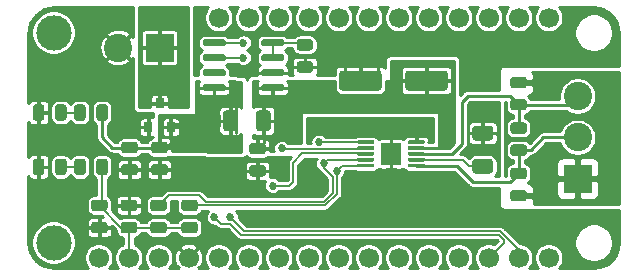
<source format=gbr>
%TF.GenerationSoftware,KiCad,Pcbnew,(5.1.6-0-10_14)*%
%TF.CreationDate,2021-10-24T22:13:31-07:00*%
%TF.ProjectId,Motor_Tester_DRV8830_Wing,4d6f746f-725f-4546-9573-7465725f4452,v01*%
%TF.SameCoordinates,Original*%
%TF.FileFunction,Copper,L1,Top*%
%TF.FilePolarity,Positive*%
%FSLAX46Y46*%
G04 Gerber Fmt 4.6, Leading zero omitted, Abs format (unit mm)*
G04 Created by KiCad (PCBNEW (5.1.6-0-10_14)) date 2021-10-24 22:13:31*
%MOMM*%
%LPD*%
G01*
G04 APERTURE LIST*
%TA.AperFunction,ComponentPad*%
%ADD10C,1.700000*%
%TD*%
%TA.AperFunction,ComponentPad*%
%ADD11C,3.000000*%
%TD*%
%TA.AperFunction,ComponentPad*%
%ADD12R,2.400000X2.400000*%
%TD*%
%TA.AperFunction,ComponentPad*%
%ADD13C,2.400000*%
%TD*%
%TA.AperFunction,SMDPad,CuDef*%
%ADD14R,0.800000X0.900000*%
%TD*%
%TA.AperFunction,SMDPad,CuDef*%
%ADD15R,1.680000X1.880000*%
%TD*%
%TA.AperFunction,ViaPad*%
%ADD16C,0.500000*%
%TD*%
%TA.AperFunction,ViaPad*%
%ADD17C,0.685800*%
%TD*%
%TA.AperFunction,Conductor*%
%ADD18C,0.254000*%
%TD*%
%TA.AperFunction,Conductor*%
%ADD19C,0.152400*%
%TD*%
%TA.AperFunction,Conductor*%
%ADD20C,0.203200*%
%TD*%
G04 APERTURE END LIST*
%TO.P,U1,8*%
%TO.N,/C_PWR_IN*%
%TA.AperFunction,SMDPad,CuDef*%
G36*
G01*
X144100000Y-83255000D02*
X144100000Y-83555000D01*
G75*
G02*
X143950000Y-83705000I-150000J0D01*
G01*
X142300000Y-83705000D01*
G75*
G02*
X142150000Y-83555000I0J150000D01*
G01*
X142150000Y-83255000D01*
G75*
G02*
X142300000Y-83105000I150000J0D01*
G01*
X143950000Y-83105000D01*
G75*
G02*
X144100000Y-83255000I0J-150000D01*
G01*
G37*
%TD.AperFunction*%
%TO.P,U1,7*%
%TO.N,N/C*%
%TA.AperFunction,SMDPad,CuDef*%
G36*
G01*
X144100000Y-81985000D02*
X144100000Y-82285000D01*
G75*
G02*
X143950000Y-82435000I-150000J0D01*
G01*
X142300000Y-82435000D01*
G75*
G02*
X142150000Y-82285000I0J150000D01*
G01*
X142150000Y-81985000D01*
G75*
G02*
X142300000Y-81835000I150000J0D01*
G01*
X143950000Y-81835000D01*
G75*
G02*
X144100000Y-81985000I0J-150000D01*
G01*
G37*
%TD.AperFunction*%
%TO.P,U1,6*%
%TO.N,+3V3*%
%TA.AperFunction,SMDPad,CuDef*%
G36*
G01*
X144100000Y-80715000D02*
X144100000Y-81015000D01*
G75*
G02*
X143950000Y-81165000I-150000J0D01*
G01*
X142300000Y-81165000D01*
G75*
G02*
X142150000Y-81015000I0J150000D01*
G01*
X142150000Y-80715000D01*
G75*
G02*
X142300000Y-80565000I150000J0D01*
G01*
X143950000Y-80565000D01*
G75*
G02*
X144100000Y-80715000I0J-150000D01*
G01*
G37*
%TD.AperFunction*%
%TO.P,U1,5*%
%TO.N,/C_MON_A4*%
%TA.AperFunction,SMDPad,CuDef*%
G36*
G01*
X144100000Y-79445000D02*
X144100000Y-79745000D01*
G75*
G02*
X143950000Y-79895000I-150000J0D01*
G01*
X142300000Y-79895000D01*
G75*
G02*
X142150000Y-79745000I0J150000D01*
G01*
X142150000Y-79445000D01*
G75*
G02*
X142300000Y-79295000I150000J0D01*
G01*
X143950000Y-79295000D01*
G75*
G02*
X144100000Y-79445000I0J-150000D01*
G01*
G37*
%TD.AperFunction*%
%TO.P,U1,4*%
%TO.N,Net-(C3-Pad2)*%
%TA.AperFunction,SMDPad,CuDef*%
G36*
G01*
X149050000Y-79445000D02*
X149050000Y-79745000D01*
G75*
G02*
X148900000Y-79895000I-150000J0D01*
G01*
X147250000Y-79895000D01*
G75*
G02*
X147100000Y-79745000I0J150000D01*
G01*
X147100000Y-79445000D01*
G75*
G02*
X147250000Y-79295000I150000J0D01*
G01*
X148900000Y-79295000D01*
G75*
G02*
X149050000Y-79445000I0J-150000D01*
G01*
G37*
%TD.AperFunction*%
%TO.P,U1,3*%
%TA.AperFunction,SMDPad,CuDef*%
G36*
G01*
X149050000Y-80715000D02*
X149050000Y-81015000D01*
G75*
G02*
X148900000Y-81165000I-150000J0D01*
G01*
X147250000Y-81165000D01*
G75*
G02*
X147100000Y-81015000I0J150000D01*
G01*
X147100000Y-80715000D01*
G75*
G02*
X147250000Y-80565000I150000J0D01*
G01*
X148900000Y-80565000D01*
G75*
G02*
X149050000Y-80715000I0J-150000D01*
G01*
G37*
%TD.AperFunction*%
%TO.P,U1,2*%
%TO.N,GND*%
%TA.AperFunction,SMDPad,CuDef*%
G36*
G01*
X149050000Y-81985000D02*
X149050000Y-82285000D01*
G75*
G02*
X148900000Y-82435000I-150000J0D01*
G01*
X147250000Y-82435000D01*
G75*
G02*
X147100000Y-82285000I0J150000D01*
G01*
X147100000Y-81985000D01*
G75*
G02*
X147250000Y-81835000I150000J0D01*
G01*
X148900000Y-81835000D01*
G75*
G02*
X149050000Y-81985000I0J-150000D01*
G01*
G37*
%TD.AperFunction*%
%TO.P,U1,1*%
%TO.N,/M_PWR_IN*%
%TA.AperFunction,SMDPad,CuDef*%
G36*
G01*
X149050000Y-83255000D02*
X149050000Y-83555000D01*
G75*
G02*
X148900000Y-83705000I-150000J0D01*
G01*
X147250000Y-83705000D01*
G75*
G02*
X147100000Y-83555000I0J150000D01*
G01*
X147100000Y-83255000D01*
G75*
G02*
X147250000Y-83105000I150000J0D01*
G01*
X148900000Y-83105000D01*
G75*
G02*
X149050000Y-83255000I0J-150000D01*
G01*
G37*
%TD.AperFunction*%
%TD*%
%TO.P,C1,2*%
%TO.N,GND*%
%TA.AperFunction,SMDPad,CuDef*%
G36*
G01*
X135493750Y-89850000D02*
X136406250Y-89850000D01*
G75*
G02*
X136650000Y-90093750I0J-243750D01*
G01*
X136650000Y-90581250D01*
G75*
G02*
X136406250Y-90825000I-243750J0D01*
G01*
X135493750Y-90825000D01*
G75*
G02*
X135250000Y-90581250I0J243750D01*
G01*
X135250000Y-90093750D01*
G75*
G02*
X135493750Y-89850000I243750J0D01*
G01*
G37*
%TD.AperFunction*%
%TO.P,C1,1*%
%TO.N,/C_PWR_IN*%
%TA.AperFunction,SMDPad,CuDef*%
G36*
G01*
X135493750Y-87975000D02*
X136406250Y-87975000D01*
G75*
G02*
X136650000Y-88218750I0J-243750D01*
G01*
X136650000Y-88706250D01*
G75*
G02*
X136406250Y-88950000I-243750J0D01*
G01*
X135493750Y-88950000D01*
G75*
G02*
X135250000Y-88706250I0J243750D01*
G01*
X135250000Y-88218750D01*
G75*
G02*
X135493750Y-87975000I243750J0D01*
G01*
G37*
%TD.AperFunction*%
%TD*%
%TO.P,C2,2*%
%TO.N,GND*%
%TA.AperFunction,SMDPad,CuDef*%
G36*
G01*
X138043750Y-89850000D02*
X138956250Y-89850000D01*
G75*
G02*
X139200000Y-90093750I0J-243750D01*
G01*
X139200000Y-90581250D01*
G75*
G02*
X138956250Y-90825000I-243750J0D01*
G01*
X138043750Y-90825000D01*
G75*
G02*
X137800000Y-90581250I0J243750D01*
G01*
X137800000Y-90093750D01*
G75*
G02*
X138043750Y-89850000I243750J0D01*
G01*
G37*
%TD.AperFunction*%
%TO.P,C2,1*%
%TO.N,/C_PWR_IN*%
%TA.AperFunction,SMDPad,CuDef*%
G36*
G01*
X138043750Y-87975000D02*
X138956250Y-87975000D01*
G75*
G02*
X139200000Y-88218750I0J-243750D01*
G01*
X139200000Y-88706250D01*
G75*
G02*
X138956250Y-88950000I-243750J0D01*
G01*
X138043750Y-88950000D01*
G75*
G02*
X137800000Y-88706250I0J243750D01*
G01*
X137800000Y-88218750D01*
G75*
G02*
X138043750Y-87975000I243750J0D01*
G01*
G37*
%TD.AperFunction*%
%TD*%
%TO.P,C3,2*%
%TO.N,Net-(C3-Pad2)*%
%TA.AperFunction,SMDPad,CuDef*%
G36*
G01*
X151256250Y-80250000D02*
X150343750Y-80250000D01*
G75*
G02*
X150100000Y-80006250I0J243750D01*
G01*
X150100000Y-79518750D01*
G75*
G02*
X150343750Y-79275000I243750J0D01*
G01*
X151256250Y-79275000D01*
G75*
G02*
X151500000Y-79518750I0J-243750D01*
G01*
X151500000Y-80006250D01*
G75*
G02*
X151256250Y-80250000I-243750J0D01*
G01*
G37*
%TD.AperFunction*%
%TO.P,C3,1*%
%TO.N,GND*%
%TA.AperFunction,SMDPad,CuDef*%
G36*
G01*
X151256250Y-82125000D02*
X150343750Y-82125000D01*
G75*
G02*
X150100000Y-81881250I0J243750D01*
G01*
X150100000Y-81393750D01*
G75*
G02*
X150343750Y-81150000I243750J0D01*
G01*
X151256250Y-81150000D01*
G75*
G02*
X151500000Y-81393750I0J-243750D01*
G01*
X151500000Y-81881250D01*
G75*
G02*
X151256250Y-82125000I-243750J0D01*
G01*
G37*
%TD.AperFunction*%
%TD*%
%TO.P,C4,2*%
%TO.N,GND*%
%TA.AperFunction,SMDPad,CuDef*%
G36*
G01*
X146343750Y-89950000D02*
X147256250Y-89950000D01*
G75*
G02*
X147500000Y-90193750I0J-243750D01*
G01*
X147500000Y-90681250D01*
G75*
G02*
X147256250Y-90925000I-243750J0D01*
G01*
X146343750Y-90925000D01*
G75*
G02*
X146100000Y-90681250I0J243750D01*
G01*
X146100000Y-90193750D01*
G75*
G02*
X146343750Y-89950000I243750J0D01*
G01*
G37*
%TD.AperFunction*%
%TO.P,C4,1*%
%TO.N,/M_PWR_IN*%
%TA.AperFunction,SMDPad,CuDef*%
G36*
G01*
X146343750Y-88075000D02*
X147256250Y-88075000D01*
G75*
G02*
X147500000Y-88318750I0J-243750D01*
G01*
X147500000Y-88806250D01*
G75*
G02*
X147256250Y-89050000I-243750J0D01*
G01*
X146343750Y-89050000D01*
G75*
G02*
X146100000Y-88806250I0J243750D01*
G01*
X146100000Y-88318750D01*
G75*
G02*
X146343750Y-88075000I243750J0D01*
G01*
G37*
%TD.AperFunction*%
%TD*%
%TO.P,C6,2*%
%TO.N,/M_OUT_1*%
%TA.AperFunction,SMDPad,CuDef*%
G36*
G01*
X169356250Y-87300000D02*
X168443750Y-87300000D01*
G75*
G02*
X168200000Y-87056250I0J243750D01*
G01*
X168200000Y-86568750D01*
G75*
G02*
X168443750Y-86325000I243750J0D01*
G01*
X169356250Y-86325000D01*
G75*
G02*
X169600000Y-86568750I0J-243750D01*
G01*
X169600000Y-87056250D01*
G75*
G02*
X169356250Y-87300000I-243750J0D01*
G01*
G37*
%TD.AperFunction*%
%TO.P,C6,1*%
%TO.N,/M_OUT_2*%
%TA.AperFunction,SMDPad,CuDef*%
G36*
G01*
X169356250Y-89175000D02*
X168443750Y-89175000D01*
G75*
G02*
X168200000Y-88931250I0J243750D01*
G01*
X168200000Y-88443750D01*
G75*
G02*
X168443750Y-88200000I243750J0D01*
G01*
X169356250Y-88200000D01*
G75*
G02*
X169600000Y-88443750I0J-243750D01*
G01*
X169600000Y-88931250D01*
G75*
G02*
X169356250Y-89175000I-243750J0D01*
G01*
G37*
%TD.AperFunction*%
%TD*%
%TO.P,C7,2*%
%TO.N,/M_OUT_2*%
%TA.AperFunction,SMDPad,CuDef*%
G36*
G01*
X169356250Y-91150000D02*
X168443750Y-91150000D01*
G75*
G02*
X168200000Y-90906250I0J243750D01*
G01*
X168200000Y-90418750D01*
G75*
G02*
X168443750Y-90175000I243750J0D01*
G01*
X169356250Y-90175000D01*
G75*
G02*
X169600000Y-90418750I0J-243750D01*
G01*
X169600000Y-90906250D01*
G75*
G02*
X169356250Y-91150000I-243750J0D01*
G01*
G37*
%TD.AperFunction*%
%TO.P,C7,1*%
%TO.N,/M_SHIELD*%
%TA.AperFunction,SMDPad,CuDef*%
G36*
G01*
X169356250Y-93025000D02*
X168443750Y-93025000D01*
G75*
G02*
X168200000Y-92781250I0J243750D01*
G01*
X168200000Y-92293750D01*
G75*
G02*
X168443750Y-92050000I243750J0D01*
G01*
X169356250Y-92050000D01*
G75*
G02*
X169600000Y-92293750I0J-243750D01*
G01*
X169600000Y-92781250D01*
G75*
G02*
X169356250Y-93025000I-243750J0D01*
G01*
G37*
%TD.AperFunction*%
%TD*%
%TO.P,C8,2*%
%TO.N,/M_OUT_1*%
%TA.AperFunction,SMDPad,CuDef*%
G36*
G01*
X168443750Y-84350000D02*
X169356250Y-84350000D01*
G75*
G02*
X169600000Y-84593750I0J-243750D01*
G01*
X169600000Y-85081250D01*
G75*
G02*
X169356250Y-85325000I-243750J0D01*
G01*
X168443750Y-85325000D01*
G75*
G02*
X168200000Y-85081250I0J243750D01*
G01*
X168200000Y-84593750D01*
G75*
G02*
X168443750Y-84350000I243750J0D01*
G01*
G37*
%TD.AperFunction*%
%TO.P,C8,1*%
%TO.N,/M_SHIELD*%
%TA.AperFunction,SMDPad,CuDef*%
G36*
G01*
X168443750Y-82475000D02*
X169356250Y-82475000D01*
G75*
G02*
X169600000Y-82718750I0J-243750D01*
G01*
X169600000Y-83206250D01*
G75*
G02*
X169356250Y-83450000I-243750J0D01*
G01*
X168443750Y-83450000D01*
G75*
G02*
X168200000Y-83206250I0J243750D01*
G01*
X168200000Y-82718750D01*
G75*
G02*
X168443750Y-82475000I243750J0D01*
G01*
G37*
%TD.AperFunction*%
%TD*%
%TO.P,C9,2*%
%TO.N,GND*%
%TA.AperFunction,SMDPad,CuDef*%
G36*
G01*
X132943750Y-94750000D02*
X133856250Y-94750000D01*
G75*
G02*
X134100000Y-94993750I0J-243750D01*
G01*
X134100000Y-95481250D01*
G75*
G02*
X133856250Y-95725000I-243750J0D01*
G01*
X132943750Y-95725000D01*
G75*
G02*
X132700000Y-95481250I0J243750D01*
G01*
X132700000Y-94993750D01*
G75*
G02*
X132943750Y-94750000I243750J0D01*
G01*
G37*
%TD.AperFunction*%
%TO.P,C9,1*%
%TO.N,+3V3*%
%TA.AperFunction,SMDPad,CuDef*%
G36*
G01*
X132943750Y-92875000D02*
X133856250Y-92875000D01*
G75*
G02*
X134100000Y-93118750I0J-243750D01*
G01*
X134100000Y-93606250D01*
G75*
G02*
X133856250Y-93850000I-243750J0D01*
G01*
X132943750Y-93850000D01*
G75*
G02*
X132700000Y-93606250I0J243750D01*
G01*
X132700000Y-93118750D01*
G75*
G02*
X132943750Y-92875000I243750J0D01*
G01*
G37*
%TD.AperFunction*%
%TD*%
%TO.P,C10,2*%
%TO.N,GND*%
%TA.AperFunction,SMDPad,CuDef*%
G36*
G01*
X136356250Y-93850000D02*
X135443750Y-93850000D01*
G75*
G02*
X135200000Y-93606250I0J243750D01*
G01*
X135200000Y-93118750D01*
G75*
G02*
X135443750Y-92875000I243750J0D01*
G01*
X136356250Y-92875000D01*
G75*
G02*
X136600000Y-93118750I0J-243750D01*
G01*
X136600000Y-93606250D01*
G75*
G02*
X136356250Y-93850000I-243750J0D01*
G01*
G37*
%TD.AperFunction*%
%TO.P,C10,1*%
%TO.N,+3V3*%
%TA.AperFunction,SMDPad,CuDef*%
G36*
G01*
X136356250Y-95725000D02*
X135443750Y-95725000D01*
G75*
G02*
X135200000Y-95481250I0J243750D01*
G01*
X135200000Y-94993750D01*
G75*
G02*
X135443750Y-94750000I243750J0D01*
G01*
X136356250Y-94750000D01*
G75*
G02*
X136600000Y-94993750I0J-243750D01*
G01*
X136600000Y-95481250D01*
G75*
G02*
X136356250Y-95725000I-243750J0D01*
G01*
G37*
%TD.AperFunction*%
%TD*%
D10*
%TO.P,M1,1*%
%TO.N,Net-(M1-Pad1)*%
X133350000Y-97790000D03*
%TO.P,M1,2*%
%TO.N,+3V3*%
X135890000Y-97790000D03*
%TO.P,M1,3*%
%TO.N,Net-(M1-Pad3)*%
X138430000Y-97790000D03*
%TO.P,M1,4*%
%TO.N,GND*%
X140970000Y-97790000D03*
%TO.P,M1,5*%
%TO.N,Net-(M1-Pad5)*%
X143510000Y-97790000D03*
%TO.P,M1,6*%
%TO.N,Net-(M1-Pad6)*%
X146050000Y-97790000D03*
%TO.P,M1,7*%
%TO.N,Net-(M1-Pad7)*%
X148590000Y-97790000D03*
%TO.P,M1,8*%
%TO.N,Net-(M1-Pad8)*%
X151130000Y-97790000D03*
%TO.P,M1,9*%
%TO.N,/C_MON_A4*%
X153670000Y-97790000D03*
%TO.P,M1,10*%
%TO.N,/M_FAULT*%
X156210000Y-97790000D03*
%TO.P,M1,11*%
%TO.N,Net-(M1-Pad11)*%
X158750000Y-97790000D03*
%TO.P,M1,12*%
%TO.N,Net-(M1-Pad12)*%
X161290000Y-97790000D03*
%TO.P,M1,13*%
%TO.N,Net-(M1-Pad13)*%
X163830000Y-97790000D03*
%TO.P,M1,14*%
%TO.N,/SENSOR_RX*%
X166370000Y-97790000D03*
%TO.P,M1,15*%
%TO.N,/SENSOR_TX*%
X168910000Y-97790000D03*
%TO.P,M1,16*%
%TO.N,Net-(M1-Pad16)*%
X171450000Y-97790000D03*
%TO.P,M1,17*%
%TO.N,Net-(M1-Pad17)*%
X143510000Y-77470000D03*
%TO.P,M1,18*%
%TO.N,Net-(M1-Pad18)*%
X146050000Y-77470000D03*
%TO.P,M1,19*%
%TO.N,Net-(M1-Pad19)*%
X148590000Y-77470000D03*
%TO.P,M1,20*%
%TO.N,Net-(M1-Pad20)*%
X151130000Y-77470000D03*
%TO.P,M1,21*%
%TO.N,Net-(M1-Pad21)*%
X153670000Y-77470000D03*
%TO.P,M1,22*%
%TO.N,Net-(M1-Pad22)*%
X156210000Y-77470000D03*
%TO.P,M1,23*%
%TO.N,Net-(M1-Pad23)*%
X158750000Y-77470000D03*
%TO.P,M1,24*%
%TO.N,Net-(M1-Pad24)*%
X161290000Y-77470000D03*
%TO.P,M1,25*%
%TO.N,Net-(M1-Pad25)*%
X163830000Y-77470000D03*
%TO.P,M1,26*%
%TO.N,Net-(M1-Pad26)*%
X166370000Y-77470000D03*
%TO.P,M1,27*%
%TO.N,/SCL*%
X168910000Y-77470000D03*
%TO.P,M1,28*%
%TO.N,/SDA*%
X171450000Y-77470000D03*
D11*
%TO.P,M1,*%
%TO.N,*%
X129540000Y-96520000D03*
X129540000Y-78740000D03*
%TD*%
%TO.P,C5,1*%
%TO.N,/M_PWR_IN*%
%TA.AperFunction,SMDPad,CuDef*%
G36*
G01*
X162900000Y-82215200D02*
X162900000Y-83384800D01*
G75*
G02*
X162634800Y-83650000I-265200J0D01*
G01*
X159565200Y-83650000D01*
G75*
G02*
X159300000Y-83384800I0J265200D01*
G01*
X159300000Y-82215200D01*
G75*
G02*
X159565200Y-81950000I265200J0D01*
G01*
X162634800Y-81950000D01*
G75*
G02*
X162900000Y-82215200I0J-265200D01*
G01*
G37*
%TD.AperFunction*%
%TO.P,C5,2*%
%TO.N,GND*%
%TA.AperFunction,SMDPad,CuDef*%
G36*
G01*
X157300000Y-82215200D02*
X157300000Y-83384800D01*
G75*
G02*
X157034800Y-83650000I-265200J0D01*
G01*
X153965200Y-83650000D01*
G75*
G02*
X153700000Y-83384800I0J265200D01*
G01*
X153700000Y-82215200D01*
G75*
G02*
X153965200Y-81950000I265200J0D01*
G01*
X157034800Y-81950000D01*
G75*
G02*
X157300000Y-82215200I0J-265200D01*
G01*
G37*
%TD.AperFunction*%
%TD*%
%TO.P,D1,1*%
%TO.N,GND*%
%TA.AperFunction,SMDPad,CuDef*%
G36*
G01*
X127775000Y-90556250D02*
X127775000Y-89643750D01*
G75*
G02*
X128018750Y-89400000I243750J0D01*
G01*
X128506250Y-89400000D01*
G75*
G02*
X128750000Y-89643750I0J-243750D01*
G01*
X128750000Y-90556250D01*
G75*
G02*
X128506250Y-90800000I-243750J0D01*
G01*
X128018750Y-90800000D01*
G75*
G02*
X127775000Y-90556250I0J243750D01*
G01*
G37*
%TD.AperFunction*%
%TO.P,D1,2*%
%TO.N,Net-(D1-Pad2)*%
%TA.AperFunction,SMDPad,CuDef*%
G36*
G01*
X129650000Y-90556250D02*
X129650000Y-89643750D01*
G75*
G02*
X129893750Y-89400000I243750J0D01*
G01*
X130381250Y-89400000D01*
G75*
G02*
X130625000Y-89643750I0J-243750D01*
G01*
X130625000Y-90556250D01*
G75*
G02*
X130381250Y-90800000I-243750J0D01*
G01*
X129893750Y-90800000D01*
G75*
G02*
X129650000Y-90556250I0J243750D01*
G01*
G37*
%TD.AperFunction*%
%TD*%
%TO.P,D2,2*%
%TO.N,Net-(D2-Pad2)*%
%TA.AperFunction,SMDPad,CuDef*%
G36*
G01*
X129650000Y-85956250D02*
X129650000Y-85043750D01*
G75*
G02*
X129893750Y-84800000I243750J0D01*
G01*
X130381250Y-84800000D01*
G75*
G02*
X130625000Y-85043750I0J-243750D01*
G01*
X130625000Y-85956250D01*
G75*
G02*
X130381250Y-86200000I-243750J0D01*
G01*
X129893750Y-86200000D01*
G75*
G02*
X129650000Y-85956250I0J243750D01*
G01*
G37*
%TD.AperFunction*%
%TO.P,D2,1*%
%TO.N,GND*%
%TA.AperFunction,SMDPad,CuDef*%
G36*
G01*
X127775000Y-85956250D02*
X127775000Y-85043750D01*
G75*
G02*
X128018750Y-84800000I243750J0D01*
G01*
X128506250Y-84800000D01*
G75*
G02*
X128750000Y-85043750I0J-243750D01*
G01*
X128750000Y-85956250D01*
G75*
G02*
X128506250Y-86200000I-243750J0D01*
G01*
X128018750Y-86200000D01*
G75*
G02*
X127775000Y-85956250I0J243750D01*
G01*
G37*
%TD.AperFunction*%
%TD*%
D12*
%TO.P,J1,1*%
%TO.N,/PWR_IN*%
X138500000Y-80000000D03*
D13*
%TO.P,J1,2*%
%TO.N,GND*%
X135000000Y-80000000D03*
%TD*%
D12*
%TO.P,J3,1*%
%TO.N,/M_SHIELD*%
X173900000Y-91100000D03*
D13*
%TO.P,J3,2*%
%TO.N,/M_OUT_2*%
X173900000Y-87600000D03*
%TO.P,J3,3*%
%TO.N,/M_OUT_1*%
X173900000Y-84100000D03*
%TD*%
D14*
%TO.P,Q1,1*%
%TO.N,GND*%
X137550000Y-86725000D03*
%TO.P,Q1,2*%
%TO.N,/C_PWR_IN*%
X139450000Y-86725000D03*
%TO.P,Q1,3*%
%TO.N,/PWR_IN*%
X138500000Y-84725000D03*
%TD*%
%TO.P,R2,2*%
%TO.N,+3V3*%
%TA.AperFunction,SMDPad,CuDef*%
G36*
G01*
X140593750Y-94750000D02*
X141506250Y-94750000D01*
G75*
G02*
X141750000Y-94993750I0J-243750D01*
G01*
X141750000Y-95481250D01*
G75*
G02*
X141506250Y-95725000I-243750J0D01*
G01*
X140593750Y-95725000D01*
G75*
G02*
X140350000Y-95481250I0J243750D01*
G01*
X140350000Y-94993750D01*
G75*
G02*
X140593750Y-94750000I243750J0D01*
G01*
G37*
%TD.AperFunction*%
%TO.P,R2,1*%
%TO.N,/SCL*%
%TA.AperFunction,SMDPad,CuDef*%
G36*
G01*
X140593750Y-92875000D02*
X141506250Y-92875000D01*
G75*
G02*
X141750000Y-93118750I0J-243750D01*
G01*
X141750000Y-93606250D01*
G75*
G02*
X141506250Y-93850000I-243750J0D01*
G01*
X140593750Y-93850000D01*
G75*
G02*
X140350000Y-93606250I0J243750D01*
G01*
X140350000Y-93118750D01*
G75*
G02*
X140593750Y-92875000I243750J0D01*
G01*
G37*
%TD.AperFunction*%
%TD*%
%TO.P,R3,1*%
%TO.N,/SDA*%
%TA.AperFunction,SMDPad,CuDef*%
G36*
G01*
X137943750Y-92875000D02*
X138856250Y-92875000D01*
G75*
G02*
X139100000Y-93118750I0J-243750D01*
G01*
X139100000Y-93606250D01*
G75*
G02*
X138856250Y-93850000I-243750J0D01*
G01*
X137943750Y-93850000D01*
G75*
G02*
X137700000Y-93606250I0J243750D01*
G01*
X137700000Y-93118750D01*
G75*
G02*
X137943750Y-92875000I243750J0D01*
G01*
G37*
%TD.AperFunction*%
%TO.P,R3,2*%
%TO.N,+3V3*%
%TA.AperFunction,SMDPad,CuDef*%
G36*
G01*
X137943750Y-94750000D02*
X138856250Y-94750000D01*
G75*
G02*
X139100000Y-94993750I0J-243750D01*
G01*
X139100000Y-95481250D01*
G75*
G02*
X138856250Y-95725000I-243750J0D01*
G01*
X137943750Y-95725000D01*
G75*
G02*
X137700000Y-95481250I0J243750D01*
G01*
X137700000Y-94993750D01*
G75*
G02*
X137943750Y-94750000I243750J0D01*
G01*
G37*
%TD.AperFunction*%
%TD*%
%TO.P,R5,1*%
%TO.N,Net-(D1-Pad2)*%
%TA.AperFunction,SMDPad,CuDef*%
G36*
G01*
X131275000Y-90556250D02*
X131275000Y-89643750D01*
G75*
G02*
X131518750Y-89400000I243750J0D01*
G01*
X132006250Y-89400000D01*
G75*
G02*
X132250000Y-89643750I0J-243750D01*
G01*
X132250000Y-90556250D01*
G75*
G02*
X132006250Y-90800000I-243750J0D01*
G01*
X131518750Y-90800000D01*
G75*
G02*
X131275000Y-90556250I0J243750D01*
G01*
G37*
%TD.AperFunction*%
%TO.P,R5,2*%
%TO.N,+3V3*%
%TA.AperFunction,SMDPad,CuDef*%
G36*
G01*
X133150000Y-90556250D02*
X133150000Y-89643750D01*
G75*
G02*
X133393750Y-89400000I243750J0D01*
G01*
X133881250Y-89400000D01*
G75*
G02*
X134125000Y-89643750I0J-243750D01*
G01*
X134125000Y-90556250D01*
G75*
G02*
X133881250Y-90800000I-243750J0D01*
G01*
X133393750Y-90800000D01*
G75*
G02*
X133150000Y-90556250I0J243750D01*
G01*
G37*
%TD.AperFunction*%
%TD*%
%TO.P,R6,2*%
%TO.N,/C_PWR_IN*%
%TA.AperFunction,SMDPad,CuDef*%
G36*
G01*
X133150000Y-85956250D02*
X133150000Y-85043750D01*
G75*
G02*
X133393750Y-84800000I243750J0D01*
G01*
X133881250Y-84800000D01*
G75*
G02*
X134125000Y-85043750I0J-243750D01*
G01*
X134125000Y-85956250D01*
G75*
G02*
X133881250Y-86200000I-243750J0D01*
G01*
X133393750Y-86200000D01*
G75*
G02*
X133150000Y-85956250I0J243750D01*
G01*
G37*
%TD.AperFunction*%
%TO.P,R6,1*%
%TO.N,Net-(D2-Pad2)*%
%TA.AperFunction,SMDPad,CuDef*%
G36*
G01*
X131275000Y-85956250D02*
X131275000Y-85043750D01*
G75*
G02*
X131518750Y-84800000I243750J0D01*
G01*
X132006250Y-84800000D01*
G75*
G02*
X132250000Y-85043750I0J-243750D01*
G01*
X132250000Y-85956250D01*
G75*
G02*
X132006250Y-86200000I-243750J0D01*
G01*
X131518750Y-86200000D01*
G75*
G02*
X131275000Y-85956250I0J243750D01*
G01*
G37*
%TD.AperFunction*%
%TD*%
%TO.P,U2,1*%
%TO.N,/M_OUT_2*%
%TA.AperFunction,SMDPad,CuDef*%
G36*
G01*
X160975000Y-89925000D02*
X160975000Y-90075000D01*
G75*
G02*
X160900000Y-90150000I-75000J0D01*
G01*
X159600000Y-90150000D01*
G75*
G02*
X159525000Y-90075000I0J75000D01*
G01*
X159525000Y-89925000D01*
G75*
G02*
X159600000Y-89850000I75000J0D01*
G01*
X160900000Y-89850000D01*
G75*
G02*
X160975000Y-89925000I0J-75000D01*
G01*
G37*
%TD.AperFunction*%
%TO.P,U2,2*%
%TO.N,Net-(R4-Pad2)*%
%TA.AperFunction,SMDPad,CuDef*%
G36*
G01*
X160975000Y-89425000D02*
X160975000Y-89575000D01*
G75*
G02*
X160900000Y-89650000I-75000J0D01*
G01*
X159600000Y-89650000D01*
G75*
G02*
X159525000Y-89575000I0J75000D01*
G01*
X159525000Y-89425000D01*
G75*
G02*
X159600000Y-89350000I75000J0D01*
G01*
X160900000Y-89350000D01*
G75*
G02*
X160975000Y-89425000I0J-75000D01*
G01*
G37*
%TD.AperFunction*%
%TO.P,U2,3*%
%TO.N,/M_OUT_1*%
%TA.AperFunction,SMDPad,CuDef*%
G36*
G01*
X160975000Y-88925000D02*
X160975000Y-89075000D01*
G75*
G02*
X160900000Y-89150000I-75000J0D01*
G01*
X159600000Y-89150000D01*
G75*
G02*
X159525000Y-89075000I0J75000D01*
G01*
X159525000Y-88925000D01*
G75*
G02*
X159600000Y-88850000I75000J0D01*
G01*
X160900000Y-88850000D01*
G75*
G02*
X160975000Y-88925000I0J-75000D01*
G01*
G37*
%TD.AperFunction*%
%TO.P,U2,4*%
%TO.N,/M_PWR_IN*%
%TA.AperFunction,SMDPad,CuDef*%
G36*
G01*
X160975000Y-88425000D02*
X160975000Y-88575000D01*
G75*
G02*
X160900000Y-88650000I-75000J0D01*
G01*
X159600000Y-88650000D01*
G75*
G02*
X159525000Y-88575000I0J75000D01*
G01*
X159525000Y-88425000D01*
G75*
G02*
X159600000Y-88350000I75000J0D01*
G01*
X160900000Y-88350000D01*
G75*
G02*
X160975000Y-88425000I0J-75000D01*
G01*
G37*
%TD.AperFunction*%
%TO.P,U2,5*%
%TO.N,GND*%
%TA.AperFunction,SMDPad,CuDef*%
G36*
G01*
X160975000Y-87925000D02*
X160975000Y-88075000D01*
G75*
G02*
X160900000Y-88150000I-75000J0D01*
G01*
X159600000Y-88150000D01*
G75*
G02*
X159525000Y-88075000I0J75000D01*
G01*
X159525000Y-87925000D01*
G75*
G02*
X159600000Y-87850000I75000J0D01*
G01*
X160900000Y-87850000D01*
G75*
G02*
X160975000Y-87925000I0J-75000D01*
G01*
G37*
%TD.AperFunction*%
%TO.P,U2,6*%
%TO.N,Net-(JP2-Pad2)*%
%TA.AperFunction,SMDPad,CuDef*%
G36*
G01*
X156675000Y-87925000D02*
X156675000Y-88075000D01*
G75*
G02*
X156600000Y-88150000I-75000J0D01*
G01*
X155300000Y-88150000D01*
G75*
G02*
X155225000Y-88075000I0J75000D01*
G01*
X155225000Y-87925000D01*
G75*
G02*
X155300000Y-87850000I75000J0D01*
G01*
X156600000Y-87850000D01*
G75*
G02*
X156675000Y-87925000I0J-75000D01*
G01*
G37*
%TD.AperFunction*%
%TO.P,U2,7*%
%TO.N,Net-(JP3-Pad2)*%
%TA.AperFunction,SMDPad,CuDef*%
G36*
G01*
X156675000Y-88425000D02*
X156675000Y-88575000D01*
G75*
G02*
X156600000Y-88650000I-75000J0D01*
G01*
X155300000Y-88650000D01*
G75*
G02*
X155225000Y-88575000I0J75000D01*
G01*
X155225000Y-88425000D01*
G75*
G02*
X155300000Y-88350000I75000J0D01*
G01*
X156600000Y-88350000D01*
G75*
G02*
X156675000Y-88425000I0J-75000D01*
G01*
G37*
%TD.AperFunction*%
%TO.P,U2,8*%
%TO.N,Net-(JP4-Pad2)*%
%TA.AperFunction,SMDPad,CuDef*%
G36*
G01*
X156675000Y-88925000D02*
X156675000Y-89075000D01*
G75*
G02*
X156600000Y-89150000I-75000J0D01*
G01*
X155300000Y-89150000D01*
G75*
G02*
X155225000Y-89075000I0J75000D01*
G01*
X155225000Y-88925000D01*
G75*
G02*
X155300000Y-88850000I75000J0D01*
G01*
X156600000Y-88850000D01*
G75*
G02*
X156675000Y-88925000I0J-75000D01*
G01*
G37*
%TD.AperFunction*%
%TO.P,U2,9*%
%TO.N,/SDA*%
%TA.AperFunction,SMDPad,CuDef*%
G36*
G01*
X156675000Y-89425000D02*
X156675000Y-89575000D01*
G75*
G02*
X156600000Y-89650000I-75000J0D01*
G01*
X155300000Y-89650000D01*
G75*
G02*
X155225000Y-89575000I0J75000D01*
G01*
X155225000Y-89425000D01*
G75*
G02*
X155300000Y-89350000I75000J0D01*
G01*
X156600000Y-89350000D01*
G75*
G02*
X156675000Y-89425000I0J-75000D01*
G01*
G37*
%TD.AperFunction*%
%TO.P,U2,10*%
%TO.N,/SCL*%
%TA.AperFunction,SMDPad,CuDef*%
G36*
G01*
X156675000Y-89925000D02*
X156675000Y-90075000D01*
G75*
G02*
X156600000Y-90150000I-75000J0D01*
G01*
X155300000Y-90150000D01*
G75*
G02*
X155225000Y-90075000I0J75000D01*
G01*
X155225000Y-89925000D01*
G75*
G02*
X155300000Y-89850000I75000J0D01*
G01*
X156600000Y-89850000D01*
G75*
G02*
X156675000Y-89925000I0J-75000D01*
G01*
G37*
%TD.AperFunction*%
D15*
%TO.P,U2,11*%
%TO.N,GND*%
X158100000Y-89000000D03*
D16*
%TD*%
%TO.N,GND*%
%TO.C,U2*%
X158650000Y-89650000D03*
%TO.N,GND*%
%TO.C,U2*%
X157550000Y-89650000D03*
X158650000Y-88350000D03*
X157550000Y-88350000D03*
%TD*%
%TO.P,R4,1*%
%TO.N,GND*%
%TA.AperFunction,SMDPad,CuDef*%
G36*
G01*
X165237000Y-86621000D02*
X166487000Y-86621000D01*
G75*
G02*
X166737000Y-86871000I0J-250000D01*
G01*
X166737000Y-87621000D01*
G75*
G02*
X166487000Y-87871000I-250000J0D01*
G01*
X165237000Y-87871000D01*
G75*
G02*
X164987000Y-87621000I0J250000D01*
G01*
X164987000Y-86871000D01*
G75*
G02*
X165237000Y-86621000I250000J0D01*
G01*
G37*
%TD.AperFunction*%
%TO.P,R4,2*%
%TO.N,Net-(R4-Pad2)*%
%TA.AperFunction,SMDPad,CuDef*%
G36*
G01*
X165237000Y-89421000D02*
X166487000Y-89421000D01*
G75*
G02*
X166737000Y-89671000I0J-250000D01*
G01*
X166737000Y-90421000D01*
G75*
G02*
X166487000Y-90671000I-250000J0D01*
G01*
X165237000Y-90671000D01*
G75*
G02*
X164987000Y-90421000I0J250000D01*
G01*
X164987000Y-89671000D01*
G75*
G02*
X165237000Y-89421000I250000J0D01*
G01*
G37*
%TD.AperFunction*%
%TD*%
%TO.P,R1,1*%
%TO.N,/M_PWR_IN*%
%TA.AperFunction,SMDPad,CuDef*%
G36*
G01*
X147925000Y-85575000D02*
X147925000Y-86825000D01*
G75*
G02*
X147675000Y-87075000I-250000J0D01*
G01*
X146925000Y-87075000D01*
G75*
G02*
X146675000Y-86825000I0J250000D01*
G01*
X146675000Y-85575000D01*
G75*
G02*
X146925000Y-85325000I250000J0D01*
G01*
X147675000Y-85325000D01*
G75*
G02*
X147925000Y-85575000I0J-250000D01*
G01*
G37*
%TD.AperFunction*%
%TO.P,R1,2*%
%TO.N,/C_PWR_IN*%
%TA.AperFunction,SMDPad,CuDef*%
G36*
G01*
X145125000Y-85575000D02*
X145125000Y-86825000D01*
G75*
G02*
X144875000Y-87075000I-250000J0D01*
G01*
X144125000Y-87075000D01*
G75*
G02*
X143875000Y-86825000I0J250000D01*
G01*
X143875000Y-85575000D01*
G75*
G02*
X144125000Y-85325000I250000J0D01*
G01*
X144875000Y-85325000D01*
G75*
G02*
X145125000Y-85575000I0J-250000D01*
G01*
G37*
%TD.AperFunction*%
%TD*%
D17*
%TO.N,GND*%
X129540000Y-92710000D03*
X129540000Y-82550000D03*
X133477000Y-82550000D03*
X133477000Y-77343000D03*
X135890000Y-77343000D03*
X135890000Y-82550000D03*
X165862000Y-82550000D03*
X165862000Y-85344000D03*
X152654000Y-79502000D03*
X143510000Y-91440000D03*
X137160000Y-91821000D03*
X157056666Y-91567000D03*
X155067000Y-91567000D03*
X159046332Y-91567000D03*
X161036000Y-91567000D03*
X159046332Y-86614000D03*
X155067000Y-86614000D03*
X161036000Y-86614000D03*
X157056666Y-86614000D03*
X166624000Y-92456000D03*
X172847000Y-95250000D03*
X172720000Y-80010000D03*
X142240000Y-96393000D03*
X139700000Y-96393000D03*
X147320000Y-94488000D03*
%TO.N,Net-(JP4-Pad2)*%
X148082000Y-91694000D03*
%TO.N,Net-(JP3-Pad2)*%
X148844000Y-88519000D03*
%TO.N,+3V3*%
X145595000Y-80865000D03*
%TO.N,/SCL*%
X153500000Y-90450000D03*
%TO.N,/SDA*%
X152400000Y-89800000D03*
%TO.N,/M_SHIELD*%
X176911000Y-92456000D03*
X176911000Y-82550000D03*
X171450000Y-82677000D03*
X171450000Y-92456000D03*
X176911000Y-87630000D03*
%TO.N,/SENSOR_RX*%
X143129000Y-94350000D03*
%TO.N,/SENSOR_TX*%
X144500000Y-94361000D03*
%TO.N,/C_MON_A4*%
X145595000Y-79595000D03*
%TO.N,Net-(JP2-Pad2)*%
X152000000Y-88000000D03*
%TD*%
D18*
%TO.N,GND*%
X155500000Y-82800000D02*
X156468000Y-82800000D01*
X156468000Y-82800000D02*
X156972000Y-82296000D01*
X156972000Y-82296000D02*
X156972000Y-81280000D01*
X155500000Y-82800000D02*
X154428000Y-82800000D01*
X154428000Y-82800000D02*
X154178000Y-82550000D01*
X154178000Y-79756000D02*
X153924000Y-79502000D01*
X154178000Y-82550000D02*
X154178000Y-79756000D01*
X153924000Y-79502000D02*
X152654000Y-79502000D01*
D19*
%TO.N,Net-(JP3-Pad2)*%
X148896501Y-88571501D02*
X148844000Y-88519000D01*
X155700000Y-88500000D02*
X155628499Y-88571501D01*
X155950000Y-88500000D02*
X155700000Y-88500000D01*
%TO.N,Net-(JP4-Pad2)*%
X155950000Y-89000000D02*
X155900000Y-88950000D01*
X155900000Y-88950000D02*
X150600000Y-88950000D01*
X150600000Y-88950000D02*
X149800000Y-89750000D01*
X149800000Y-89750000D02*
X149800000Y-91373000D01*
X149800000Y-91373000D02*
X149479000Y-91694000D01*
X149479000Y-91694000D02*
X148082000Y-91694000D01*
%TO.N,Net-(JP3-Pad2)*%
X155628499Y-88571501D02*
X148896501Y-88571501D01*
D20*
%TO.N,+3V3*%
X145535000Y-80865000D02*
X145535000Y-80865000D01*
X143125000Y-80865000D02*
X145595000Y-80865000D01*
X133637500Y-90100000D02*
X133637500Y-93125000D01*
X135900000Y-97780000D02*
X135890000Y-97790000D01*
X135900000Y-95237500D02*
X135900000Y-97780000D01*
X135275000Y-95237500D02*
X135900000Y-95237500D01*
X133400000Y-93362500D02*
X135275000Y-95237500D01*
X135900000Y-95237500D02*
X138400000Y-95237500D01*
X138400000Y-95237500D02*
X141050000Y-95237500D01*
D19*
%TO.N,/SCL*%
X141050000Y-93362500D02*
X152537500Y-93362500D01*
X154850000Y-90000000D02*
X153950000Y-90000000D01*
X154750000Y-90000000D02*
X154850000Y-90000000D01*
X154850000Y-90000000D02*
X155950000Y-90000000D01*
X153950000Y-90000000D02*
X153500000Y-90450000D01*
X153500000Y-90450000D02*
X153500000Y-90450000D01*
X153500000Y-92400000D02*
X152537500Y-93362500D01*
X153500000Y-90450000D02*
X153500000Y-92400000D01*
%TO.N,/SDA*%
X171450000Y-77978000D02*
X171450000Y-77470000D01*
X154818934Y-89500000D02*
X155950000Y-89500000D01*
X141850000Y-92500000D02*
X142407690Y-93057690D01*
X139262500Y-92500000D02*
X141850000Y-92500000D01*
X138400000Y-93362500D02*
X139262500Y-92500000D01*
X153000000Y-89500000D02*
X152700000Y-89500000D01*
X155950000Y-89500000D02*
X153000000Y-89500000D01*
X153000000Y-89500000D02*
X152900000Y-89500000D01*
X152700000Y-89500000D02*
X152400000Y-89800000D01*
X152400000Y-89800000D02*
X152400000Y-89800000D01*
X142407690Y-93057690D02*
X152411244Y-93057690D01*
X152400000Y-90195822D02*
X152400000Y-89800000D01*
X153150000Y-92318934D02*
X153150000Y-90945822D01*
X153150000Y-90945822D02*
X152400000Y-90195822D01*
X152411244Y-93057690D02*
X153150000Y-92318934D01*
%TO.N,Net-(D2-Pad2)*%
X131825000Y-85500000D02*
X130137500Y-85500000D01*
D18*
%TO.N,/PWR_IN*%
X138500000Y-84500000D02*
X138500000Y-80000000D01*
%TO.N,/C_PWR_IN*%
X143125000Y-83405000D02*
X143125000Y-85475000D01*
X144962500Y-86200000D02*
X142400000Y-86200000D01*
X138000000Y-88462500D02*
X139037500Y-88462500D01*
X138500000Y-88462500D02*
X139087500Y-88462500D01*
X139450000Y-88100000D02*
X139450000Y-86500000D01*
X139087500Y-88462500D02*
X139450000Y-88100000D01*
X138500000Y-88462500D02*
X135950000Y-88462500D01*
X133637500Y-87587500D02*
X133637500Y-85500000D01*
X134512500Y-88462500D02*
X133637500Y-87587500D01*
X135950000Y-88462500D02*
X134512500Y-88462500D01*
X144962500Y-86200000D02*
X144962500Y-84962500D01*
X144962500Y-86200000D02*
X144962500Y-87237500D01*
X142525000Y-86075000D02*
X142400000Y-86200000D01*
X142100000Y-86500000D02*
X142525000Y-86075000D01*
X139450000Y-86500000D02*
X142100000Y-86500000D01*
X143125000Y-85475000D02*
X142525000Y-86075000D01*
%TO.N,/M_PWR_IN*%
X162300000Y-88500000D02*
X160250000Y-88500000D01*
X148075000Y-84275000D02*
X148075000Y-83405000D01*
X148700000Y-84900000D02*
X148075000Y-84275000D01*
X146800000Y-86237500D02*
X146837500Y-86200000D01*
X146837500Y-86200000D02*
X149300000Y-86200000D01*
X149300000Y-86200000D02*
X150600000Y-84900000D01*
X150600000Y-84900000D02*
X150800000Y-84900000D01*
X150800000Y-84900000D02*
X148700000Y-84900000D01*
X160250000Y-88500000D02*
X162071000Y-88500000D01*
X162623000Y-87948000D02*
X162623000Y-84900000D01*
X162071000Y-88500000D02*
X162623000Y-87948000D01*
X162623000Y-84900000D02*
X150800000Y-84900000D01*
X162623000Y-84900000D02*
X161735000Y-84900000D01*
X161100000Y-84265000D02*
X161100000Y-82800000D01*
X161735000Y-84900000D02*
X161100000Y-84265000D01*
X146800000Y-88562500D02*
X147320000Y-88042500D01*
X147320000Y-86220000D02*
X147300000Y-86200000D01*
X147320000Y-88042500D02*
X147320000Y-86220000D01*
D20*
%TO.N,/M_OUT_1*%
X173164500Y-84757500D02*
X173863000Y-84059000D01*
D18*
X173162500Y-84837500D02*
X173900000Y-84100000D01*
X168900000Y-84837500D02*
X173162500Y-84837500D01*
X168900000Y-86812500D02*
X168900000Y-84837500D01*
X168136500Y-84074000D02*
X168900000Y-84837500D01*
X164084000Y-84582000D02*
X164592000Y-84074000D01*
X164592000Y-84074000D02*
X168136500Y-84074000D01*
X160250000Y-89000000D02*
X163222000Y-89000000D01*
X164084000Y-88138000D02*
X164084000Y-87630000D01*
X163222000Y-89000000D02*
X164084000Y-88138000D01*
X164084000Y-87630000D02*
X164084000Y-84582000D01*
X164084000Y-87884000D02*
X164084000Y-87630000D01*
%TO.N,/M_OUT_2*%
X168900000Y-88737500D02*
X169000000Y-88637500D01*
X168900000Y-90662500D02*
X168900000Y-88737500D01*
X169000000Y-88637500D02*
X169962500Y-88637500D01*
X171000000Y-87600000D02*
X173900000Y-87600000D01*
X169962500Y-88637500D02*
X171000000Y-87600000D01*
X168376500Y-91186000D02*
X168900000Y-90662500D01*
X168160601Y-91401899D02*
X168900000Y-90662500D01*
X165061899Y-91401899D02*
X168160601Y-91401899D01*
X163660000Y-90000000D02*
X165061899Y-91401899D01*
X160250000Y-90000000D02*
X163660000Y-90000000D01*
D19*
%TO.N,Net-(D1-Pad2)*%
X130037500Y-90100000D02*
X131762500Y-90100000D01*
%TO.N,/SENSOR_RX*%
X143050000Y-94350000D02*
X143050000Y-94350000D01*
X143711501Y-94932501D02*
X143129000Y-94350000D01*
X144462501Y-94932501D02*
X143711501Y-94932501D01*
X145389800Y-95859800D02*
X144462501Y-94932501D01*
X165379200Y-95859800D02*
X145389800Y-95859800D01*
X165388999Y-95850001D02*
X165379200Y-95859800D01*
X167224001Y-95850001D02*
X165388999Y-95850001D01*
X167640000Y-96266000D02*
X167224001Y-95850001D01*
X167640000Y-96520000D02*
X167640000Y-96266000D01*
X166370000Y-97790000D02*
X167640000Y-96520000D01*
%TO.N,/SENSOR_TX*%
X144500000Y-94250000D02*
X144500000Y-94250000D01*
X145684191Y-95545191D02*
X144500000Y-94361000D01*
X167350257Y-95545191D02*
X145684191Y-95545191D01*
X168910000Y-97104934D02*
X167350257Y-95545191D01*
X168910000Y-97790000D02*
X168910000Y-97104934D01*
%TO.N,/C_MON_A4*%
X143125000Y-79595000D02*
X145595000Y-79595000D01*
X145595000Y-79595000D02*
X145595000Y-79595000D01*
%TO.N,Net-(C3-Pad2)*%
X148075000Y-80865000D02*
X148075000Y-79595000D01*
X150632500Y-79595000D02*
X150800000Y-79762500D01*
X148075000Y-79595000D02*
X150632500Y-79595000D01*
%TO.N,Net-(JP2-Pad2)*%
X152000000Y-88000000D02*
X155950000Y-88000000D01*
%TO.N,Net-(R4-Pad2)*%
X164722000Y-90046000D02*
X165862000Y-90046000D01*
X164176000Y-89500000D02*
X164722000Y-90046000D01*
X160250000Y-89500000D02*
X164176000Y-89500000D01*
%TD*%
D18*
%TO.N,/M_SHIELD*%
G36*
X177394000Y-93218000D02*
G01*
X170205027Y-93218000D01*
X170225812Y-93149482D01*
X170238072Y-93025000D01*
X170235000Y-92823250D01*
X170076250Y-92664500D01*
X169027000Y-92664500D01*
X169027000Y-92684500D01*
X168773000Y-92684500D01*
X168773000Y-92664500D01*
X168753000Y-92664500D01*
X168753000Y-92410500D01*
X168773000Y-92410500D01*
X168773000Y-92390500D01*
X169027000Y-92390500D01*
X169027000Y-92410500D01*
X170076250Y-92410500D01*
X170186750Y-92300000D01*
X172061928Y-92300000D01*
X172074188Y-92424482D01*
X172110498Y-92544180D01*
X172169463Y-92654494D01*
X172248815Y-92751185D01*
X172345506Y-92830537D01*
X172455820Y-92889502D01*
X172575518Y-92925812D01*
X172700000Y-92938072D01*
X173614250Y-92935000D01*
X173773000Y-92776250D01*
X173773000Y-91227000D01*
X174027000Y-91227000D01*
X174027000Y-92776250D01*
X174185750Y-92935000D01*
X175100000Y-92938072D01*
X175224482Y-92925812D01*
X175344180Y-92889502D01*
X175454494Y-92830537D01*
X175551185Y-92751185D01*
X175630537Y-92654494D01*
X175689502Y-92544180D01*
X175725812Y-92424482D01*
X175738072Y-92300000D01*
X175735000Y-91385750D01*
X175576250Y-91227000D01*
X174027000Y-91227000D01*
X173773000Y-91227000D01*
X172223750Y-91227000D01*
X172065000Y-91385750D01*
X172061928Y-92300000D01*
X170186750Y-92300000D01*
X170235000Y-92251750D01*
X170238072Y-92050000D01*
X170225812Y-91925518D01*
X170189502Y-91805820D01*
X170130537Y-91695506D01*
X170051185Y-91598815D01*
X169954494Y-91519463D01*
X169844180Y-91460498D01*
X169724482Y-91424188D01*
X169709845Y-91422746D01*
X169799318Y-91349318D01*
X169877243Y-91254366D01*
X169935146Y-91146037D01*
X169970803Y-91028492D01*
X169982843Y-90906250D01*
X169982843Y-90418750D01*
X169970803Y-90296508D01*
X169935146Y-90178963D01*
X169877243Y-90070634D01*
X169799318Y-89975682D01*
X169707100Y-89900000D01*
X172061928Y-89900000D01*
X172065000Y-90814250D01*
X172223750Y-90973000D01*
X173773000Y-90973000D01*
X173773000Y-89423750D01*
X174027000Y-89423750D01*
X174027000Y-90973000D01*
X175576250Y-90973000D01*
X175735000Y-90814250D01*
X175738072Y-89900000D01*
X175725812Y-89775518D01*
X175689502Y-89655820D01*
X175630537Y-89545506D01*
X175551185Y-89448815D01*
X175454494Y-89369463D01*
X175344180Y-89310498D01*
X175224482Y-89274188D01*
X175100000Y-89261928D01*
X174185750Y-89265000D01*
X174027000Y-89423750D01*
X173773000Y-89423750D01*
X173614250Y-89265000D01*
X172700000Y-89261928D01*
X172575518Y-89274188D01*
X172455820Y-89310498D01*
X172345506Y-89369463D01*
X172248815Y-89448815D01*
X172169463Y-89545506D01*
X172110498Y-89655820D01*
X172074188Y-89775518D01*
X172061928Y-89900000D01*
X169707100Y-89900000D01*
X169704366Y-89897757D01*
X169596037Y-89839854D01*
X169478492Y-89804197D01*
X169408000Y-89797254D01*
X169408000Y-89552746D01*
X169478492Y-89545803D01*
X169596037Y-89510146D01*
X169704366Y-89452243D01*
X169799318Y-89374318D01*
X169877243Y-89279366D01*
X169935146Y-89171037D01*
X169942738Y-89146010D01*
X169962500Y-89147957D01*
X169987444Y-89145500D01*
X169987447Y-89145500D01*
X170062085Y-89138149D01*
X170157843Y-89109101D01*
X170246095Y-89061929D01*
X170323448Y-88998448D01*
X170339355Y-88979065D01*
X171210420Y-88108000D01*
X172399158Y-88108000D01*
X172498936Y-88348884D01*
X172671957Y-88607829D01*
X172892171Y-88828043D01*
X173151116Y-89001064D01*
X173438839Y-89120243D01*
X173744285Y-89181000D01*
X174055715Y-89181000D01*
X174361161Y-89120243D01*
X174648884Y-89001064D01*
X174907829Y-88828043D01*
X175128043Y-88607829D01*
X175301064Y-88348884D01*
X175420243Y-88061161D01*
X175481000Y-87755715D01*
X175481000Y-87444285D01*
X175420243Y-87138839D01*
X175301064Y-86851116D01*
X175128043Y-86592171D01*
X174907829Y-86371957D01*
X174648884Y-86198936D01*
X174361161Y-86079757D01*
X174055715Y-86019000D01*
X173744285Y-86019000D01*
X173438839Y-86079757D01*
X173151116Y-86198936D01*
X172892171Y-86371957D01*
X172671957Y-86592171D01*
X172498936Y-86851116D01*
X172399158Y-87092000D01*
X171024944Y-87092000D01*
X171000000Y-87089543D01*
X170975056Y-87092000D01*
X170975053Y-87092000D01*
X170900415Y-87099351D01*
X170804657Y-87128399D01*
X170716405Y-87175571D01*
X170639052Y-87239052D01*
X170623145Y-87258435D01*
X169836091Y-88045489D01*
X169799318Y-88000682D01*
X169704366Y-87922757D01*
X169596037Y-87864854D01*
X169478492Y-87829197D01*
X169356250Y-87817157D01*
X168443750Y-87817157D01*
X168321508Y-87829197D01*
X168203963Y-87864854D01*
X168095634Y-87922757D01*
X168000682Y-88000682D01*
X167922757Y-88095634D01*
X167864854Y-88203963D01*
X167829197Y-88321508D01*
X167817157Y-88443750D01*
X167817157Y-88931250D01*
X167829197Y-89053492D01*
X167864854Y-89171037D01*
X167922757Y-89279366D01*
X168000682Y-89374318D01*
X168095634Y-89452243D01*
X168203963Y-89510146D01*
X168321508Y-89545803D01*
X168392001Y-89552746D01*
X168392000Y-89797254D01*
X168321508Y-89804197D01*
X168203963Y-89839854D01*
X168095634Y-89897757D01*
X168000682Y-89975682D01*
X167922757Y-90070634D01*
X167864854Y-90178963D01*
X167829197Y-90296508D01*
X167817157Y-90418750D01*
X167817157Y-90893899D01*
X167767000Y-90893899D01*
X167767000Y-84582000D01*
X167818314Y-84582000D01*
X167817157Y-84593750D01*
X167817157Y-85081250D01*
X167829197Y-85203492D01*
X167864854Y-85321037D01*
X167922757Y-85429366D01*
X168000682Y-85524318D01*
X168095634Y-85602243D01*
X168203963Y-85660146D01*
X168321508Y-85695803D01*
X168392001Y-85702746D01*
X168392000Y-85947254D01*
X168321508Y-85954197D01*
X168203963Y-85989854D01*
X168095634Y-86047757D01*
X168000682Y-86125682D01*
X167922757Y-86220634D01*
X167864854Y-86328963D01*
X167829197Y-86446508D01*
X167817157Y-86568750D01*
X167817157Y-87056250D01*
X167829197Y-87178492D01*
X167864854Y-87296037D01*
X167922757Y-87404366D01*
X168000682Y-87499318D01*
X168095634Y-87577243D01*
X168203963Y-87635146D01*
X168321508Y-87670803D01*
X168443750Y-87682843D01*
X169356250Y-87682843D01*
X169478492Y-87670803D01*
X169596037Y-87635146D01*
X169704366Y-87577243D01*
X169799318Y-87499318D01*
X169877243Y-87404366D01*
X169935146Y-87296037D01*
X169970803Y-87178492D01*
X169982843Y-87056250D01*
X169982843Y-86568750D01*
X169970803Y-86446508D01*
X169935146Y-86328963D01*
X169877243Y-86220634D01*
X169799318Y-86125682D01*
X169704366Y-86047757D01*
X169596037Y-85989854D01*
X169478492Y-85954197D01*
X169408000Y-85947254D01*
X169408000Y-85702746D01*
X169478492Y-85695803D01*
X169596037Y-85660146D01*
X169704366Y-85602243D01*
X169799318Y-85524318D01*
X169877243Y-85429366D01*
X169922070Y-85345500D01*
X172918297Y-85345500D01*
X173151116Y-85501064D01*
X173438839Y-85620243D01*
X173744285Y-85681000D01*
X174055715Y-85681000D01*
X174361161Y-85620243D01*
X174648884Y-85501064D01*
X174907829Y-85328043D01*
X175128043Y-85107829D01*
X175301064Y-84848884D01*
X175420243Y-84561161D01*
X175481000Y-84255715D01*
X175481000Y-83944285D01*
X175420243Y-83638839D01*
X175301064Y-83351116D01*
X175128043Y-83092171D01*
X174907829Y-82871957D01*
X174648884Y-82698936D01*
X174361161Y-82579757D01*
X174055715Y-82519000D01*
X173744285Y-82519000D01*
X173438839Y-82579757D01*
X173151116Y-82698936D01*
X172892171Y-82871957D01*
X172671957Y-83092171D01*
X172498936Y-83351116D01*
X172379757Y-83638839D01*
X172319000Y-83944285D01*
X172319000Y-84255715D01*
X172333677Y-84329500D01*
X169922070Y-84329500D01*
X169877243Y-84245634D01*
X169799318Y-84150682D01*
X169709845Y-84077254D01*
X169724482Y-84075812D01*
X169844180Y-84039502D01*
X169954494Y-83980537D01*
X170051185Y-83901185D01*
X170130537Y-83804494D01*
X170189502Y-83694180D01*
X170225812Y-83574482D01*
X170238072Y-83450000D01*
X170235000Y-83248250D01*
X170076250Y-83089500D01*
X169027000Y-83089500D01*
X169027000Y-83109500D01*
X168773000Y-83109500D01*
X168773000Y-83089500D01*
X168753000Y-83089500D01*
X168753000Y-82835500D01*
X168773000Y-82835500D01*
X168773000Y-82815500D01*
X169027000Y-82815500D01*
X169027000Y-82835500D01*
X170076250Y-82835500D01*
X170235000Y-82676750D01*
X170238072Y-82475000D01*
X170225812Y-82350518D01*
X170189502Y-82230820D01*
X170130537Y-82120506D01*
X170066109Y-82042000D01*
X177394001Y-82042000D01*
X177394000Y-93218000D01*
G37*
X177394000Y-93218000D02*
X170205027Y-93218000D01*
X170225812Y-93149482D01*
X170238072Y-93025000D01*
X170235000Y-92823250D01*
X170076250Y-92664500D01*
X169027000Y-92664500D01*
X169027000Y-92684500D01*
X168773000Y-92684500D01*
X168773000Y-92664500D01*
X168753000Y-92664500D01*
X168753000Y-92410500D01*
X168773000Y-92410500D01*
X168773000Y-92390500D01*
X169027000Y-92390500D01*
X169027000Y-92410500D01*
X170076250Y-92410500D01*
X170186750Y-92300000D01*
X172061928Y-92300000D01*
X172074188Y-92424482D01*
X172110498Y-92544180D01*
X172169463Y-92654494D01*
X172248815Y-92751185D01*
X172345506Y-92830537D01*
X172455820Y-92889502D01*
X172575518Y-92925812D01*
X172700000Y-92938072D01*
X173614250Y-92935000D01*
X173773000Y-92776250D01*
X173773000Y-91227000D01*
X174027000Y-91227000D01*
X174027000Y-92776250D01*
X174185750Y-92935000D01*
X175100000Y-92938072D01*
X175224482Y-92925812D01*
X175344180Y-92889502D01*
X175454494Y-92830537D01*
X175551185Y-92751185D01*
X175630537Y-92654494D01*
X175689502Y-92544180D01*
X175725812Y-92424482D01*
X175738072Y-92300000D01*
X175735000Y-91385750D01*
X175576250Y-91227000D01*
X174027000Y-91227000D01*
X173773000Y-91227000D01*
X172223750Y-91227000D01*
X172065000Y-91385750D01*
X172061928Y-92300000D01*
X170186750Y-92300000D01*
X170235000Y-92251750D01*
X170238072Y-92050000D01*
X170225812Y-91925518D01*
X170189502Y-91805820D01*
X170130537Y-91695506D01*
X170051185Y-91598815D01*
X169954494Y-91519463D01*
X169844180Y-91460498D01*
X169724482Y-91424188D01*
X169709845Y-91422746D01*
X169799318Y-91349318D01*
X169877243Y-91254366D01*
X169935146Y-91146037D01*
X169970803Y-91028492D01*
X169982843Y-90906250D01*
X169982843Y-90418750D01*
X169970803Y-90296508D01*
X169935146Y-90178963D01*
X169877243Y-90070634D01*
X169799318Y-89975682D01*
X169707100Y-89900000D01*
X172061928Y-89900000D01*
X172065000Y-90814250D01*
X172223750Y-90973000D01*
X173773000Y-90973000D01*
X173773000Y-89423750D01*
X174027000Y-89423750D01*
X174027000Y-90973000D01*
X175576250Y-90973000D01*
X175735000Y-90814250D01*
X175738072Y-89900000D01*
X175725812Y-89775518D01*
X175689502Y-89655820D01*
X175630537Y-89545506D01*
X175551185Y-89448815D01*
X175454494Y-89369463D01*
X175344180Y-89310498D01*
X175224482Y-89274188D01*
X175100000Y-89261928D01*
X174185750Y-89265000D01*
X174027000Y-89423750D01*
X173773000Y-89423750D01*
X173614250Y-89265000D01*
X172700000Y-89261928D01*
X172575518Y-89274188D01*
X172455820Y-89310498D01*
X172345506Y-89369463D01*
X172248815Y-89448815D01*
X172169463Y-89545506D01*
X172110498Y-89655820D01*
X172074188Y-89775518D01*
X172061928Y-89900000D01*
X169707100Y-89900000D01*
X169704366Y-89897757D01*
X169596037Y-89839854D01*
X169478492Y-89804197D01*
X169408000Y-89797254D01*
X169408000Y-89552746D01*
X169478492Y-89545803D01*
X169596037Y-89510146D01*
X169704366Y-89452243D01*
X169799318Y-89374318D01*
X169877243Y-89279366D01*
X169935146Y-89171037D01*
X169942738Y-89146010D01*
X169962500Y-89147957D01*
X169987444Y-89145500D01*
X169987447Y-89145500D01*
X170062085Y-89138149D01*
X170157843Y-89109101D01*
X170246095Y-89061929D01*
X170323448Y-88998448D01*
X170339355Y-88979065D01*
X171210420Y-88108000D01*
X172399158Y-88108000D01*
X172498936Y-88348884D01*
X172671957Y-88607829D01*
X172892171Y-88828043D01*
X173151116Y-89001064D01*
X173438839Y-89120243D01*
X173744285Y-89181000D01*
X174055715Y-89181000D01*
X174361161Y-89120243D01*
X174648884Y-89001064D01*
X174907829Y-88828043D01*
X175128043Y-88607829D01*
X175301064Y-88348884D01*
X175420243Y-88061161D01*
X175481000Y-87755715D01*
X175481000Y-87444285D01*
X175420243Y-87138839D01*
X175301064Y-86851116D01*
X175128043Y-86592171D01*
X174907829Y-86371957D01*
X174648884Y-86198936D01*
X174361161Y-86079757D01*
X174055715Y-86019000D01*
X173744285Y-86019000D01*
X173438839Y-86079757D01*
X173151116Y-86198936D01*
X172892171Y-86371957D01*
X172671957Y-86592171D01*
X172498936Y-86851116D01*
X172399158Y-87092000D01*
X171024944Y-87092000D01*
X171000000Y-87089543D01*
X170975056Y-87092000D01*
X170975053Y-87092000D01*
X170900415Y-87099351D01*
X170804657Y-87128399D01*
X170716405Y-87175571D01*
X170639052Y-87239052D01*
X170623145Y-87258435D01*
X169836091Y-88045489D01*
X169799318Y-88000682D01*
X169704366Y-87922757D01*
X169596037Y-87864854D01*
X169478492Y-87829197D01*
X169356250Y-87817157D01*
X168443750Y-87817157D01*
X168321508Y-87829197D01*
X168203963Y-87864854D01*
X168095634Y-87922757D01*
X168000682Y-88000682D01*
X167922757Y-88095634D01*
X167864854Y-88203963D01*
X167829197Y-88321508D01*
X167817157Y-88443750D01*
X167817157Y-88931250D01*
X167829197Y-89053492D01*
X167864854Y-89171037D01*
X167922757Y-89279366D01*
X168000682Y-89374318D01*
X168095634Y-89452243D01*
X168203963Y-89510146D01*
X168321508Y-89545803D01*
X168392001Y-89552746D01*
X168392000Y-89797254D01*
X168321508Y-89804197D01*
X168203963Y-89839854D01*
X168095634Y-89897757D01*
X168000682Y-89975682D01*
X167922757Y-90070634D01*
X167864854Y-90178963D01*
X167829197Y-90296508D01*
X167817157Y-90418750D01*
X167817157Y-90893899D01*
X167767000Y-90893899D01*
X167767000Y-84582000D01*
X167818314Y-84582000D01*
X167817157Y-84593750D01*
X167817157Y-85081250D01*
X167829197Y-85203492D01*
X167864854Y-85321037D01*
X167922757Y-85429366D01*
X168000682Y-85524318D01*
X168095634Y-85602243D01*
X168203963Y-85660146D01*
X168321508Y-85695803D01*
X168392001Y-85702746D01*
X168392000Y-85947254D01*
X168321508Y-85954197D01*
X168203963Y-85989854D01*
X168095634Y-86047757D01*
X168000682Y-86125682D01*
X167922757Y-86220634D01*
X167864854Y-86328963D01*
X167829197Y-86446508D01*
X167817157Y-86568750D01*
X167817157Y-87056250D01*
X167829197Y-87178492D01*
X167864854Y-87296037D01*
X167922757Y-87404366D01*
X168000682Y-87499318D01*
X168095634Y-87577243D01*
X168203963Y-87635146D01*
X168321508Y-87670803D01*
X168443750Y-87682843D01*
X169356250Y-87682843D01*
X169478492Y-87670803D01*
X169596037Y-87635146D01*
X169704366Y-87577243D01*
X169799318Y-87499318D01*
X169877243Y-87404366D01*
X169935146Y-87296037D01*
X169970803Y-87178492D01*
X169982843Y-87056250D01*
X169982843Y-86568750D01*
X169970803Y-86446508D01*
X169935146Y-86328963D01*
X169877243Y-86220634D01*
X169799318Y-86125682D01*
X169704366Y-86047757D01*
X169596037Y-85989854D01*
X169478492Y-85954197D01*
X169408000Y-85947254D01*
X169408000Y-85702746D01*
X169478492Y-85695803D01*
X169596037Y-85660146D01*
X169704366Y-85602243D01*
X169799318Y-85524318D01*
X169877243Y-85429366D01*
X169922070Y-85345500D01*
X172918297Y-85345500D01*
X173151116Y-85501064D01*
X173438839Y-85620243D01*
X173744285Y-85681000D01*
X174055715Y-85681000D01*
X174361161Y-85620243D01*
X174648884Y-85501064D01*
X174907829Y-85328043D01*
X175128043Y-85107829D01*
X175301064Y-84848884D01*
X175420243Y-84561161D01*
X175481000Y-84255715D01*
X175481000Y-83944285D01*
X175420243Y-83638839D01*
X175301064Y-83351116D01*
X175128043Y-83092171D01*
X174907829Y-82871957D01*
X174648884Y-82698936D01*
X174361161Y-82579757D01*
X174055715Y-82519000D01*
X173744285Y-82519000D01*
X173438839Y-82579757D01*
X173151116Y-82698936D01*
X172892171Y-82871957D01*
X172671957Y-83092171D01*
X172498936Y-83351116D01*
X172379757Y-83638839D01*
X172319000Y-83944285D01*
X172319000Y-84255715D01*
X172333677Y-84329500D01*
X169922070Y-84329500D01*
X169877243Y-84245634D01*
X169799318Y-84150682D01*
X169709845Y-84077254D01*
X169724482Y-84075812D01*
X169844180Y-84039502D01*
X169954494Y-83980537D01*
X170051185Y-83901185D01*
X170130537Y-83804494D01*
X170189502Y-83694180D01*
X170225812Y-83574482D01*
X170238072Y-83450000D01*
X170235000Y-83248250D01*
X170076250Y-83089500D01*
X169027000Y-83089500D01*
X169027000Y-83109500D01*
X168773000Y-83109500D01*
X168773000Y-83089500D01*
X168753000Y-83089500D01*
X168753000Y-82835500D01*
X168773000Y-82835500D01*
X168773000Y-82815500D01*
X169027000Y-82815500D01*
X169027000Y-82835500D01*
X170076250Y-82835500D01*
X170235000Y-82676750D01*
X170238072Y-82475000D01*
X170225812Y-82350518D01*
X170189502Y-82230820D01*
X170130537Y-82120506D01*
X170066109Y-82042000D01*
X177394001Y-82042000D01*
X177394000Y-93218000D01*
%TO.N,/PWR_IN*%
G36*
X140923000Y-85023000D02*
G01*
X139281992Y-85023000D01*
X139281000Y-84845650D01*
X139185750Y-84750400D01*
X138525400Y-84750400D01*
X138525400Y-84770400D01*
X138474600Y-84770400D01*
X138474600Y-84750400D01*
X137814250Y-84750400D01*
X137719000Y-84845650D01*
X137718008Y-85023000D01*
X136777363Y-85023000D01*
X136779499Y-84275000D01*
X137717157Y-84275000D01*
X137719000Y-84604350D01*
X137814250Y-84699600D01*
X138474600Y-84699600D01*
X138474600Y-83989250D01*
X138525400Y-83989250D01*
X138525400Y-84699600D01*
X139185750Y-84699600D01*
X139281000Y-84604350D01*
X139282843Y-84275000D01*
X139275487Y-84200311D01*
X139253701Y-84128492D01*
X139218322Y-84062304D01*
X139170711Y-84004289D01*
X139112696Y-83956678D01*
X139046508Y-83921299D01*
X138974689Y-83899513D01*
X138900000Y-83892157D01*
X138620650Y-83894000D01*
X138525400Y-83989250D01*
X138474600Y-83989250D01*
X138379350Y-83894000D01*
X138100000Y-83892157D01*
X138025311Y-83899513D01*
X137953492Y-83921299D01*
X137887304Y-83956678D01*
X137829289Y-84004289D01*
X137781678Y-84062304D01*
X137746299Y-84128492D01*
X137724513Y-84200311D01*
X137717157Y-84275000D01*
X136779499Y-84275000D01*
X136788285Y-81200000D01*
X136917157Y-81200000D01*
X136924513Y-81274689D01*
X136946299Y-81346508D01*
X136981678Y-81412696D01*
X137029289Y-81470711D01*
X137087304Y-81518322D01*
X137153492Y-81553701D01*
X137225311Y-81575487D01*
X137300000Y-81582843D01*
X138379350Y-81581000D01*
X138474600Y-81485750D01*
X138474600Y-80025400D01*
X138525400Y-80025400D01*
X138525400Y-81485750D01*
X138620650Y-81581000D01*
X139700000Y-81582843D01*
X139774689Y-81575487D01*
X139846508Y-81553701D01*
X139912696Y-81518322D01*
X139970711Y-81470711D01*
X140018322Y-81412696D01*
X140053701Y-81346508D01*
X140075487Y-81274689D01*
X140082843Y-81200000D01*
X140081000Y-80120650D01*
X139985750Y-80025400D01*
X138525400Y-80025400D01*
X138474600Y-80025400D01*
X137014250Y-80025400D01*
X136919000Y-80120650D01*
X136917157Y-81200000D01*
X136788285Y-81200000D01*
X136795142Y-78800000D01*
X136917157Y-78800000D01*
X136919000Y-79879350D01*
X137014250Y-79974600D01*
X138474600Y-79974600D01*
X138474600Y-78514250D01*
X138525400Y-78514250D01*
X138525400Y-79974600D01*
X139985750Y-79974600D01*
X140081000Y-79879350D01*
X140082843Y-78800000D01*
X140075487Y-78725311D01*
X140053701Y-78653492D01*
X140018322Y-78587304D01*
X139970711Y-78529289D01*
X139912696Y-78481678D01*
X139846508Y-78446299D01*
X139774689Y-78424513D01*
X139700000Y-78417157D01*
X138620650Y-78419000D01*
X138525400Y-78514250D01*
X138474600Y-78514250D01*
X138379350Y-78419000D01*
X137300000Y-78417157D01*
X137225311Y-78424513D01*
X137153492Y-78446299D01*
X137087304Y-78481678D01*
X137029289Y-78529289D01*
X136981678Y-78587304D01*
X136946299Y-78653492D01*
X136924513Y-78725311D01*
X136917157Y-78800000D01*
X136795142Y-78800000D01*
X136801411Y-76606000D01*
X140923000Y-76606000D01*
X140923000Y-85023000D01*
G37*
X140923000Y-85023000D02*
X139281992Y-85023000D01*
X139281000Y-84845650D01*
X139185750Y-84750400D01*
X138525400Y-84750400D01*
X138525400Y-84770400D01*
X138474600Y-84770400D01*
X138474600Y-84750400D01*
X137814250Y-84750400D01*
X137719000Y-84845650D01*
X137718008Y-85023000D01*
X136777363Y-85023000D01*
X136779499Y-84275000D01*
X137717157Y-84275000D01*
X137719000Y-84604350D01*
X137814250Y-84699600D01*
X138474600Y-84699600D01*
X138474600Y-83989250D01*
X138525400Y-83989250D01*
X138525400Y-84699600D01*
X139185750Y-84699600D01*
X139281000Y-84604350D01*
X139282843Y-84275000D01*
X139275487Y-84200311D01*
X139253701Y-84128492D01*
X139218322Y-84062304D01*
X139170711Y-84004289D01*
X139112696Y-83956678D01*
X139046508Y-83921299D01*
X138974689Y-83899513D01*
X138900000Y-83892157D01*
X138620650Y-83894000D01*
X138525400Y-83989250D01*
X138474600Y-83989250D01*
X138379350Y-83894000D01*
X138100000Y-83892157D01*
X138025311Y-83899513D01*
X137953492Y-83921299D01*
X137887304Y-83956678D01*
X137829289Y-84004289D01*
X137781678Y-84062304D01*
X137746299Y-84128492D01*
X137724513Y-84200311D01*
X137717157Y-84275000D01*
X136779499Y-84275000D01*
X136788285Y-81200000D01*
X136917157Y-81200000D01*
X136924513Y-81274689D01*
X136946299Y-81346508D01*
X136981678Y-81412696D01*
X137029289Y-81470711D01*
X137087304Y-81518322D01*
X137153492Y-81553701D01*
X137225311Y-81575487D01*
X137300000Y-81582843D01*
X138379350Y-81581000D01*
X138474600Y-81485750D01*
X138474600Y-80025400D01*
X138525400Y-80025400D01*
X138525400Y-81485750D01*
X138620650Y-81581000D01*
X139700000Y-81582843D01*
X139774689Y-81575487D01*
X139846508Y-81553701D01*
X139912696Y-81518322D01*
X139970711Y-81470711D01*
X140018322Y-81412696D01*
X140053701Y-81346508D01*
X140075487Y-81274689D01*
X140082843Y-81200000D01*
X140081000Y-80120650D01*
X139985750Y-80025400D01*
X138525400Y-80025400D01*
X138474600Y-80025400D01*
X137014250Y-80025400D01*
X136919000Y-80120650D01*
X136917157Y-81200000D01*
X136788285Y-81200000D01*
X136795142Y-78800000D01*
X136917157Y-78800000D01*
X136919000Y-79879350D01*
X137014250Y-79974600D01*
X138474600Y-79974600D01*
X138474600Y-78514250D01*
X138525400Y-78514250D01*
X138525400Y-79974600D01*
X139985750Y-79974600D01*
X140081000Y-79879350D01*
X140082843Y-78800000D01*
X140075487Y-78725311D01*
X140053701Y-78653492D01*
X140018322Y-78587304D01*
X139970711Y-78529289D01*
X139912696Y-78481678D01*
X139846508Y-78446299D01*
X139774689Y-78424513D01*
X139700000Y-78417157D01*
X138620650Y-78419000D01*
X138525400Y-78514250D01*
X138474600Y-78514250D01*
X138379350Y-78419000D01*
X137300000Y-78417157D01*
X137225311Y-78424513D01*
X137153492Y-78446299D01*
X137087304Y-78481678D01*
X137029289Y-78529289D01*
X136981678Y-78587304D01*
X136946299Y-78653492D01*
X136924513Y-78725311D01*
X136917157Y-78800000D01*
X136795142Y-78800000D01*
X136801411Y-76606000D01*
X140923000Y-76606000D01*
X140923000Y-85023000D01*
%TO.N,/C_PWR_IN*%
G36*
X141882580Y-82831588D02*
G01*
X141879289Y-82834289D01*
X141831678Y-82892304D01*
X141796299Y-82958492D01*
X141774513Y-83030311D01*
X141767157Y-83105000D01*
X141769000Y-83284350D01*
X141864250Y-83379600D01*
X143099600Y-83379600D01*
X143099600Y-83359600D01*
X143150400Y-83359600D01*
X143150400Y-83379600D01*
X144385750Y-83379600D01*
X144481000Y-83284350D01*
X144482843Y-83105000D01*
X144475487Y-83030311D01*
X144453701Y-82958492D01*
X144418322Y-82892304D01*
X144391803Y-82859990D01*
X145415000Y-82871571D01*
X145415000Y-85077793D01*
X145395711Y-85054289D01*
X145337696Y-85006678D01*
X145271508Y-84971299D01*
X145199689Y-84949513D01*
X145125000Y-84942157D01*
X144620650Y-84944000D01*
X144525400Y-85039250D01*
X144525400Y-86174600D01*
X144545400Y-86174600D01*
X144545400Y-86225400D01*
X144525400Y-86225400D01*
X144525400Y-87360750D01*
X144620650Y-87456000D01*
X145125000Y-87457843D01*
X145199689Y-87450487D01*
X145271508Y-87428701D01*
X145337696Y-87393322D01*
X145395711Y-87345711D01*
X145415000Y-87322207D01*
X145415000Y-88829873D01*
X139581981Y-88778322D01*
X139581000Y-88583150D01*
X139485750Y-88487900D01*
X138525400Y-88487900D01*
X138525400Y-88507900D01*
X138474600Y-88507900D01*
X138474600Y-88487900D01*
X138454600Y-88487900D01*
X138454600Y-88437100D01*
X138474600Y-88437100D01*
X138474600Y-87689250D01*
X138525400Y-87689250D01*
X138525400Y-88437100D01*
X139485750Y-88437100D01*
X139581000Y-88341850D01*
X139582843Y-87975000D01*
X139575487Y-87900311D01*
X139553701Y-87828492D01*
X139518322Y-87762304D01*
X139470711Y-87704289D01*
X139412696Y-87656678D01*
X139346508Y-87621299D01*
X139274689Y-87599513D01*
X139200000Y-87592157D01*
X138620650Y-87594000D01*
X138525400Y-87689250D01*
X138474600Y-87689250D01*
X138428294Y-87642944D01*
X138428684Y-87175000D01*
X138667157Y-87175000D01*
X138674513Y-87249689D01*
X138696299Y-87321508D01*
X138731678Y-87387696D01*
X138779289Y-87445711D01*
X138837304Y-87493322D01*
X138903492Y-87528701D01*
X138975311Y-87550487D01*
X139050000Y-87557843D01*
X139329350Y-87556000D01*
X139424600Y-87460750D01*
X139424600Y-86750400D01*
X139475400Y-86750400D01*
X139475400Y-87460750D01*
X139570650Y-87556000D01*
X139850000Y-87557843D01*
X139924689Y-87550487D01*
X139996508Y-87528701D01*
X140062696Y-87493322D01*
X140120711Y-87445711D01*
X140168322Y-87387696D01*
X140203701Y-87321508D01*
X140225487Y-87249689D01*
X140232843Y-87175000D01*
X140232284Y-87075000D01*
X143492157Y-87075000D01*
X143499513Y-87149689D01*
X143521299Y-87221508D01*
X143556678Y-87287696D01*
X143604289Y-87345711D01*
X143662304Y-87393322D01*
X143728492Y-87428701D01*
X143800311Y-87450487D01*
X143875000Y-87457843D01*
X144379350Y-87456000D01*
X144474600Y-87360750D01*
X144474600Y-86225400D01*
X143589250Y-86225400D01*
X143494000Y-86320650D01*
X143492157Y-87075000D01*
X140232284Y-87075000D01*
X140231000Y-86845650D01*
X140135750Y-86750400D01*
X139475400Y-86750400D01*
X139424600Y-86750400D01*
X138764250Y-86750400D01*
X138669000Y-86845650D01*
X138667157Y-87175000D01*
X138428684Y-87175000D01*
X138429435Y-86275000D01*
X138667157Y-86275000D01*
X138669000Y-86604350D01*
X138764250Y-86699600D01*
X139424600Y-86699600D01*
X139424600Y-85989250D01*
X139475400Y-85989250D01*
X139475400Y-86699600D01*
X140135750Y-86699600D01*
X140231000Y-86604350D01*
X140232843Y-86275000D01*
X140225487Y-86200311D01*
X140203701Y-86128492D01*
X140168322Y-86062304D01*
X140120711Y-86004289D01*
X140062696Y-85956678D01*
X139996508Y-85921299D01*
X139924689Y-85899513D01*
X139850000Y-85892157D01*
X139570650Y-85894000D01*
X139475400Y-85989250D01*
X139424600Y-85989250D01*
X139329350Y-85894000D01*
X139050000Y-85892157D01*
X138975311Y-85899513D01*
X138903492Y-85921299D01*
X138837304Y-85956678D01*
X138779289Y-86004289D01*
X138731678Y-86062304D01*
X138696299Y-86128492D01*
X138674513Y-86200311D01*
X138667157Y-86275000D01*
X138429435Y-86275000D01*
X138429894Y-85725000D01*
X141478000Y-85725000D01*
X141502776Y-85722560D01*
X141526601Y-85715333D01*
X141548557Y-85703597D01*
X141567803Y-85687803D01*
X141583597Y-85668557D01*
X141595333Y-85646601D01*
X141602560Y-85622776D01*
X141605000Y-85598000D01*
X141605000Y-85325000D01*
X143492157Y-85325000D01*
X143494000Y-86079350D01*
X143589250Y-86174600D01*
X144474600Y-86174600D01*
X144474600Y-85039250D01*
X144379350Y-84944000D01*
X143875000Y-84942157D01*
X143800311Y-84949513D01*
X143728492Y-84971299D01*
X143662304Y-85006678D01*
X143604289Y-85054289D01*
X143556678Y-85112304D01*
X143521299Y-85178492D01*
X143499513Y-85250311D01*
X143492157Y-85325000D01*
X141605000Y-85325000D01*
X141605000Y-83705000D01*
X141767157Y-83705000D01*
X141774513Y-83779689D01*
X141796299Y-83851508D01*
X141831678Y-83917696D01*
X141879289Y-83975711D01*
X141937304Y-84023322D01*
X142003492Y-84058701D01*
X142075311Y-84080487D01*
X142150000Y-84087843D01*
X143004350Y-84086000D01*
X143099600Y-83990750D01*
X143099600Y-83430400D01*
X143150400Y-83430400D01*
X143150400Y-83990750D01*
X143245650Y-84086000D01*
X144100000Y-84087843D01*
X144174689Y-84080487D01*
X144246508Y-84058701D01*
X144312696Y-84023322D01*
X144370711Y-83975711D01*
X144418322Y-83917696D01*
X144453701Y-83851508D01*
X144475487Y-83779689D01*
X144482843Y-83705000D01*
X144481000Y-83525650D01*
X144385750Y-83430400D01*
X143150400Y-83430400D01*
X143099600Y-83430400D01*
X141864250Y-83430400D01*
X141769000Y-83525650D01*
X141767157Y-83705000D01*
X141605000Y-83705000D01*
X141605000Y-82828446D01*
X141882580Y-82831588D01*
G37*
X141882580Y-82831588D02*
X141879289Y-82834289D01*
X141831678Y-82892304D01*
X141796299Y-82958492D01*
X141774513Y-83030311D01*
X141767157Y-83105000D01*
X141769000Y-83284350D01*
X141864250Y-83379600D01*
X143099600Y-83379600D01*
X143099600Y-83359600D01*
X143150400Y-83359600D01*
X143150400Y-83379600D01*
X144385750Y-83379600D01*
X144481000Y-83284350D01*
X144482843Y-83105000D01*
X144475487Y-83030311D01*
X144453701Y-82958492D01*
X144418322Y-82892304D01*
X144391803Y-82859990D01*
X145415000Y-82871571D01*
X145415000Y-85077793D01*
X145395711Y-85054289D01*
X145337696Y-85006678D01*
X145271508Y-84971299D01*
X145199689Y-84949513D01*
X145125000Y-84942157D01*
X144620650Y-84944000D01*
X144525400Y-85039250D01*
X144525400Y-86174600D01*
X144545400Y-86174600D01*
X144545400Y-86225400D01*
X144525400Y-86225400D01*
X144525400Y-87360750D01*
X144620650Y-87456000D01*
X145125000Y-87457843D01*
X145199689Y-87450487D01*
X145271508Y-87428701D01*
X145337696Y-87393322D01*
X145395711Y-87345711D01*
X145415000Y-87322207D01*
X145415000Y-88829873D01*
X139581981Y-88778322D01*
X139581000Y-88583150D01*
X139485750Y-88487900D01*
X138525400Y-88487900D01*
X138525400Y-88507900D01*
X138474600Y-88507900D01*
X138474600Y-88487900D01*
X138454600Y-88487900D01*
X138454600Y-88437100D01*
X138474600Y-88437100D01*
X138474600Y-87689250D01*
X138525400Y-87689250D01*
X138525400Y-88437100D01*
X139485750Y-88437100D01*
X139581000Y-88341850D01*
X139582843Y-87975000D01*
X139575487Y-87900311D01*
X139553701Y-87828492D01*
X139518322Y-87762304D01*
X139470711Y-87704289D01*
X139412696Y-87656678D01*
X139346508Y-87621299D01*
X139274689Y-87599513D01*
X139200000Y-87592157D01*
X138620650Y-87594000D01*
X138525400Y-87689250D01*
X138474600Y-87689250D01*
X138428294Y-87642944D01*
X138428684Y-87175000D01*
X138667157Y-87175000D01*
X138674513Y-87249689D01*
X138696299Y-87321508D01*
X138731678Y-87387696D01*
X138779289Y-87445711D01*
X138837304Y-87493322D01*
X138903492Y-87528701D01*
X138975311Y-87550487D01*
X139050000Y-87557843D01*
X139329350Y-87556000D01*
X139424600Y-87460750D01*
X139424600Y-86750400D01*
X139475400Y-86750400D01*
X139475400Y-87460750D01*
X139570650Y-87556000D01*
X139850000Y-87557843D01*
X139924689Y-87550487D01*
X139996508Y-87528701D01*
X140062696Y-87493322D01*
X140120711Y-87445711D01*
X140168322Y-87387696D01*
X140203701Y-87321508D01*
X140225487Y-87249689D01*
X140232843Y-87175000D01*
X140232284Y-87075000D01*
X143492157Y-87075000D01*
X143499513Y-87149689D01*
X143521299Y-87221508D01*
X143556678Y-87287696D01*
X143604289Y-87345711D01*
X143662304Y-87393322D01*
X143728492Y-87428701D01*
X143800311Y-87450487D01*
X143875000Y-87457843D01*
X144379350Y-87456000D01*
X144474600Y-87360750D01*
X144474600Y-86225400D01*
X143589250Y-86225400D01*
X143494000Y-86320650D01*
X143492157Y-87075000D01*
X140232284Y-87075000D01*
X140231000Y-86845650D01*
X140135750Y-86750400D01*
X139475400Y-86750400D01*
X139424600Y-86750400D01*
X138764250Y-86750400D01*
X138669000Y-86845650D01*
X138667157Y-87175000D01*
X138428684Y-87175000D01*
X138429435Y-86275000D01*
X138667157Y-86275000D01*
X138669000Y-86604350D01*
X138764250Y-86699600D01*
X139424600Y-86699600D01*
X139424600Y-85989250D01*
X139475400Y-85989250D01*
X139475400Y-86699600D01*
X140135750Y-86699600D01*
X140231000Y-86604350D01*
X140232843Y-86275000D01*
X140225487Y-86200311D01*
X140203701Y-86128492D01*
X140168322Y-86062304D01*
X140120711Y-86004289D01*
X140062696Y-85956678D01*
X139996508Y-85921299D01*
X139924689Y-85899513D01*
X139850000Y-85892157D01*
X139570650Y-85894000D01*
X139475400Y-85989250D01*
X139424600Y-85989250D01*
X139329350Y-85894000D01*
X139050000Y-85892157D01*
X138975311Y-85899513D01*
X138903492Y-85921299D01*
X138837304Y-85956678D01*
X138779289Y-86004289D01*
X138731678Y-86062304D01*
X138696299Y-86128492D01*
X138674513Y-86200311D01*
X138667157Y-86275000D01*
X138429435Y-86275000D01*
X138429894Y-85725000D01*
X141478000Y-85725000D01*
X141502776Y-85722560D01*
X141526601Y-85715333D01*
X141548557Y-85703597D01*
X141567803Y-85687803D01*
X141583597Y-85668557D01*
X141595333Y-85646601D01*
X141602560Y-85622776D01*
X141605000Y-85598000D01*
X141605000Y-85325000D01*
X143492157Y-85325000D01*
X143494000Y-86079350D01*
X143589250Y-86174600D01*
X144474600Y-86174600D01*
X144474600Y-85039250D01*
X144379350Y-84944000D01*
X143875000Y-84942157D01*
X143800311Y-84949513D01*
X143728492Y-84971299D01*
X143662304Y-85006678D01*
X143604289Y-85054289D01*
X143556678Y-85112304D01*
X143521299Y-85178492D01*
X143499513Y-85250311D01*
X143492157Y-85325000D01*
X141605000Y-85325000D01*
X141605000Y-83705000D01*
X141767157Y-83705000D01*
X141774513Y-83779689D01*
X141796299Y-83851508D01*
X141831678Y-83917696D01*
X141879289Y-83975711D01*
X141937304Y-84023322D01*
X142003492Y-84058701D01*
X142075311Y-84080487D01*
X142150000Y-84087843D01*
X143004350Y-84086000D01*
X143099600Y-83990750D01*
X143099600Y-83430400D01*
X143150400Y-83430400D01*
X143150400Y-83990750D01*
X143245650Y-84086000D01*
X144100000Y-84087843D01*
X144174689Y-84080487D01*
X144246508Y-84058701D01*
X144312696Y-84023322D01*
X144370711Y-83975711D01*
X144418322Y-83917696D01*
X144453701Y-83851508D01*
X144475487Y-83779689D01*
X144482843Y-83705000D01*
X144481000Y-83525650D01*
X144385750Y-83430400D01*
X143150400Y-83430400D01*
X143099600Y-83430400D01*
X141864250Y-83430400D01*
X141769000Y-83525650D01*
X141767157Y-83705000D01*
X141605000Y-83705000D01*
X141605000Y-82828446D01*
X141882580Y-82831588D01*
%TO.N,/M_PWR_IN*%
G36*
X163449000Y-88054579D02*
G01*
X163011580Y-88492000D01*
X162179000Y-88492000D01*
X162179000Y-85598000D01*
X162176560Y-85573224D01*
X162169333Y-85549399D01*
X162157597Y-85527443D01*
X162141803Y-85508197D01*
X162122557Y-85492403D01*
X162100601Y-85480667D01*
X162076776Y-85473440D01*
X162052000Y-85471000D01*
X150622000Y-85471000D01*
X150597224Y-85473440D01*
X150573399Y-85480667D01*
X150551443Y-85492403D01*
X150532197Y-85508197D01*
X150516403Y-85527443D01*
X150504667Y-85549399D01*
X150497440Y-85573224D01*
X150495000Y-85598000D01*
X150495000Y-88114301D01*
X149444216Y-88114301D01*
X149406290Y-88057540D01*
X149305460Y-87956710D01*
X149186895Y-87877488D01*
X149055154Y-87822919D01*
X148915298Y-87795100D01*
X148772702Y-87795100D01*
X148632846Y-87822919D01*
X148501105Y-87877488D01*
X148382540Y-87956710D01*
X148281710Y-88057540D01*
X148202488Y-88176105D01*
X148147919Y-88307846D01*
X148120100Y-88447702D01*
X148120100Y-88590298D01*
X148147919Y-88730154D01*
X148165666Y-88773000D01*
X147881451Y-88773000D01*
X147881000Y-88683150D01*
X147785750Y-88587900D01*
X146825400Y-88587900D01*
X146825400Y-88607900D01*
X146774600Y-88607900D01*
X146774600Y-88587900D01*
X146754600Y-88587900D01*
X146754600Y-88537100D01*
X146774600Y-88537100D01*
X146774600Y-87789250D01*
X146825400Y-87789250D01*
X146825400Y-88537100D01*
X147785750Y-88537100D01*
X147881000Y-88441850D01*
X147882843Y-88075000D01*
X147875487Y-88000311D01*
X147853701Y-87928492D01*
X147818322Y-87862304D01*
X147770711Y-87804289D01*
X147712696Y-87756678D01*
X147646508Y-87721299D01*
X147574689Y-87699513D01*
X147500000Y-87692157D01*
X146920650Y-87694000D01*
X146825400Y-87789250D01*
X146774600Y-87789250D01*
X146679350Y-87694000D01*
X146431000Y-87693210D01*
X146431000Y-87367632D01*
X146462304Y-87393322D01*
X146528492Y-87428701D01*
X146600311Y-87450487D01*
X146675000Y-87457843D01*
X147179350Y-87456000D01*
X147274600Y-87360750D01*
X147274600Y-86225400D01*
X147325400Y-86225400D01*
X147325400Y-87360750D01*
X147420650Y-87456000D01*
X147925000Y-87457843D01*
X147999689Y-87450487D01*
X148071508Y-87428701D01*
X148137696Y-87393322D01*
X148195711Y-87345711D01*
X148243322Y-87287696D01*
X148278701Y-87221508D01*
X148300487Y-87149689D01*
X148307843Y-87075000D01*
X148306000Y-86320650D01*
X148210750Y-86225400D01*
X147325400Y-86225400D01*
X147274600Y-86225400D01*
X147254600Y-86225400D01*
X147254600Y-86174600D01*
X147274600Y-86174600D01*
X147274600Y-85039250D01*
X147325400Y-85039250D01*
X147325400Y-86174600D01*
X148210750Y-86174600D01*
X148306000Y-86079350D01*
X148307843Y-85325000D01*
X148300487Y-85250311D01*
X148278701Y-85178492D01*
X148243322Y-85112304D01*
X148195711Y-85054289D01*
X148137696Y-85006678D01*
X148071508Y-84971299D01*
X147999689Y-84949513D01*
X147925000Y-84942157D01*
X147420650Y-84944000D01*
X147325400Y-85039250D01*
X147274600Y-85039250D01*
X147179350Y-84944000D01*
X146675000Y-84942157D01*
X146600311Y-84949513D01*
X146528492Y-84971299D01*
X146462304Y-85006678D01*
X146431000Y-85032368D01*
X146431000Y-83705000D01*
X146717157Y-83705000D01*
X146724513Y-83779689D01*
X146746299Y-83851508D01*
X146781678Y-83917696D01*
X146829289Y-83975711D01*
X146887304Y-84023322D01*
X146953492Y-84058701D01*
X147025311Y-84080487D01*
X147100000Y-84087843D01*
X147954350Y-84086000D01*
X148049600Y-83990750D01*
X148049600Y-83430400D01*
X148100400Y-83430400D01*
X148100400Y-83990750D01*
X148195650Y-84086000D01*
X149050000Y-84087843D01*
X149124689Y-84080487D01*
X149196508Y-84058701D01*
X149262696Y-84023322D01*
X149320711Y-83975711D01*
X149368322Y-83917696D01*
X149403701Y-83851508D01*
X149425487Y-83779689D01*
X149432843Y-83705000D01*
X149431000Y-83525650D01*
X149335750Y-83430400D01*
X148100400Y-83430400D01*
X148049600Y-83430400D01*
X146814250Y-83430400D01*
X146719000Y-83525650D01*
X146717157Y-83705000D01*
X146431000Y-83705000D01*
X146431000Y-82827000D01*
X146838171Y-82827000D01*
X146829289Y-82834289D01*
X146781678Y-82892304D01*
X146746299Y-82958492D01*
X146724513Y-83030311D01*
X146717157Y-83105000D01*
X146719000Y-83284350D01*
X146814250Y-83379600D01*
X148049600Y-83379600D01*
X148049600Y-83359600D01*
X148100400Y-83359600D01*
X148100400Y-83379600D01*
X149335750Y-83379600D01*
X149431000Y-83284350D01*
X149432843Y-83105000D01*
X149425487Y-83030311D01*
X149403701Y-82958492D01*
X149368322Y-82892304D01*
X149320711Y-82834289D01*
X149311829Y-82827000D01*
X153317157Y-82827000D01*
X153317157Y-83384800D01*
X153329609Y-83511227D01*
X153366486Y-83632795D01*
X153426372Y-83744833D01*
X153506964Y-83843036D01*
X153605167Y-83923628D01*
X153717205Y-83983514D01*
X153838773Y-84020391D01*
X153965200Y-84032843D01*
X157034800Y-84032843D01*
X157161227Y-84020391D01*
X157282795Y-83983514D01*
X157394833Y-83923628D01*
X157493036Y-83843036D01*
X157573628Y-83744833D01*
X157624317Y-83650000D01*
X158917157Y-83650000D01*
X158924513Y-83724689D01*
X158946299Y-83796508D01*
X158981678Y-83862696D01*
X159029289Y-83920711D01*
X159087304Y-83968322D01*
X159153492Y-84003701D01*
X159225311Y-84025487D01*
X159300000Y-84032843D01*
X160979350Y-84031000D01*
X161074600Y-83935750D01*
X161074600Y-82825400D01*
X161125400Y-82825400D01*
X161125400Y-83935750D01*
X161220650Y-84031000D01*
X162900000Y-84032843D01*
X162974689Y-84025487D01*
X163046508Y-84003701D01*
X163112696Y-83968322D01*
X163170711Y-83920711D01*
X163218322Y-83862696D01*
X163253701Y-83796508D01*
X163275487Y-83724689D01*
X163282843Y-83650000D01*
X163281000Y-82920650D01*
X163185750Y-82825400D01*
X161125400Y-82825400D01*
X161074600Y-82825400D01*
X159014250Y-82825400D01*
X158919000Y-82920650D01*
X158917157Y-83650000D01*
X157624317Y-83650000D01*
X157633514Y-83632795D01*
X157670391Y-83511227D01*
X157682843Y-83384800D01*
X157682843Y-82827000D01*
X158000000Y-82827000D01*
X158024776Y-82824560D01*
X158048601Y-82817333D01*
X158070557Y-82805597D01*
X158089803Y-82789803D01*
X158105597Y-82770557D01*
X158117333Y-82748601D01*
X158124560Y-82724776D01*
X158127000Y-82700000D01*
X158127000Y-81950000D01*
X158917157Y-81950000D01*
X158919000Y-82679350D01*
X159014250Y-82774600D01*
X161074600Y-82774600D01*
X161074600Y-81664250D01*
X161125400Y-81664250D01*
X161125400Y-82774600D01*
X163185750Y-82774600D01*
X163281000Y-82679350D01*
X163282843Y-81950000D01*
X163275487Y-81875311D01*
X163253701Y-81803492D01*
X163218322Y-81737304D01*
X163170711Y-81679289D01*
X163112696Y-81631678D01*
X163046508Y-81596299D01*
X162974689Y-81574513D01*
X162900000Y-81567157D01*
X161220650Y-81569000D01*
X161125400Y-81664250D01*
X161074600Y-81664250D01*
X160979350Y-81569000D01*
X159300000Y-81567157D01*
X159225311Y-81574513D01*
X159153492Y-81596299D01*
X159087304Y-81631678D01*
X159029289Y-81679289D01*
X158981678Y-81737304D01*
X158946299Y-81803492D01*
X158924513Y-81875311D01*
X158917157Y-81950000D01*
X158127000Y-81950000D01*
X158127000Y-81153000D01*
X163449000Y-81153000D01*
X163449000Y-88054579D01*
G37*
X163449000Y-88054579D02*
X163011580Y-88492000D01*
X162179000Y-88492000D01*
X162179000Y-85598000D01*
X162176560Y-85573224D01*
X162169333Y-85549399D01*
X162157597Y-85527443D01*
X162141803Y-85508197D01*
X162122557Y-85492403D01*
X162100601Y-85480667D01*
X162076776Y-85473440D01*
X162052000Y-85471000D01*
X150622000Y-85471000D01*
X150597224Y-85473440D01*
X150573399Y-85480667D01*
X150551443Y-85492403D01*
X150532197Y-85508197D01*
X150516403Y-85527443D01*
X150504667Y-85549399D01*
X150497440Y-85573224D01*
X150495000Y-85598000D01*
X150495000Y-88114301D01*
X149444216Y-88114301D01*
X149406290Y-88057540D01*
X149305460Y-87956710D01*
X149186895Y-87877488D01*
X149055154Y-87822919D01*
X148915298Y-87795100D01*
X148772702Y-87795100D01*
X148632846Y-87822919D01*
X148501105Y-87877488D01*
X148382540Y-87956710D01*
X148281710Y-88057540D01*
X148202488Y-88176105D01*
X148147919Y-88307846D01*
X148120100Y-88447702D01*
X148120100Y-88590298D01*
X148147919Y-88730154D01*
X148165666Y-88773000D01*
X147881451Y-88773000D01*
X147881000Y-88683150D01*
X147785750Y-88587900D01*
X146825400Y-88587900D01*
X146825400Y-88607900D01*
X146774600Y-88607900D01*
X146774600Y-88587900D01*
X146754600Y-88587900D01*
X146754600Y-88537100D01*
X146774600Y-88537100D01*
X146774600Y-87789250D01*
X146825400Y-87789250D01*
X146825400Y-88537100D01*
X147785750Y-88537100D01*
X147881000Y-88441850D01*
X147882843Y-88075000D01*
X147875487Y-88000311D01*
X147853701Y-87928492D01*
X147818322Y-87862304D01*
X147770711Y-87804289D01*
X147712696Y-87756678D01*
X147646508Y-87721299D01*
X147574689Y-87699513D01*
X147500000Y-87692157D01*
X146920650Y-87694000D01*
X146825400Y-87789250D01*
X146774600Y-87789250D01*
X146679350Y-87694000D01*
X146431000Y-87693210D01*
X146431000Y-87367632D01*
X146462304Y-87393322D01*
X146528492Y-87428701D01*
X146600311Y-87450487D01*
X146675000Y-87457843D01*
X147179350Y-87456000D01*
X147274600Y-87360750D01*
X147274600Y-86225400D01*
X147325400Y-86225400D01*
X147325400Y-87360750D01*
X147420650Y-87456000D01*
X147925000Y-87457843D01*
X147999689Y-87450487D01*
X148071508Y-87428701D01*
X148137696Y-87393322D01*
X148195711Y-87345711D01*
X148243322Y-87287696D01*
X148278701Y-87221508D01*
X148300487Y-87149689D01*
X148307843Y-87075000D01*
X148306000Y-86320650D01*
X148210750Y-86225400D01*
X147325400Y-86225400D01*
X147274600Y-86225400D01*
X147254600Y-86225400D01*
X147254600Y-86174600D01*
X147274600Y-86174600D01*
X147274600Y-85039250D01*
X147325400Y-85039250D01*
X147325400Y-86174600D01*
X148210750Y-86174600D01*
X148306000Y-86079350D01*
X148307843Y-85325000D01*
X148300487Y-85250311D01*
X148278701Y-85178492D01*
X148243322Y-85112304D01*
X148195711Y-85054289D01*
X148137696Y-85006678D01*
X148071508Y-84971299D01*
X147999689Y-84949513D01*
X147925000Y-84942157D01*
X147420650Y-84944000D01*
X147325400Y-85039250D01*
X147274600Y-85039250D01*
X147179350Y-84944000D01*
X146675000Y-84942157D01*
X146600311Y-84949513D01*
X146528492Y-84971299D01*
X146462304Y-85006678D01*
X146431000Y-85032368D01*
X146431000Y-83705000D01*
X146717157Y-83705000D01*
X146724513Y-83779689D01*
X146746299Y-83851508D01*
X146781678Y-83917696D01*
X146829289Y-83975711D01*
X146887304Y-84023322D01*
X146953492Y-84058701D01*
X147025311Y-84080487D01*
X147100000Y-84087843D01*
X147954350Y-84086000D01*
X148049600Y-83990750D01*
X148049600Y-83430400D01*
X148100400Y-83430400D01*
X148100400Y-83990750D01*
X148195650Y-84086000D01*
X149050000Y-84087843D01*
X149124689Y-84080487D01*
X149196508Y-84058701D01*
X149262696Y-84023322D01*
X149320711Y-83975711D01*
X149368322Y-83917696D01*
X149403701Y-83851508D01*
X149425487Y-83779689D01*
X149432843Y-83705000D01*
X149431000Y-83525650D01*
X149335750Y-83430400D01*
X148100400Y-83430400D01*
X148049600Y-83430400D01*
X146814250Y-83430400D01*
X146719000Y-83525650D01*
X146717157Y-83705000D01*
X146431000Y-83705000D01*
X146431000Y-82827000D01*
X146838171Y-82827000D01*
X146829289Y-82834289D01*
X146781678Y-82892304D01*
X146746299Y-82958492D01*
X146724513Y-83030311D01*
X146717157Y-83105000D01*
X146719000Y-83284350D01*
X146814250Y-83379600D01*
X148049600Y-83379600D01*
X148049600Y-83359600D01*
X148100400Y-83359600D01*
X148100400Y-83379600D01*
X149335750Y-83379600D01*
X149431000Y-83284350D01*
X149432843Y-83105000D01*
X149425487Y-83030311D01*
X149403701Y-82958492D01*
X149368322Y-82892304D01*
X149320711Y-82834289D01*
X149311829Y-82827000D01*
X153317157Y-82827000D01*
X153317157Y-83384800D01*
X153329609Y-83511227D01*
X153366486Y-83632795D01*
X153426372Y-83744833D01*
X153506964Y-83843036D01*
X153605167Y-83923628D01*
X153717205Y-83983514D01*
X153838773Y-84020391D01*
X153965200Y-84032843D01*
X157034800Y-84032843D01*
X157161227Y-84020391D01*
X157282795Y-83983514D01*
X157394833Y-83923628D01*
X157493036Y-83843036D01*
X157573628Y-83744833D01*
X157624317Y-83650000D01*
X158917157Y-83650000D01*
X158924513Y-83724689D01*
X158946299Y-83796508D01*
X158981678Y-83862696D01*
X159029289Y-83920711D01*
X159087304Y-83968322D01*
X159153492Y-84003701D01*
X159225311Y-84025487D01*
X159300000Y-84032843D01*
X160979350Y-84031000D01*
X161074600Y-83935750D01*
X161074600Y-82825400D01*
X161125400Y-82825400D01*
X161125400Y-83935750D01*
X161220650Y-84031000D01*
X162900000Y-84032843D01*
X162974689Y-84025487D01*
X163046508Y-84003701D01*
X163112696Y-83968322D01*
X163170711Y-83920711D01*
X163218322Y-83862696D01*
X163253701Y-83796508D01*
X163275487Y-83724689D01*
X163282843Y-83650000D01*
X163281000Y-82920650D01*
X163185750Y-82825400D01*
X161125400Y-82825400D01*
X161074600Y-82825400D01*
X159014250Y-82825400D01*
X158919000Y-82920650D01*
X158917157Y-83650000D01*
X157624317Y-83650000D01*
X157633514Y-83632795D01*
X157670391Y-83511227D01*
X157682843Y-83384800D01*
X157682843Y-82827000D01*
X158000000Y-82827000D01*
X158024776Y-82824560D01*
X158048601Y-82817333D01*
X158070557Y-82805597D01*
X158089803Y-82789803D01*
X158105597Y-82770557D01*
X158117333Y-82748601D01*
X158124560Y-82724776D01*
X158127000Y-82700000D01*
X158127000Y-81950000D01*
X158917157Y-81950000D01*
X158919000Y-82679350D01*
X159014250Y-82774600D01*
X161074600Y-82774600D01*
X161074600Y-81664250D01*
X161125400Y-81664250D01*
X161125400Y-82774600D01*
X163185750Y-82774600D01*
X163281000Y-82679350D01*
X163282843Y-81950000D01*
X163275487Y-81875311D01*
X163253701Y-81803492D01*
X163218322Y-81737304D01*
X163170711Y-81679289D01*
X163112696Y-81631678D01*
X163046508Y-81596299D01*
X162974689Y-81574513D01*
X162900000Y-81567157D01*
X161220650Y-81569000D01*
X161125400Y-81664250D01*
X161074600Y-81664250D01*
X160979350Y-81569000D01*
X159300000Y-81567157D01*
X159225311Y-81574513D01*
X159153492Y-81596299D01*
X159087304Y-81631678D01*
X159029289Y-81679289D01*
X158981678Y-81737304D01*
X158946299Y-81803492D01*
X158924513Y-81875311D01*
X158917157Y-81950000D01*
X158127000Y-81950000D01*
X158127000Y-81153000D01*
X163449000Y-81153000D01*
X163449000Y-88054579D01*
%TO.N,GND*%
G36*
X136286344Y-79079345D02*
G01*
X136073801Y-78962120D01*
X135035921Y-80000000D01*
X136073801Y-81037880D01*
X136281074Y-80923561D01*
X136269002Y-85148911D01*
X136276321Y-85224329D01*
X136298002Y-85295802D01*
X136333210Y-85361672D01*
X136380592Y-85419408D01*
X136438328Y-85466790D01*
X136504198Y-85501998D01*
X136575671Y-85523679D01*
X136650000Y-85531000D01*
X137928624Y-85531000D01*
X137922000Y-85597682D01*
X137921754Y-85892343D01*
X137670650Y-85894000D01*
X137575400Y-85989250D01*
X137575400Y-86699600D01*
X137595400Y-86699600D01*
X137595400Y-86750400D01*
X137575400Y-86750400D01*
X137575400Y-87460750D01*
X137670650Y-87556000D01*
X137920365Y-87557647D01*
X137920326Y-87604556D01*
X137803963Y-87639854D01*
X137695634Y-87697757D01*
X137600682Y-87775682D01*
X137522757Y-87870634D01*
X137477930Y-87954500D01*
X136972070Y-87954500D01*
X136927243Y-87870634D01*
X136849318Y-87775682D01*
X136754366Y-87697757D01*
X136646037Y-87639854D01*
X136528492Y-87604197D01*
X136406250Y-87592157D01*
X135493750Y-87592157D01*
X135371508Y-87604197D01*
X135253963Y-87639854D01*
X135145634Y-87697757D01*
X135050682Y-87775682D01*
X134972757Y-87870634D01*
X134927930Y-87954500D01*
X134722920Y-87954500D01*
X134145500Y-87377080D01*
X134145500Y-87175000D01*
X136767157Y-87175000D01*
X136774513Y-87249689D01*
X136796299Y-87321508D01*
X136831678Y-87387696D01*
X136879289Y-87445711D01*
X136937304Y-87493322D01*
X137003492Y-87528701D01*
X137075311Y-87550487D01*
X137150000Y-87557843D01*
X137429350Y-87556000D01*
X137524600Y-87460750D01*
X137524600Y-86750400D01*
X136864250Y-86750400D01*
X136769000Y-86845650D01*
X136767157Y-87175000D01*
X134145500Y-87175000D01*
X134145500Y-86522070D01*
X134229366Y-86477243D01*
X134324318Y-86399318D01*
X134402243Y-86304366D01*
X134417939Y-86275000D01*
X136767157Y-86275000D01*
X136769000Y-86604350D01*
X136864250Y-86699600D01*
X137524600Y-86699600D01*
X137524600Y-85989250D01*
X137429350Y-85894000D01*
X137150000Y-85892157D01*
X137075311Y-85899513D01*
X137003492Y-85921299D01*
X136937304Y-85956678D01*
X136879289Y-86004289D01*
X136831678Y-86062304D01*
X136796299Y-86128492D01*
X136774513Y-86200311D01*
X136767157Y-86275000D01*
X134417939Y-86275000D01*
X134460146Y-86196037D01*
X134495803Y-86078492D01*
X134507843Y-85956250D01*
X134507843Y-85043750D01*
X134495803Y-84921508D01*
X134460146Y-84803963D01*
X134402243Y-84695634D01*
X134324318Y-84600682D01*
X134229366Y-84522757D01*
X134121037Y-84464854D01*
X134003492Y-84429197D01*
X133881250Y-84417157D01*
X133393750Y-84417157D01*
X133271508Y-84429197D01*
X133153963Y-84464854D01*
X133045634Y-84522757D01*
X132950682Y-84600682D01*
X132872757Y-84695634D01*
X132814854Y-84803963D01*
X132779197Y-84921508D01*
X132767157Y-85043750D01*
X132767157Y-85956250D01*
X132779197Y-86078492D01*
X132814854Y-86196037D01*
X132872757Y-86304366D01*
X132950682Y-86399318D01*
X133045634Y-86477243D01*
X133129501Y-86522071D01*
X133129500Y-87562556D01*
X133127043Y-87587500D01*
X133129500Y-87612444D01*
X133129500Y-87612446D01*
X133136851Y-87687084D01*
X133165899Y-87782842D01*
X133213071Y-87871095D01*
X133276552Y-87948448D01*
X133295935Y-87964355D01*
X134135645Y-88804065D01*
X134151552Y-88823448D01*
X134228905Y-88886929D01*
X134317157Y-88934101D01*
X134412915Y-88963149D01*
X134487553Y-88970500D01*
X134487556Y-88970500D01*
X134512500Y-88972957D01*
X134537444Y-88970500D01*
X134927930Y-88970500D01*
X134972757Y-89054366D01*
X135050682Y-89149318D01*
X135145634Y-89227243D01*
X135253963Y-89285146D01*
X135371508Y-89320803D01*
X135493750Y-89332843D01*
X136406250Y-89332843D01*
X136528492Y-89320803D01*
X136646037Y-89285146D01*
X136754366Y-89227243D01*
X136849318Y-89149318D01*
X136927243Y-89054366D01*
X136972070Y-88970500D01*
X137477930Y-88970500D01*
X137522757Y-89054366D01*
X137600682Y-89149318D01*
X137695634Y-89227243D01*
X137803963Y-89285146D01*
X137921508Y-89320803D01*
X138043750Y-89332843D01*
X138956250Y-89332843D01*
X139078492Y-89320803D01*
X139196037Y-89285146D01*
X139200113Y-89282967D01*
X145538633Y-89338985D01*
X145616329Y-89331679D01*
X145687802Y-89309998D01*
X145753672Y-89274790D01*
X145811408Y-89227408D01*
X145847054Y-89183972D01*
X145900682Y-89249318D01*
X145995634Y-89327243D01*
X146103963Y-89385146D01*
X146221508Y-89420803D01*
X146343750Y-89432843D01*
X147256250Y-89432843D01*
X147378492Y-89420803D01*
X147496037Y-89385146D01*
X147604366Y-89327243D01*
X147660713Y-89281000D01*
X149622423Y-89281000D01*
X149492597Y-89410826D01*
X149475147Y-89425147D01*
X149418013Y-89494765D01*
X149375559Y-89574192D01*
X149349415Y-89660374D01*
X149342800Y-89727541D01*
X149342800Y-89727550D01*
X149340589Y-89750000D01*
X149342800Y-89772450D01*
X149342801Y-91183621D01*
X149289622Y-91236800D01*
X148647136Y-91236800D01*
X148644290Y-91232540D01*
X148543460Y-91131710D01*
X148424895Y-91052488D01*
X148293154Y-90997919D01*
X148153298Y-90970100D01*
X148010702Y-90970100D01*
X147875758Y-90996942D01*
X147882843Y-90925000D01*
X147881000Y-90558150D01*
X147785750Y-90462900D01*
X146825400Y-90462900D01*
X146825400Y-91210750D01*
X146920650Y-91306000D01*
X147469459Y-91307746D01*
X147440488Y-91351105D01*
X147385919Y-91482846D01*
X147358100Y-91622702D01*
X147358100Y-91765298D01*
X147385919Y-91905154D01*
X147440488Y-92036895D01*
X147519710Y-92155460D01*
X147620540Y-92256290D01*
X147739105Y-92335512D01*
X147870846Y-92390081D01*
X148010702Y-92417900D01*
X148153298Y-92417900D01*
X148293154Y-92390081D01*
X148424895Y-92335512D01*
X148543460Y-92256290D01*
X148644290Y-92155460D01*
X148647136Y-92151200D01*
X149456550Y-92151200D01*
X149479000Y-92153411D01*
X149501450Y-92151200D01*
X149501460Y-92151200D01*
X149568627Y-92144585D01*
X149654809Y-92118441D01*
X149734236Y-92075987D01*
X149803853Y-92018853D01*
X149818173Y-92001404D01*
X150107413Y-91712166D01*
X150124853Y-91697853D01*
X150139165Y-91680414D01*
X150139171Y-91680408D01*
X150181987Y-91628236D01*
X150224441Y-91548810D01*
X150250585Y-91462627D01*
X150252935Y-91438764D01*
X150257200Y-91395460D01*
X150257200Y-91395452D01*
X150259411Y-91373000D01*
X150257200Y-91350548D01*
X150257200Y-89939377D01*
X150789378Y-89407200D01*
X151791833Y-89407200D01*
X151758488Y-89457105D01*
X151703919Y-89588846D01*
X151676100Y-89728702D01*
X151676100Y-89871298D01*
X151703919Y-90011154D01*
X151758488Y-90142895D01*
X151837710Y-90261460D01*
X151938540Y-90362290D01*
X151988359Y-90395578D01*
X152018013Y-90451057D01*
X152075147Y-90520675D01*
X152092597Y-90534996D01*
X152692801Y-91135201D01*
X152692800Y-92129555D01*
X152221867Y-92600490D01*
X142597068Y-92600490D01*
X142189174Y-92192597D01*
X142174853Y-92175147D01*
X142105236Y-92118013D01*
X142025809Y-92075559D01*
X141939627Y-92049415D01*
X141872460Y-92042800D01*
X141872450Y-92042800D01*
X141850000Y-92040589D01*
X141827550Y-92042800D01*
X139284949Y-92042800D01*
X139262499Y-92040589D01*
X139240049Y-92042800D01*
X139240040Y-92042800D01*
X139172873Y-92049415D01*
X139086691Y-92075559D01*
X139007264Y-92118013D01*
X138937647Y-92175147D01*
X138923330Y-92192592D01*
X138623765Y-92492157D01*
X137943750Y-92492157D01*
X137821508Y-92504197D01*
X137703963Y-92539854D01*
X137595634Y-92597757D01*
X137500682Y-92675682D01*
X137422757Y-92770634D01*
X137364854Y-92878963D01*
X137329197Y-92996508D01*
X137317157Y-93118750D01*
X137317157Y-93606250D01*
X137329197Y-93728492D01*
X137364854Y-93846037D01*
X137422757Y-93954366D01*
X137500682Y-94049318D01*
X137595634Y-94127243D01*
X137703963Y-94185146D01*
X137821508Y-94220803D01*
X137943750Y-94232843D01*
X138856250Y-94232843D01*
X138978492Y-94220803D01*
X139096037Y-94185146D01*
X139204366Y-94127243D01*
X139299318Y-94049318D01*
X139377243Y-93954366D01*
X139435146Y-93846037D01*
X139470803Y-93728492D01*
X139482843Y-93606250D01*
X139482843Y-93118750D01*
X139470803Y-92996508D01*
X139458879Y-92957200D01*
X139991121Y-92957200D01*
X139979197Y-92996508D01*
X139967157Y-93118750D01*
X139967157Y-93606250D01*
X139979197Y-93728492D01*
X140014854Y-93846037D01*
X140072757Y-93954366D01*
X140150682Y-94049318D01*
X140245634Y-94127243D01*
X140353963Y-94185146D01*
X140471508Y-94220803D01*
X140593750Y-94232843D01*
X141506250Y-94232843D01*
X141628492Y-94220803D01*
X141746037Y-94185146D01*
X141854366Y-94127243D01*
X141949318Y-94049318D01*
X142027243Y-93954366D01*
X142085146Y-93846037D01*
X142093135Y-93819700D01*
X142635550Y-93819700D01*
X142566710Y-93888540D01*
X142487488Y-94007105D01*
X142432919Y-94138846D01*
X142405100Y-94278702D01*
X142405100Y-94421298D01*
X142432919Y-94561154D01*
X142487488Y-94692895D01*
X142566710Y-94811460D01*
X142667540Y-94912290D01*
X142786105Y-94991512D01*
X142917846Y-95046081D01*
X143057702Y-95073900D01*
X143200298Y-95073900D01*
X143205323Y-95072901D01*
X143372330Y-95239908D01*
X143386648Y-95257354D01*
X143456265Y-95314488D01*
X143535692Y-95356942D01*
X143621874Y-95383086D01*
X143689041Y-95389701D01*
X143689051Y-95389701D01*
X143711501Y-95391912D01*
X143733951Y-95389701D01*
X144273124Y-95389701D01*
X145050630Y-96167208D01*
X145064947Y-96184653D01*
X145134564Y-96241787D01*
X145213991Y-96284241D01*
X145300173Y-96310385D01*
X145367340Y-96317000D01*
X145367350Y-96317000D01*
X145389800Y-96319211D01*
X145412250Y-96317000D01*
X165356750Y-96317000D01*
X165379200Y-96319211D01*
X165401650Y-96317000D01*
X165401660Y-96317000D01*
X165468827Y-96310385D01*
X165479323Y-96307201D01*
X167034624Y-96307201D01*
X167120422Y-96393000D01*
X166854967Y-96658455D01*
X166729069Y-96606307D01*
X166491243Y-96559000D01*
X166248757Y-96559000D01*
X166010931Y-96606307D01*
X165786903Y-96699102D01*
X165585283Y-96833820D01*
X165413820Y-97005283D01*
X165279102Y-97206903D01*
X165186307Y-97430931D01*
X165139000Y-97668757D01*
X165139000Y-97911243D01*
X165186307Y-98149069D01*
X165279102Y-98373097D01*
X165413820Y-98574717D01*
X165493103Y-98654000D01*
X164706897Y-98654000D01*
X164786180Y-98574717D01*
X164920898Y-98373097D01*
X165013693Y-98149069D01*
X165061000Y-97911243D01*
X165061000Y-97668757D01*
X165013693Y-97430931D01*
X164920898Y-97206903D01*
X164786180Y-97005283D01*
X164614717Y-96833820D01*
X164413097Y-96699102D01*
X164189069Y-96606307D01*
X163951243Y-96559000D01*
X163708757Y-96559000D01*
X163470931Y-96606307D01*
X163246903Y-96699102D01*
X163045283Y-96833820D01*
X162873820Y-97005283D01*
X162739102Y-97206903D01*
X162646307Y-97430931D01*
X162599000Y-97668757D01*
X162599000Y-97911243D01*
X162646307Y-98149069D01*
X162739102Y-98373097D01*
X162873820Y-98574717D01*
X162953103Y-98654000D01*
X162166897Y-98654000D01*
X162246180Y-98574717D01*
X162380898Y-98373097D01*
X162473693Y-98149069D01*
X162521000Y-97911243D01*
X162521000Y-97668757D01*
X162473693Y-97430931D01*
X162380898Y-97206903D01*
X162246180Y-97005283D01*
X162074717Y-96833820D01*
X161873097Y-96699102D01*
X161649069Y-96606307D01*
X161411243Y-96559000D01*
X161168757Y-96559000D01*
X160930931Y-96606307D01*
X160706903Y-96699102D01*
X160505283Y-96833820D01*
X160333820Y-97005283D01*
X160199102Y-97206903D01*
X160106307Y-97430931D01*
X160059000Y-97668757D01*
X160059000Y-97911243D01*
X160106307Y-98149069D01*
X160199102Y-98373097D01*
X160333820Y-98574717D01*
X160413103Y-98654000D01*
X159626897Y-98654000D01*
X159706180Y-98574717D01*
X159840898Y-98373097D01*
X159933693Y-98149069D01*
X159981000Y-97911243D01*
X159981000Y-97668757D01*
X159933693Y-97430931D01*
X159840898Y-97206903D01*
X159706180Y-97005283D01*
X159534717Y-96833820D01*
X159333097Y-96699102D01*
X159109069Y-96606307D01*
X158871243Y-96559000D01*
X158628757Y-96559000D01*
X158390931Y-96606307D01*
X158166903Y-96699102D01*
X157965283Y-96833820D01*
X157793820Y-97005283D01*
X157659102Y-97206903D01*
X157566307Y-97430931D01*
X157519000Y-97668757D01*
X157519000Y-97911243D01*
X157566307Y-98149069D01*
X157659102Y-98373097D01*
X157793820Y-98574717D01*
X157873103Y-98654000D01*
X157086897Y-98654000D01*
X157166180Y-98574717D01*
X157300898Y-98373097D01*
X157393693Y-98149069D01*
X157441000Y-97911243D01*
X157441000Y-97668757D01*
X157393693Y-97430931D01*
X157300898Y-97206903D01*
X157166180Y-97005283D01*
X156994717Y-96833820D01*
X156793097Y-96699102D01*
X156569069Y-96606307D01*
X156331243Y-96559000D01*
X156088757Y-96559000D01*
X155850931Y-96606307D01*
X155626903Y-96699102D01*
X155425283Y-96833820D01*
X155253820Y-97005283D01*
X155119102Y-97206903D01*
X155026307Y-97430931D01*
X154979000Y-97668757D01*
X154979000Y-97911243D01*
X155026307Y-98149069D01*
X155119102Y-98373097D01*
X155253820Y-98574717D01*
X155333103Y-98654000D01*
X154546897Y-98654000D01*
X154626180Y-98574717D01*
X154760898Y-98373097D01*
X154853693Y-98149069D01*
X154901000Y-97911243D01*
X154901000Y-97668757D01*
X154853693Y-97430931D01*
X154760898Y-97206903D01*
X154626180Y-97005283D01*
X154454717Y-96833820D01*
X154253097Y-96699102D01*
X154029069Y-96606307D01*
X153791243Y-96559000D01*
X153548757Y-96559000D01*
X153310931Y-96606307D01*
X153086903Y-96699102D01*
X152885283Y-96833820D01*
X152713820Y-97005283D01*
X152579102Y-97206903D01*
X152486307Y-97430931D01*
X152439000Y-97668757D01*
X152439000Y-97911243D01*
X152486307Y-98149069D01*
X152579102Y-98373097D01*
X152713820Y-98574717D01*
X152793103Y-98654000D01*
X152006897Y-98654000D01*
X152086180Y-98574717D01*
X152220898Y-98373097D01*
X152313693Y-98149069D01*
X152361000Y-97911243D01*
X152361000Y-97668757D01*
X152313693Y-97430931D01*
X152220898Y-97206903D01*
X152086180Y-97005283D01*
X151914717Y-96833820D01*
X151713097Y-96699102D01*
X151489069Y-96606307D01*
X151251243Y-96559000D01*
X151008757Y-96559000D01*
X150770931Y-96606307D01*
X150546903Y-96699102D01*
X150345283Y-96833820D01*
X150173820Y-97005283D01*
X150039102Y-97206903D01*
X149946307Y-97430931D01*
X149899000Y-97668757D01*
X149899000Y-97911243D01*
X149946307Y-98149069D01*
X150039102Y-98373097D01*
X150173820Y-98574717D01*
X150253103Y-98654000D01*
X149466897Y-98654000D01*
X149546180Y-98574717D01*
X149680898Y-98373097D01*
X149773693Y-98149069D01*
X149821000Y-97911243D01*
X149821000Y-97668757D01*
X149773693Y-97430931D01*
X149680898Y-97206903D01*
X149546180Y-97005283D01*
X149374717Y-96833820D01*
X149173097Y-96699102D01*
X148949069Y-96606307D01*
X148711243Y-96559000D01*
X148468757Y-96559000D01*
X148230931Y-96606307D01*
X148006903Y-96699102D01*
X147805283Y-96833820D01*
X147633820Y-97005283D01*
X147499102Y-97206903D01*
X147406307Y-97430931D01*
X147359000Y-97668757D01*
X147359000Y-97911243D01*
X147406307Y-98149069D01*
X147499102Y-98373097D01*
X147633820Y-98574717D01*
X147713103Y-98654000D01*
X146926897Y-98654000D01*
X147006180Y-98574717D01*
X147140898Y-98373097D01*
X147233693Y-98149069D01*
X147281000Y-97911243D01*
X147281000Y-97668757D01*
X147233693Y-97430931D01*
X147140898Y-97206903D01*
X147006180Y-97005283D01*
X146834717Y-96833820D01*
X146633097Y-96699102D01*
X146409069Y-96606307D01*
X146171243Y-96559000D01*
X145928757Y-96559000D01*
X145690931Y-96606307D01*
X145466903Y-96699102D01*
X145265283Y-96833820D01*
X145093820Y-97005283D01*
X144959102Y-97206903D01*
X144866307Y-97430931D01*
X144819000Y-97668757D01*
X144819000Y-97911243D01*
X144866307Y-98149069D01*
X144959102Y-98373097D01*
X145093820Y-98574717D01*
X145173103Y-98654000D01*
X144386897Y-98654000D01*
X144466180Y-98574717D01*
X144600898Y-98373097D01*
X144693693Y-98149069D01*
X144741000Y-97911243D01*
X144741000Y-97668757D01*
X144693693Y-97430931D01*
X144600898Y-97206903D01*
X144466180Y-97005283D01*
X144294717Y-96833820D01*
X144093097Y-96699102D01*
X143869069Y-96606307D01*
X143631243Y-96559000D01*
X143388757Y-96559000D01*
X143150931Y-96606307D01*
X142926903Y-96699102D01*
X142725283Y-96833820D01*
X142553820Y-97005283D01*
X142419102Y-97206903D01*
X142326307Y-97430931D01*
X142279000Y-97668757D01*
X142279000Y-97911243D01*
X142326307Y-98149069D01*
X142419102Y-98373097D01*
X142553820Y-98574717D01*
X142633103Y-98654000D01*
X141854452Y-98654000D01*
X141862188Y-98646264D01*
X141795070Y-98579146D01*
X141985437Y-98496362D01*
X142103730Y-98284688D01*
X142178454Y-98054003D01*
X142206738Y-97813172D01*
X142187496Y-97571451D01*
X142121465Y-97338129D01*
X142011185Y-97122172D01*
X141985437Y-97083638D01*
X141795068Y-97000853D01*
X141005921Y-97790000D01*
X141020064Y-97804143D01*
X140984143Y-97840064D01*
X140970000Y-97825921D01*
X140955858Y-97840064D01*
X140919937Y-97804143D01*
X140934079Y-97790000D01*
X140144932Y-97000853D01*
X139954563Y-97083638D01*
X139836270Y-97295312D01*
X139761546Y-97525997D01*
X139733262Y-97766828D01*
X139752504Y-98008549D01*
X139818535Y-98241871D01*
X139928815Y-98457828D01*
X139954563Y-98496362D01*
X140144930Y-98579146D01*
X140077812Y-98646264D01*
X140085548Y-98654000D01*
X139306897Y-98654000D01*
X139386180Y-98574717D01*
X139520898Y-98373097D01*
X139613693Y-98149069D01*
X139661000Y-97911243D01*
X139661000Y-97668757D01*
X139613693Y-97430931D01*
X139520898Y-97206903D01*
X139386180Y-97005283D01*
X139345829Y-96964932D01*
X140180853Y-96964932D01*
X140970000Y-97754079D01*
X141759147Y-96964932D01*
X141676362Y-96774563D01*
X141464688Y-96656270D01*
X141234003Y-96581546D01*
X140993172Y-96553262D01*
X140751451Y-96572504D01*
X140518129Y-96638535D01*
X140302172Y-96748815D01*
X140263638Y-96774563D01*
X140180853Y-96964932D01*
X139345829Y-96964932D01*
X139214717Y-96833820D01*
X139013097Y-96699102D01*
X138789069Y-96606307D01*
X138551243Y-96559000D01*
X138308757Y-96559000D01*
X138070931Y-96606307D01*
X137846903Y-96699102D01*
X137645283Y-96833820D01*
X137473820Y-97005283D01*
X137339102Y-97206903D01*
X137246307Y-97430931D01*
X137199000Y-97668757D01*
X137199000Y-97911243D01*
X137246307Y-98149069D01*
X137339102Y-98373097D01*
X137473820Y-98574717D01*
X137553103Y-98654000D01*
X136766897Y-98654000D01*
X136846180Y-98574717D01*
X136980898Y-98373097D01*
X137073693Y-98149069D01*
X137121000Y-97911243D01*
X137121000Y-97668757D01*
X137073693Y-97430931D01*
X136980898Y-97206903D01*
X136846180Y-97005283D01*
X136674717Y-96833820D01*
X136473097Y-96699102D01*
X136382600Y-96661617D01*
X136382600Y-96105248D01*
X136478492Y-96095803D01*
X136596037Y-96060146D01*
X136704366Y-96002243D01*
X136799318Y-95924318D01*
X136877243Y-95829366D01*
X136935146Y-95721037D01*
X136935430Y-95720100D01*
X137364570Y-95720100D01*
X137364854Y-95721037D01*
X137422757Y-95829366D01*
X137500682Y-95924318D01*
X137595634Y-96002243D01*
X137703963Y-96060146D01*
X137821508Y-96095803D01*
X137943750Y-96107843D01*
X138856250Y-96107843D01*
X138978492Y-96095803D01*
X139096037Y-96060146D01*
X139204366Y-96002243D01*
X139299318Y-95924318D01*
X139377243Y-95829366D01*
X139435146Y-95721037D01*
X139435430Y-95720100D01*
X140014570Y-95720100D01*
X140014854Y-95721037D01*
X140072757Y-95829366D01*
X140150682Y-95924318D01*
X140245634Y-96002243D01*
X140353963Y-96060146D01*
X140471508Y-96095803D01*
X140593750Y-96107843D01*
X141506250Y-96107843D01*
X141628492Y-96095803D01*
X141746037Y-96060146D01*
X141854366Y-96002243D01*
X141949318Y-95924318D01*
X142027243Y-95829366D01*
X142085146Y-95721037D01*
X142120803Y-95603492D01*
X142132843Y-95481250D01*
X142132843Y-94993750D01*
X142120803Y-94871508D01*
X142085146Y-94753963D01*
X142027243Y-94645634D01*
X141949318Y-94550682D01*
X141854366Y-94472757D01*
X141746037Y-94414854D01*
X141628492Y-94379197D01*
X141506250Y-94367157D01*
X140593750Y-94367157D01*
X140471508Y-94379197D01*
X140353963Y-94414854D01*
X140245634Y-94472757D01*
X140150682Y-94550682D01*
X140072757Y-94645634D01*
X140014854Y-94753963D01*
X140014570Y-94754900D01*
X139435430Y-94754900D01*
X139435146Y-94753963D01*
X139377243Y-94645634D01*
X139299318Y-94550682D01*
X139204366Y-94472757D01*
X139096037Y-94414854D01*
X138978492Y-94379197D01*
X138856250Y-94367157D01*
X137943750Y-94367157D01*
X137821508Y-94379197D01*
X137703963Y-94414854D01*
X137595634Y-94472757D01*
X137500682Y-94550682D01*
X137422757Y-94645634D01*
X137364854Y-94753963D01*
X137364570Y-94754900D01*
X136935430Y-94754900D01*
X136935146Y-94753963D01*
X136877243Y-94645634D01*
X136799318Y-94550682D01*
X136704366Y-94472757D01*
X136596037Y-94414854D01*
X136478492Y-94379197D01*
X136356250Y-94367157D01*
X135443750Y-94367157D01*
X135321508Y-94379197D01*
X135203963Y-94414854D01*
X135158926Y-94438927D01*
X134569999Y-93850000D01*
X134817157Y-93850000D01*
X134824513Y-93924689D01*
X134846299Y-93996508D01*
X134881678Y-94062696D01*
X134929289Y-94120711D01*
X134987304Y-94168322D01*
X135053492Y-94203701D01*
X135125311Y-94225487D01*
X135200000Y-94232843D01*
X135779350Y-94231000D01*
X135874600Y-94135750D01*
X135874600Y-93387900D01*
X135925400Y-93387900D01*
X135925400Y-94135750D01*
X136020650Y-94231000D01*
X136600000Y-94232843D01*
X136674689Y-94225487D01*
X136746508Y-94203701D01*
X136812696Y-94168322D01*
X136870711Y-94120711D01*
X136918322Y-94062696D01*
X136953701Y-93996508D01*
X136975487Y-93924689D01*
X136982843Y-93850000D01*
X136981000Y-93483150D01*
X136885750Y-93387900D01*
X135925400Y-93387900D01*
X135874600Y-93387900D01*
X134914250Y-93387900D01*
X134819000Y-93483150D01*
X134817157Y-93850000D01*
X134569999Y-93850000D01*
X134465610Y-93745611D01*
X134470803Y-93728492D01*
X134482843Y-93606250D01*
X134482843Y-93118750D01*
X134470803Y-92996508D01*
X134435146Y-92878963D01*
X134433028Y-92875000D01*
X134817157Y-92875000D01*
X134819000Y-93241850D01*
X134914250Y-93337100D01*
X135874600Y-93337100D01*
X135874600Y-92589250D01*
X135925400Y-92589250D01*
X135925400Y-93337100D01*
X136885750Y-93337100D01*
X136981000Y-93241850D01*
X136982843Y-92875000D01*
X136975487Y-92800311D01*
X136953701Y-92728492D01*
X136918322Y-92662304D01*
X136870711Y-92604289D01*
X136812696Y-92556678D01*
X136746508Y-92521299D01*
X136674689Y-92499513D01*
X136600000Y-92492157D01*
X136020650Y-92494000D01*
X135925400Y-92589250D01*
X135874600Y-92589250D01*
X135779350Y-92494000D01*
X135200000Y-92492157D01*
X135125311Y-92499513D01*
X135053492Y-92521299D01*
X134987304Y-92556678D01*
X134929289Y-92604289D01*
X134881678Y-92662304D01*
X134846299Y-92728492D01*
X134824513Y-92800311D01*
X134817157Y-92875000D01*
X134433028Y-92875000D01*
X134377243Y-92770634D01*
X134299318Y-92675682D01*
X134204366Y-92597757D01*
X134120100Y-92552716D01*
X134120100Y-91135430D01*
X134121037Y-91135146D01*
X134229366Y-91077243D01*
X134324318Y-90999318D01*
X134402243Y-90904366D01*
X134444664Y-90825000D01*
X134867157Y-90825000D01*
X134874513Y-90899689D01*
X134896299Y-90971508D01*
X134931678Y-91037696D01*
X134979289Y-91095711D01*
X135037304Y-91143322D01*
X135103492Y-91178701D01*
X135175311Y-91200487D01*
X135250000Y-91207843D01*
X135829350Y-91206000D01*
X135924600Y-91110750D01*
X135924600Y-90362900D01*
X135975400Y-90362900D01*
X135975400Y-91110750D01*
X136070650Y-91206000D01*
X136650000Y-91207843D01*
X136724689Y-91200487D01*
X136796508Y-91178701D01*
X136862696Y-91143322D01*
X136920711Y-91095711D01*
X136968322Y-91037696D01*
X137003701Y-90971508D01*
X137025487Y-90899689D01*
X137032843Y-90825000D01*
X137417157Y-90825000D01*
X137424513Y-90899689D01*
X137446299Y-90971508D01*
X137481678Y-91037696D01*
X137529289Y-91095711D01*
X137587304Y-91143322D01*
X137653492Y-91178701D01*
X137725311Y-91200487D01*
X137800000Y-91207843D01*
X138379350Y-91206000D01*
X138474600Y-91110750D01*
X138474600Y-90362900D01*
X138525400Y-90362900D01*
X138525400Y-91110750D01*
X138620650Y-91206000D01*
X139200000Y-91207843D01*
X139274689Y-91200487D01*
X139346508Y-91178701D01*
X139412696Y-91143322D01*
X139470711Y-91095711D01*
X139518322Y-91037696D01*
X139553701Y-90971508D01*
X139567809Y-90925000D01*
X145717157Y-90925000D01*
X145724513Y-90999689D01*
X145746299Y-91071508D01*
X145781678Y-91137696D01*
X145829289Y-91195711D01*
X145887304Y-91243322D01*
X145953492Y-91278701D01*
X146025311Y-91300487D01*
X146100000Y-91307843D01*
X146679350Y-91306000D01*
X146774600Y-91210750D01*
X146774600Y-90462900D01*
X145814250Y-90462900D01*
X145719000Y-90558150D01*
X145717157Y-90925000D01*
X139567809Y-90925000D01*
X139575487Y-90899689D01*
X139582843Y-90825000D01*
X139581000Y-90458150D01*
X139485750Y-90362900D01*
X138525400Y-90362900D01*
X138474600Y-90362900D01*
X137514250Y-90362900D01*
X137419000Y-90458150D01*
X137417157Y-90825000D01*
X137032843Y-90825000D01*
X137031000Y-90458150D01*
X136935750Y-90362900D01*
X135975400Y-90362900D01*
X135924600Y-90362900D01*
X134964250Y-90362900D01*
X134869000Y-90458150D01*
X134867157Y-90825000D01*
X134444664Y-90825000D01*
X134460146Y-90796037D01*
X134495803Y-90678492D01*
X134507843Y-90556250D01*
X134507843Y-89850000D01*
X134867157Y-89850000D01*
X134869000Y-90216850D01*
X134964250Y-90312100D01*
X135924600Y-90312100D01*
X135924600Y-89564250D01*
X135975400Y-89564250D01*
X135975400Y-90312100D01*
X136935750Y-90312100D01*
X137031000Y-90216850D01*
X137032843Y-89850000D01*
X137417157Y-89850000D01*
X137419000Y-90216850D01*
X137514250Y-90312100D01*
X138474600Y-90312100D01*
X138474600Y-89564250D01*
X138525400Y-89564250D01*
X138525400Y-90312100D01*
X139485750Y-90312100D01*
X139581000Y-90216850D01*
X139582340Y-89950000D01*
X145717157Y-89950000D01*
X145719000Y-90316850D01*
X145814250Y-90412100D01*
X146774600Y-90412100D01*
X146774600Y-89664250D01*
X146825400Y-89664250D01*
X146825400Y-90412100D01*
X147785750Y-90412100D01*
X147881000Y-90316850D01*
X147882843Y-89950000D01*
X147875487Y-89875311D01*
X147853701Y-89803492D01*
X147818322Y-89737304D01*
X147770711Y-89679289D01*
X147712696Y-89631678D01*
X147646508Y-89596299D01*
X147574689Y-89574513D01*
X147500000Y-89567157D01*
X146920650Y-89569000D01*
X146825400Y-89664250D01*
X146774600Y-89664250D01*
X146679350Y-89569000D01*
X146100000Y-89567157D01*
X146025311Y-89574513D01*
X145953492Y-89596299D01*
X145887304Y-89631678D01*
X145829289Y-89679289D01*
X145781678Y-89737304D01*
X145746299Y-89803492D01*
X145724513Y-89875311D01*
X145717157Y-89950000D01*
X139582340Y-89950000D01*
X139582843Y-89850000D01*
X139575487Y-89775311D01*
X139553701Y-89703492D01*
X139518322Y-89637304D01*
X139470711Y-89579289D01*
X139412696Y-89531678D01*
X139346508Y-89496299D01*
X139274689Y-89474513D01*
X139200000Y-89467157D01*
X138620650Y-89469000D01*
X138525400Y-89564250D01*
X138474600Y-89564250D01*
X138379350Y-89469000D01*
X137800000Y-89467157D01*
X137725311Y-89474513D01*
X137653492Y-89496299D01*
X137587304Y-89531678D01*
X137529289Y-89579289D01*
X137481678Y-89637304D01*
X137446299Y-89703492D01*
X137424513Y-89775311D01*
X137417157Y-89850000D01*
X137032843Y-89850000D01*
X137025487Y-89775311D01*
X137003701Y-89703492D01*
X136968322Y-89637304D01*
X136920711Y-89579289D01*
X136862696Y-89531678D01*
X136796508Y-89496299D01*
X136724689Y-89474513D01*
X136650000Y-89467157D01*
X136070650Y-89469000D01*
X135975400Y-89564250D01*
X135924600Y-89564250D01*
X135829350Y-89469000D01*
X135250000Y-89467157D01*
X135175311Y-89474513D01*
X135103492Y-89496299D01*
X135037304Y-89531678D01*
X134979289Y-89579289D01*
X134931678Y-89637304D01*
X134896299Y-89703492D01*
X134874513Y-89775311D01*
X134867157Y-89850000D01*
X134507843Y-89850000D01*
X134507843Y-89643750D01*
X134495803Y-89521508D01*
X134460146Y-89403963D01*
X134402243Y-89295634D01*
X134324318Y-89200682D01*
X134229366Y-89122757D01*
X134121037Y-89064854D01*
X134003492Y-89029197D01*
X133881250Y-89017157D01*
X133393750Y-89017157D01*
X133271508Y-89029197D01*
X133153963Y-89064854D01*
X133045634Y-89122757D01*
X132950682Y-89200682D01*
X132872757Y-89295634D01*
X132814854Y-89403963D01*
X132779197Y-89521508D01*
X132767157Y-89643750D01*
X132767157Y-90556250D01*
X132779197Y-90678492D01*
X132814854Y-90796037D01*
X132872757Y-90904366D01*
X132950682Y-90999318D01*
X133045634Y-91077243D01*
X133153963Y-91135146D01*
X133154900Y-91135430D01*
X133154901Y-92492157D01*
X132943750Y-92492157D01*
X132821508Y-92504197D01*
X132703963Y-92539854D01*
X132595634Y-92597757D01*
X132500682Y-92675682D01*
X132422757Y-92770634D01*
X132364854Y-92878963D01*
X132329197Y-92996508D01*
X132317157Y-93118750D01*
X132317157Y-93606250D01*
X132329197Y-93728492D01*
X132364854Y-93846037D01*
X132422757Y-93954366D01*
X132500682Y-94049318D01*
X132595634Y-94127243D01*
X132703963Y-94185146D01*
X132821508Y-94220803D01*
X132943750Y-94232843D01*
X133587844Y-94232843D01*
X133723356Y-94368355D01*
X133520650Y-94369000D01*
X133425400Y-94464250D01*
X133425400Y-95212100D01*
X134385750Y-95212100D01*
X134476426Y-95121425D01*
X134817157Y-95462156D01*
X134817157Y-95481250D01*
X134829197Y-95603492D01*
X134864854Y-95721037D01*
X134922757Y-95829366D01*
X135000682Y-95924318D01*
X135095634Y-96002243D01*
X135203963Y-96060146D01*
X135321508Y-96095803D01*
X135417400Y-96105248D01*
X135417401Y-96653333D01*
X135306903Y-96699102D01*
X135105283Y-96833820D01*
X134933820Y-97005283D01*
X134799102Y-97206903D01*
X134706307Y-97430931D01*
X134659000Y-97668757D01*
X134659000Y-97911243D01*
X134706307Y-98149069D01*
X134799102Y-98373097D01*
X134933820Y-98574717D01*
X135013103Y-98654000D01*
X134226897Y-98654000D01*
X134306180Y-98574717D01*
X134440898Y-98373097D01*
X134533693Y-98149069D01*
X134581000Y-97911243D01*
X134581000Y-97668757D01*
X134533693Y-97430931D01*
X134440898Y-97206903D01*
X134306180Y-97005283D01*
X134134717Y-96833820D01*
X133933097Y-96699102D01*
X133709069Y-96606307D01*
X133471243Y-96559000D01*
X133228757Y-96559000D01*
X132990931Y-96606307D01*
X132766903Y-96699102D01*
X132565283Y-96833820D01*
X132393820Y-97005283D01*
X132259102Y-97206903D01*
X132166307Y-97430931D01*
X132119000Y-97668757D01*
X132119000Y-97911243D01*
X132166307Y-98149069D01*
X132259102Y-98373097D01*
X132393820Y-98574717D01*
X132473103Y-98654000D01*
X129559854Y-98654000D01*
X129125885Y-98611449D01*
X128727536Y-98491181D01*
X128360138Y-98295831D01*
X128037685Y-98032845D01*
X127772446Y-97712226D01*
X127574539Y-97346204D01*
X127451494Y-96948708D01*
X127406000Y-96515863D01*
X127406000Y-96334738D01*
X127659000Y-96334738D01*
X127659000Y-96705262D01*
X127731286Y-97068667D01*
X127873080Y-97410987D01*
X128078932Y-97719067D01*
X128340933Y-97981068D01*
X128649013Y-98186920D01*
X128991333Y-98328714D01*
X129354738Y-98401000D01*
X129725262Y-98401000D01*
X130088667Y-98328714D01*
X130430987Y-98186920D01*
X130739067Y-97981068D01*
X131001068Y-97719067D01*
X131206920Y-97410987D01*
X131348714Y-97068667D01*
X131421000Y-96705262D01*
X131421000Y-96334738D01*
X131348714Y-95971333D01*
X131246680Y-95725000D01*
X132317157Y-95725000D01*
X132324513Y-95799689D01*
X132346299Y-95871508D01*
X132381678Y-95937696D01*
X132429289Y-95995711D01*
X132487304Y-96043322D01*
X132553492Y-96078701D01*
X132625311Y-96100487D01*
X132700000Y-96107843D01*
X133279350Y-96106000D01*
X133374600Y-96010750D01*
X133374600Y-95262900D01*
X133425400Y-95262900D01*
X133425400Y-96010750D01*
X133520650Y-96106000D01*
X134100000Y-96107843D01*
X134174689Y-96100487D01*
X134246508Y-96078701D01*
X134312696Y-96043322D01*
X134370711Y-95995711D01*
X134418322Y-95937696D01*
X134453701Y-95871508D01*
X134475487Y-95799689D01*
X134482843Y-95725000D01*
X134481000Y-95358150D01*
X134385750Y-95262900D01*
X133425400Y-95262900D01*
X133374600Y-95262900D01*
X132414250Y-95262900D01*
X132319000Y-95358150D01*
X132317157Y-95725000D01*
X131246680Y-95725000D01*
X131206920Y-95629013D01*
X131001068Y-95320933D01*
X130739067Y-95058932D01*
X130430987Y-94853080D01*
X130182131Y-94750000D01*
X132317157Y-94750000D01*
X132319000Y-95116850D01*
X132414250Y-95212100D01*
X133374600Y-95212100D01*
X133374600Y-94464250D01*
X133279350Y-94369000D01*
X132700000Y-94367157D01*
X132625311Y-94374513D01*
X132553492Y-94396299D01*
X132487304Y-94431678D01*
X132429289Y-94479289D01*
X132381678Y-94537304D01*
X132346299Y-94603492D01*
X132324513Y-94675311D01*
X132317157Y-94750000D01*
X130182131Y-94750000D01*
X130088667Y-94711286D01*
X129725262Y-94639000D01*
X129354738Y-94639000D01*
X128991333Y-94711286D01*
X128649013Y-94853080D01*
X128340933Y-95058932D01*
X128078932Y-95320933D01*
X127873080Y-95629013D01*
X127731286Y-95971333D01*
X127659000Y-96334738D01*
X127406000Y-96334738D01*
X127406000Y-90896074D01*
X127421299Y-90946508D01*
X127456678Y-91012696D01*
X127504289Y-91070711D01*
X127562304Y-91118322D01*
X127628492Y-91153701D01*
X127700311Y-91175487D01*
X127775000Y-91182843D01*
X128141850Y-91181000D01*
X128237100Y-91085750D01*
X128237100Y-90125400D01*
X128287900Y-90125400D01*
X128287900Y-91085750D01*
X128383150Y-91181000D01*
X128750000Y-91182843D01*
X128824689Y-91175487D01*
X128896508Y-91153701D01*
X128962696Y-91118322D01*
X129020711Y-91070711D01*
X129068322Y-91012696D01*
X129103701Y-90946508D01*
X129125487Y-90874689D01*
X129132843Y-90800000D01*
X129131000Y-90220650D01*
X129035750Y-90125400D01*
X128287900Y-90125400D01*
X128237100Y-90125400D01*
X128217100Y-90125400D01*
X128217100Y-90074600D01*
X128237100Y-90074600D01*
X128237100Y-89114250D01*
X128287900Y-89114250D01*
X128287900Y-90074600D01*
X129035750Y-90074600D01*
X129131000Y-89979350D01*
X129132067Y-89643750D01*
X129267157Y-89643750D01*
X129267157Y-90556250D01*
X129279197Y-90678492D01*
X129314854Y-90796037D01*
X129372757Y-90904366D01*
X129450682Y-90999318D01*
X129545634Y-91077243D01*
X129653963Y-91135146D01*
X129771508Y-91170803D01*
X129893750Y-91182843D01*
X130381250Y-91182843D01*
X130503492Y-91170803D01*
X130621037Y-91135146D01*
X130729366Y-91077243D01*
X130824318Y-90999318D01*
X130902243Y-90904366D01*
X130950000Y-90815019D01*
X130997757Y-90904366D01*
X131075682Y-90999318D01*
X131170634Y-91077243D01*
X131278963Y-91135146D01*
X131396508Y-91170803D01*
X131518750Y-91182843D01*
X132006250Y-91182843D01*
X132128492Y-91170803D01*
X132246037Y-91135146D01*
X132354366Y-91077243D01*
X132449318Y-90999318D01*
X132527243Y-90904366D01*
X132585146Y-90796037D01*
X132620803Y-90678492D01*
X132632843Y-90556250D01*
X132632843Y-89643750D01*
X132620803Y-89521508D01*
X132585146Y-89403963D01*
X132527243Y-89295634D01*
X132449318Y-89200682D01*
X132354366Y-89122757D01*
X132246037Y-89064854D01*
X132128492Y-89029197D01*
X132006250Y-89017157D01*
X131518750Y-89017157D01*
X131396508Y-89029197D01*
X131278963Y-89064854D01*
X131170634Y-89122757D01*
X131075682Y-89200682D01*
X130997757Y-89295634D01*
X130950000Y-89384981D01*
X130902243Y-89295634D01*
X130824318Y-89200682D01*
X130729366Y-89122757D01*
X130621037Y-89064854D01*
X130503492Y-89029197D01*
X130381250Y-89017157D01*
X129893750Y-89017157D01*
X129771508Y-89029197D01*
X129653963Y-89064854D01*
X129545634Y-89122757D01*
X129450682Y-89200682D01*
X129372757Y-89295634D01*
X129314854Y-89403963D01*
X129279197Y-89521508D01*
X129267157Y-89643750D01*
X129132067Y-89643750D01*
X129132843Y-89400000D01*
X129125487Y-89325311D01*
X129103701Y-89253492D01*
X129068322Y-89187304D01*
X129020711Y-89129289D01*
X128962696Y-89081678D01*
X128896508Y-89046299D01*
X128824689Y-89024513D01*
X128750000Y-89017157D01*
X128383150Y-89019000D01*
X128287900Y-89114250D01*
X128237100Y-89114250D01*
X128141850Y-89019000D01*
X127775000Y-89017157D01*
X127700311Y-89024513D01*
X127628492Y-89046299D01*
X127562304Y-89081678D01*
X127504289Y-89129289D01*
X127456678Y-89187304D01*
X127421299Y-89253492D01*
X127406000Y-89303926D01*
X127406000Y-86296074D01*
X127421299Y-86346508D01*
X127456678Y-86412696D01*
X127504289Y-86470711D01*
X127562304Y-86518322D01*
X127628492Y-86553701D01*
X127700311Y-86575487D01*
X127775000Y-86582843D01*
X128141850Y-86581000D01*
X128237100Y-86485750D01*
X128237100Y-85525400D01*
X128287900Y-85525400D01*
X128287900Y-86485750D01*
X128383150Y-86581000D01*
X128750000Y-86582843D01*
X128824689Y-86575487D01*
X128896508Y-86553701D01*
X128962696Y-86518322D01*
X129020711Y-86470711D01*
X129068322Y-86412696D01*
X129103701Y-86346508D01*
X129125487Y-86274689D01*
X129132843Y-86200000D01*
X129131000Y-85620650D01*
X129035750Y-85525400D01*
X128287900Y-85525400D01*
X128237100Y-85525400D01*
X128217100Y-85525400D01*
X128217100Y-85474600D01*
X128237100Y-85474600D01*
X128237100Y-84514250D01*
X128287900Y-84514250D01*
X128287900Y-85474600D01*
X129035750Y-85474600D01*
X129131000Y-85379350D01*
X129132067Y-85043750D01*
X129267157Y-85043750D01*
X129267157Y-85956250D01*
X129279197Y-86078492D01*
X129314854Y-86196037D01*
X129372757Y-86304366D01*
X129450682Y-86399318D01*
X129545634Y-86477243D01*
X129653963Y-86535146D01*
X129771508Y-86570803D01*
X129893750Y-86582843D01*
X130381250Y-86582843D01*
X130503492Y-86570803D01*
X130621037Y-86535146D01*
X130729366Y-86477243D01*
X130824318Y-86399318D01*
X130902243Y-86304366D01*
X130950000Y-86215019D01*
X130997757Y-86304366D01*
X131075682Y-86399318D01*
X131170634Y-86477243D01*
X131278963Y-86535146D01*
X131396508Y-86570803D01*
X131518750Y-86582843D01*
X132006250Y-86582843D01*
X132128492Y-86570803D01*
X132246037Y-86535146D01*
X132354366Y-86477243D01*
X132449318Y-86399318D01*
X132527243Y-86304366D01*
X132585146Y-86196037D01*
X132620803Y-86078492D01*
X132632843Y-85956250D01*
X132632843Y-85043750D01*
X132620803Y-84921508D01*
X132585146Y-84803963D01*
X132527243Y-84695634D01*
X132449318Y-84600682D01*
X132354366Y-84522757D01*
X132246037Y-84464854D01*
X132128492Y-84429197D01*
X132006250Y-84417157D01*
X131518750Y-84417157D01*
X131396508Y-84429197D01*
X131278963Y-84464854D01*
X131170634Y-84522757D01*
X131075682Y-84600682D01*
X130997757Y-84695634D01*
X130950000Y-84784981D01*
X130902243Y-84695634D01*
X130824318Y-84600682D01*
X130729366Y-84522757D01*
X130621037Y-84464854D01*
X130503492Y-84429197D01*
X130381250Y-84417157D01*
X129893750Y-84417157D01*
X129771508Y-84429197D01*
X129653963Y-84464854D01*
X129545634Y-84522757D01*
X129450682Y-84600682D01*
X129372757Y-84695634D01*
X129314854Y-84803963D01*
X129279197Y-84921508D01*
X129267157Y-85043750D01*
X129132067Y-85043750D01*
X129132843Y-84800000D01*
X129125487Y-84725311D01*
X129103701Y-84653492D01*
X129068322Y-84587304D01*
X129020711Y-84529289D01*
X128962696Y-84481678D01*
X128896508Y-84446299D01*
X128824689Y-84424513D01*
X128750000Y-84417157D01*
X128383150Y-84419000D01*
X128287900Y-84514250D01*
X128237100Y-84514250D01*
X128141850Y-84419000D01*
X127775000Y-84417157D01*
X127700311Y-84424513D01*
X127628492Y-84446299D01*
X127562304Y-84481678D01*
X127504289Y-84529289D01*
X127456678Y-84587304D01*
X127421299Y-84653492D01*
X127406000Y-84703926D01*
X127406000Y-81073801D01*
X133962120Y-81073801D01*
X134086883Y-81300010D01*
X134358047Y-81453171D01*
X134653882Y-81550488D01*
X134963018Y-81588221D01*
X135273575Y-81564919D01*
X135573618Y-81481477D01*
X135851619Y-81341104D01*
X135913117Y-81300010D01*
X136037880Y-81073801D01*
X135000000Y-80035921D01*
X133962120Y-81073801D01*
X127406000Y-81073801D01*
X127406000Y-78759854D01*
X127426111Y-78554738D01*
X127659000Y-78554738D01*
X127659000Y-78925262D01*
X127731286Y-79288667D01*
X127873080Y-79630987D01*
X128078932Y-79939067D01*
X128340933Y-80201068D01*
X128649013Y-80406920D01*
X128991333Y-80548714D01*
X129354738Y-80621000D01*
X129725262Y-80621000D01*
X130088667Y-80548714D01*
X130430987Y-80406920D01*
X130739067Y-80201068D01*
X130977117Y-79963018D01*
X133411779Y-79963018D01*
X133435081Y-80273575D01*
X133518523Y-80573618D01*
X133658896Y-80851619D01*
X133699990Y-80913117D01*
X133926199Y-81037880D01*
X134964079Y-80000000D01*
X133926199Y-78962120D01*
X133699990Y-79086883D01*
X133546829Y-79358047D01*
X133449512Y-79653882D01*
X133411779Y-79963018D01*
X130977117Y-79963018D01*
X131001068Y-79939067D01*
X131206920Y-79630987D01*
X131348714Y-79288667D01*
X131420813Y-78926199D01*
X133962120Y-78926199D01*
X135000000Y-79964079D01*
X136037880Y-78926199D01*
X135913117Y-78699990D01*
X135641953Y-78546829D01*
X135346118Y-78449512D01*
X135036982Y-78411779D01*
X134726425Y-78435081D01*
X134426382Y-78518523D01*
X134148381Y-78658896D01*
X134086883Y-78699990D01*
X133962120Y-78926199D01*
X131420813Y-78926199D01*
X131421000Y-78925262D01*
X131421000Y-78554738D01*
X131348714Y-78191333D01*
X131206920Y-77849013D01*
X131001068Y-77540933D01*
X130739067Y-77278932D01*
X130430987Y-77073080D01*
X130088667Y-76931286D01*
X129725262Y-76859000D01*
X129354738Y-76859000D01*
X128991333Y-76931286D01*
X128649013Y-77073080D01*
X128340933Y-77278932D01*
X128078932Y-77540933D01*
X127873080Y-77849013D01*
X127731286Y-78191333D01*
X127659000Y-78554738D01*
X127426111Y-78554738D01*
X127448551Y-78325885D01*
X127568819Y-77927538D01*
X127764170Y-77560136D01*
X128027157Y-77237683D01*
X128347773Y-76972447D01*
X128713795Y-76774540D01*
X129111291Y-76651494D01*
X129544137Y-76606000D01*
X136293410Y-76606000D01*
X136286344Y-79079345D01*
G37*
X136286344Y-79079345D02*
X136073801Y-78962120D01*
X135035921Y-80000000D01*
X136073801Y-81037880D01*
X136281074Y-80923561D01*
X136269002Y-85148911D01*
X136276321Y-85224329D01*
X136298002Y-85295802D01*
X136333210Y-85361672D01*
X136380592Y-85419408D01*
X136438328Y-85466790D01*
X136504198Y-85501998D01*
X136575671Y-85523679D01*
X136650000Y-85531000D01*
X137928624Y-85531000D01*
X137922000Y-85597682D01*
X137921754Y-85892343D01*
X137670650Y-85894000D01*
X137575400Y-85989250D01*
X137575400Y-86699600D01*
X137595400Y-86699600D01*
X137595400Y-86750400D01*
X137575400Y-86750400D01*
X137575400Y-87460750D01*
X137670650Y-87556000D01*
X137920365Y-87557647D01*
X137920326Y-87604556D01*
X137803963Y-87639854D01*
X137695634Y-87697757D01*
X137600682Y-87775682D01*
X137522757Y-87870634D01*
X137477930Y-87954500D01*
X136972070Y-87954500D01*
X136927243Y-87870634D01*
X136849318Y-87775682D01*
X136754366Y-87697757D01*
X136646037Y-87639854D01*
X136528492Y-87604197D01*
X136406250Y-87592157D01*
X135493750Y-87592157D01*
X135371508Y-87604197D01*
X135253963Y-87639854D01*
X135145634Y-87697757D01*
X135050682Y-87775682D01*
X134972757Y-87870634D01*
X134927930Y-87954500D01*
X134722920Y-87954500D01*
X134145500Y-87377080D01*
X134145500Y-87175000D01*
X136767157Y-87175000D01*
X136774513Y-87249689D01*
X136796299Y-87321508D01*
X136831678Y-87387696D01*
X136879289Y-87445711D01*
X136937304Y-87493322D01*
X137003492Y-87528701D01*
X137075311Y-87550487D01*
X137150000Y-87557843D01*
X137429350Y-87556000D01*
X137524600Y-87460750D01*
X137524600Y-86750400D01*
X136864250Y-86750400D01*
X136769000Y-86845650D01*
X136767157Y-87175000D01*
X134145500Y-87175000D01*
X134145500Y-86522070D01*
X134229366Y-86477243D01*
X134324318Y-86399318D01*
X134402243Y-86304366D01*
X134417939Y-86275000D01*
X136767157Y-86275000D01*
X136769000Y-86604350D01*
X136864250Y-86699600D01*
X137524600Y-86699600D01*
X137524600Y-85989250D01*
X137429350Y-85894000D01*
X137150000Y-85892157D01*
X137075311Y-85899513D01*
X137003492Y-85921299D01*
X136937304Y-85956678D01*
X136879289Y-86004289D01*
X136831678Y-86062304D01*
X136796299Y-86128492D01*
X136774513Y-86200311D01*
X136767157Y-86275000D01*
X134417939Y-86275000D01*
X134460146Y-86196037D01*
X134495803Y-86078492D01*
X134507843Y-85956250D01*
X134507843Y-85043750D01*
X134495803Y-84921508D01*
X134460146Y-84803963D01*
X134402243Y-84695634D01*
X134324318Y-84600682D01*
X134229366Y-84522757D01*
X134121037Y-84464854D01*
X134003492Y-84429197D01*
X133881250Y-84417157D01*
X133393750Y-84417157D01*
X133271508Y-84429197D01*
X133153963Y-84464854D01*
X133045634Y-84522757D01*
X132950682Y-84600682D01*
X132872757Y-84695634D01*
X132814854Y-84803963D01*
X132779197Y-84921508D01*
X132767157Y-85043750D01*
X132767157Y-85956250D01*
X132779197Y-86078492D01*
X132814854Y-86196037D01*
X132872757Y-86304366D01*
X132950682Y-86399318D01*
X133045634Y-86477243D01*
X133129501Y-86522071D01*
X133129500Y-87562556D01*
X133127043Y-87587500D01*
X133129500Y-87612444D01*
X133129500Y-87612446D01*
X133136851Y-87687084D01*
X133165899Y-87782842D01*
X133213071Y-87871095D01*
X133276552Y-87948448D01*
X133295935Y-87964355D01*
X134135645Y-88804065D01*
X134151552Y-88823448D01*
X134228905Y-88886929D01*
X134317157Y-88934101D01*
X134412915Y-88963149D01*
X134487553Y-88970500D01*
X134487556Y-88970500D01*
X134512500Y-88972957D01*
X134537444Y-88970500D01*
X134927930Y-88970500D01*
X134972757Y-89054366D01*
X135050682Y-89149318D01*
X135145634Y-89227243D01*
X135253963Y-89285146D01*
X135371508Y-89320803D01*
X135493750Y-89332843D01*
X136406250Y-89332843D01*
X136528492Y-89320803D01*
X136646037Y-89285146D01*
X136754366Y-89227243D01*
X136849318Y-89149318D01*
X136927243Y-89054366D01*
X136972070Y-88970500D01*
X137477930Y-88970500D01*
X137522757Y-89054366D01*
X137600682Y-89149318D01*
X137695634Y-89227243D01*
X137803963Y-89285146D01*
X137921508Y-89320803D01*
X138043750Y-89332843D01*
X138956250Y-89332843D01*
X139078492Y-89320803D01*
X139196037Y-89285146D01*
X139200113Y-89282967D01*
X145538633Y-89338985D01*
X145616329Y-89331679D01*
X145687802Y-89309998D01*
X145753672Y-89274790D01*
X145811408Y-89227408D01*
X145847054Y-89183972D01*
X145900682Y-89249318D01*
X145995634Y-89327243D01*
X146103963Y-89385146D01*
X146221508Y-89420803D01*
X146343750Y-89432843D01*
X147256250Y-89432843D01*
X147378492Y-89420803D01*
X147496037Y-89385146D01*
X147604366Y-89327243D01*
X147660713Y-89281000D01*
X149622423Y-89281000D01*
X149492597Y-89410826D01*
X149475147Y-89425147D01*
X149418013Y-89494765D01*
X149375559Y-89574192D01*
X149349415Y-89660374D01*
X149342800Y-89727541D01*
X149342800Y-89727550D01*
X149340589Y-89750000D01*
X149342800Y-89772450D01*
X149342801Y-91183621D01*
X149289622Y-91236800D01*
X148647136Y-91236800D01*
X148644290Y-91232540D01*
X148543460Y-91131710D01*
X148424895Y-91052488D01*
X148293154Y-90997919D01*
X148153298Y-90970100D01*
X148010702Y-90970100D01*
X147875758Y-90996942D01*
X147882843Y-90925000D01*
X147881000Y-90558150D01*
X147785750Y-90462900D01*
X146825400Y-90462900D01*
X146825400Y-91210750D01*
X146920650Y-91306000D01*
X147469459Y-91307746D01*
X147440488Y-91351105D01*
X147385919Y-91482846D01*
X147358100Y-91622702D01*
X147358100Y-91765298D01*
X147385919Y-91905154D01*
X147440488Y-92036895D01*
X147519710Y-92155460D01*
X147620540Y-92256290D01*
X147739105Y-92335512D01*
X147870846Y-92390081D01*
X148010702Y-92417900D01*
X148153298Y-92417900D01*
X148293154Y-92390081D01*
X148424895Y-92335512D01*
X148543460Y-92256290D01*
X148644290Y-92155460D01*
X148647136Y-92151200D01*
X149456550Y-92151200D01*
X149479000Y-92153411D01*
X149501450Y-92151200D01*
X149501460Y-92151200D01*
X149568627Y-92144585D01*
X149654809Y-92118441D01*
X149734236Y-92075987D01*
X149803853Y-92018853D01*
X149818173Y-92001404D01*
X150107413Y-91712166D01*
X150124853Y-91697853D01*
X150139165Y-91680414D01*
X150139171Y-91680408D01*
X150181987Y-91628236D01*
X150224441Y-91548810D01*
X150250585Y-91462627D01*
X150252935Y-91438764D01*
X150257200Y-91395460D01*
X150257200Y-91395452D01*
X150259411Y-91373000D01*
X150257200Y-91350548D01*
X150257200Y-89939377D01*
X150789378Y-89407200D01*
X151791833Y-89407200D01*
X151758488Y-89457105D01*
X151703919Y-89588846D01*
X151676100Y-89728702D01*
X151676100Y-89871298D01*
X151703919Y-90011154D01*
X151758488Y-90142895D01*
X151837710Y-90261460D01*
X151938540Y-90362290D01*
X151988359Y-90395578D01*
X152018013Y-90451057D01*
X152075147Y-90520675D01*
X152092597Y-90534996D01*
X152692801Y-91135201D01*
X152692800Y-92129555D01*
X152221867Y-92600490D01*
X142597068Y-92600490D01*
X142189174Y-92192597D01*
X142174853Y-92175147D01*
X142105236Y-92118013D01*
X142025809Y-92075559D01*
X141939627Y-92049415D01*
X141872460Y-92042800D01*
X141872450Y-92042800D01*
X141850000Y-92040589D01*
X141827550Y-92042800D01*
X139284949Y-92042800D01*
X139262499Y-92040589D01*
X139240049Y-92042800D01*
X139240040Y-92042800D01*
X139172873Y-92049415D01*
X139086691Y-92075559D01*
X139007264Y-92118013D01*
X138937647Y-92175147D01*
X138923330Y-92192592D01*
X138623765Y-92492157D01*
X137943750Y-92492157D01*
X137821508Y-92504197D01*
X137703963Y-92539854D01*
X137595634Y-92597757D01*
X137500682Y-92675682D01*
X137422757Y-92770634D01*
X137364854Y-92878963D01*
X137329197Y-92996508D01*
X137317157Y-93118750D01*
X137317157Y-93606250D01*
X137329197Y-93728492D01*
X137364854Y-93846037D01*
X137422757Y-93954366D01*
X137500682Y-94049318D01*
X137595634Y-94127243D01*
X137703963Y-94185146D01*
X137821508Y-94220803D01*
X137943750Y-94232843D01*
X138856250Y-94232843D01*
X138978492Y-94220803D01*
X139096037Y-94185146D01*
X139204366Y-94127243D01*
X139299318Y-94049318D01*
X139377243Y-93954366D01*
X139435146Y-93846037D01*
X139470803Y-93728492D01*
X139482843Y-93606250D01*
X139482843Y-93118750D01*
X139470803Y-92996508D01*
X139458879Y-92957200D01*
X139991121Y-92957200D01*
X139979197Y-92996508D01*
X139967157Y-93118750D01*
X139967157Y-93606250D01*
X139979197Y-93728492D01*
X140014854Y-93846037D01*
X140072757Y-93954366D01*
X140150682Y-94049318D01*
X140245634Y-94127243D01*
X140353963Y-94185146D01*
X140471508Y-94220803D01*
X140593750Y-94232843D01*
X141506250Y-94232843D01*
X141628492Y-94220803D01*
X141746037Y-94185146D01*
X141854366Y-94127243D01*
X141949318Y-94049318D01*
X142027243Y-93954366D01*
X142085146Y-93846037D01*
X142093135Y-93819700D01*
X142635550Y-93819700D01*
X142566710Y-93888540D01*
X142487488Y-94007105D01*
X142432919Y-94138846D01*
X142405100Y-94278702D01*
X142405100Y-94421298D01*
X142432919Y-94561154D01*
X142487488Y-94692895D01*
X142566710Y-94811460D01*
X142667540Y-94912290D01*
X142786105Y-94991512D01*
X142917846Y-95046081D01*
X143057702Y-95073900D01*
X143200298Y-95073900D01*
X143205323Y-95072901D01*
X143372330Y-95239908D01*
X143386648Y-95257354D01*
X143456265Y-95314488D01*
X143535692Y-95356942D01*
X143621874Y-95383086D01*
X143689041Y-95389701D01*
X143689051Y-95389701D01*
X143711501Y-95391912D01*
X143733951Y-95389701D01*
X144273124Y-95389701D01*
X145050630Y-96167208D01*
X145064947Y-96184653D01*
X145134564Y-96241787D01*
X145213991Y-96284241D01*
X145300173Y-96310385D01*
X145367340Y-96317000D01*
X145367350Y-96317000D01*
X145389800Y-96319211D01*
X145412250Y-96317000D01*
X165356750Y-96317000D01*
X165379200Y-96319211D01*
X165401650Y-96317000D01*
X165401660Y-96317000D01*
X165468827Y-96310385D01*
X165479323Y-96307201D01*
X167034624Y-96307201D01*
X167120422Y-96393000D01*
X166854967Y-96658455D01*
X166729069Y-96606307D01*
X166491243Y-96559000D01*
X166248757Y-96559000D01*
X166010931Y-96606307D01*
X165786903Y-96699102D01*
X165585283Y-96833820D01*
X165413820Y-97005283D01*
X165279102Y-97206903D01*
X165186307Y-97430931D01*
X165139000Y-97668757D01*
X165139000Y-97911243D01*
X165186307Y-98149069D01*
X165279102Y-98373097D01*
X165413820Y-98574717D01*
X165493103Y-98654000D01*
X164706897Y-98654000D01*
X164786180Y-98574717D01*
X164920898Y-98373097D01*
X165013693Y-98149069D01*
X165061000Y-97911243D01*
X165061000Y-97668757D01*
X165013693Y-97430931D01*
X164920898Y-97206903D01*
X164786180Y-97005283D01*
X164614717Y-96833820D01*
X164413097Y-96699102D01*
X164189069Y-96606307D01*
X163951243Y-96559000D01*
X163708757Y-96559000D01*
X163470931Y-96606307D01*
X163246903Y-96699102D01*
X163045283Y-96833820D01*
X162873820Y-97005283D01*
X162739102Y-97206903D01*
X162646307Y-97430931D01*
X162599000Y-97668757D01*
X162599000Y-97911243D01*
X162646307Y-98149069D01*
X162739102Y-98373097D01*
X162873820Y-98574717D01*
X162953103Y-98654000D01*
X162166897Y-98654000D01*
X162246180Y-98574717D01*
X162380898Y-98373097D01*
X162473693Y-98149069D01*
X162521000Y-97911243D01*
X162521000Y-97668757D01*
X162473693Y-97430931D01*
X162380898Y-97206903D01*
X162246180Y-97005283D01*
X162074717Y-96833820D01*
X161873097Y-96699102D01*
X161649069Y-96606307D01*
X161411243Y-96559000D01*
X161168757Y-96559000D01*
X160930931Y-96606307D01*
X160706903Y-96699102D01*
X160505283Y-96833820D01*
X160333820Y-97005283D01*
X160199102Y-97206903D01*
X160106307Y-97430931D01*
X160059000Y-97668757D01*
X160059000Y-97911243D01*
X160106307Y-98149069D01*
X160199102Y-98373097D01*
X160333820Y-98574717D01*
X160413103Y-98654000D01*
X159626897Y-98654000D01*
X159706180Y-98574717D01*
X159840898Y-98373097D01*
X159933693Y-98149069D01*
X159981000Y-97911243D01*
X159981000Y-97668757D01*
X159933693Y-97430931D01*
X159840898Y-97206903D01*
X159706180Y-97005283D01*
X159534717Y-96833820D01*
X159333097Y-96699102D01*
X159109069Y-96606307D01*
X158871243Y-96559000D01*
X158628757Y-96559000D01*
X158390931Y-96606307D01*
X158166903Y-96699102D01*
X157965283Y-96833820D01*
X157793820Y-97005283D01*
X157659102Y-97206903D01*
X157566307Y-97430931D01*
X157519000Y-97668757D01*
X157519000Y-97911243D01*
X157566307Y-98149069D01*
X157659102Y-98373097D01*
X157793820Y-98574717D01*
X157873103Y-98654000D01*
X157086897Y-98654000D01*
X157166180Y-98574717D01*
X157300898Y-98373097D01*
X157393693Y-98149069D01*
X157441000Y-97911243D01*
X157441000Y-97668757D01*
X157393693Y-97430931D01*
X157300898Y-97206903D01*
X157166180Y-97005283D01*
X156994717Y-96833820D01*
X156793097Y-96699102D01*
X156569069Y-96606307D01*
X156331243Y-96559000D01*
X156088757Y-96559000D01*
X155850931Y-96606307D01*
X155626903Y-96699102D01*
X155425283Y-96833820D01*
X155253820Y-97005283D01*
X155119102Y-97206903D01*
X155026307Y-97430931D01*
X154979000Y-97668757D01*
X154979000Y-97911243D01*
X155026307Y-98149069D01*
X155119102Y-98373097D01*
X155253820Y-98574717D01*
X155333103Y-98654000D01*
X154546897Y-98654000D01*
X154626180Y-98574717D01*
X154760898Y-98373097D01*
X154853693Y-98149069D01*
X154901000Y-97911243D01*
X154901000Y-97668757D01*
X154853693Y-97430931D01*
X154760898Y-97206903D01*
X154626180Y-97005283D01*
X154454717Y-96833820D01*
X154253097Y-96699102D01*
X154029069Y-96606307D01*
X153791243Y-96559000D01*
X153548757Y-96559000D01*
X153310931Y-96606307D01*
X153086903Y-96699102D01*
X152885283Y-96833820D01*
X152713820Y-97005283D01*
X152579102Y-97206903D01*
X152486307Y-97430931D01*
X152439000Y-97668757D01*
X152439000Y-97911243D01*
X152486307Y-98149069D01*
X152579102Y-98373097D01*
X152713820Y-98574717D01*
X152793103Y-98654000D01*
X152006897Y-98654000D01*
X152086180Y-98574717D01*
X152220898Y-98373097D01*
X152313693Y-98149069D01*
X152361000Y-97911243D01*
X152361000Y-97668757D01*
X152313693Y-97430931D01*
X152220898Y-97206903D01*
X152086180Y-97005283D01*
X151914717Y-96833820D01*
X151713097Y-96699102D01*
X151489069Y-96606307D01*
X151251243Y-96559000D01*
X151008757Y-96559000D01*
X150770931Y-96606307D01*
X150546903Y-96699102D01*
X150345283Y-96833820D01*
X150173820Y-97005283D01*
X150039102Y-97206903D01*
X149946307Y-97430931D01*
X149899000Y-97668757D01*
X149899000Y-97911243D01*
X149946307Y-98149069D01*
X150039102Y-98373097D01*
X150173820Y-98574717D01*
X150253103Y-98654000D01*
X149466897Y-98654000D01*
X149546180Y-98574717D01*
X149680898Y-98373097D01*
X149773693Y-98149069D01*
X149821000Y-97911243D01*
X149821000Y-97668757D01*
X149773693Y-97430931D01*
X149680898Y-97206903D01*
X149546180Y-97005283D01*
X149374717Y-96833820D01*
X149173097Y-96699102D01*
X148949069Y-96606307D01*
X148711243Y-96559000D01*
X148468757Y-96559000D01*
X148230931Y-96606307D01*
X148006903Y-96699102D01*
X147805283Y-96833820D01*
X147633820Y-97005283D01*
X147499102Y-97206903D01*
X147406307Y-97430931D01*
X147359000Y-97668757D01*
X147359000Y-97911243D01*
X147406307Y-98149069D01*
X147499102Y-98373097D01*
X147633820Y-98574717D01*
X147713103Y-98654000D01*
X146926897Y-98654000D01*
X147006180Y-98574717D01*
X147140898Y-98373097D01*
X147233693Y-98149069D01*
X147281000Y-97911243D01*
X147281000Y-97668757D01*
X147233693Y-97430931D01*
X147140898Y-97206903D01*
X147006180Y-97005283D01*
X146834717Y-96833820D01*
X146633097Y-96699102D01*
X146409069Y-96606307D01*
X146171243Y-96559000D01*
X145928757Y-96559000D01*
X145690931Y-96606307D01*
X145466903Y-96699102D01*
X145265283Y-96833820D01*
X145093820Y-97005283D01*
X144959102Y-97206903D01*
X144866307Y-97430931D01*
X144819000Y-97668757D01*
X144819000Y-97911243D01*
X144866307Y-98149069D01*
X144959102Y-98373097D01*
X145093820Y-98574717D01*
X145173103Y-98654000D01*
X144386897Y-98654000D01*
X144466180Y-98574717D01*
X144600898Y-98373097D01*
X144693693Y-98149069D01*
X144741000Y-97911243D01*
X144741000Y-97668757D01*
X144693693Y-97430931D01*
X144600898Y-97206903D01*
X144466180Y-97005283D01*
X144294717Y-96833820D01*
X144093097Y-96699102D01*
X143869069Y-96606307D01*
X143631243Y-96559000D01*
X143388757Y-96559000D01*
X143150931Y-96606307D01*
X142926903Y-96699102D01*
X142725283Y-96833820D01*
X142553820Y-97005283D01*
X142419102Y-97206903D01*
X142326307Y-97430931D01*
X142279000Y-97668757D01*
X142279000Y-97911243D01*
X142326307Y-98149069D01*
X142419102Y-98373097D01*
X142553820Y-98574717D01*
X142633103Y-98654000D01*
X141854452Y-98654000D01*
X141862188Y-98646264D01*
X141795070Y-98579146D01*
X141985437Y-98496362D01*
X142103730Y-98284688D01*
X142178454Y-98054003D01*
X142206738Y-97813172D01*
X142187496Y-97571451D01*
X142121465Y-97338129D01*
X142011185Y-97122172D01*
X141985437Y-97083638D01*
X141795068Y-97000853D01*
X141005921Y-97790000D01*
X141020064Y-97804143D01*
X140984143Y-97840064D01*
X140970000Y-97825921D01*
X140955858Y-97840064D01*
X140919937Y-97804143D01*
X140934079Y-97790000D01*
X140144932Y-97000853D01*
X139954563Y-97083638D01*
X139836270Y-97295312D01*
X139761546Y-97525997D01*
X139733262Y-97766828D01*
X139752504Y-98008549D01*
X139818535Y-98241871D01*
X139928815Y-98457828D01*
X139954563Y-98496362D01*
X140144930Y-98579146D01*
X140077812Y-98646264D01*
X140085548Y-98654000D01*
X139306897Y-98654000D01*
X139386180Y-98574717D01*
X139520898Y-98373097D01*
X139613693Y-98149069D01*
X139661000Y-97911243D01*
X139661000Y-97668757D01*
X139613693Y-97430931D01*
X139520898Y-97206903D01*
X139386180Y-97005283D01*
X139345829Y-96964932D01*
X140180853Y-96964932D01*
X140970000Y-97754079D01*
X141759147Y-96964932D01*
X141676362Y-96774563D01*
X141464688Y-96656270D01*
X141234003Y-96581546D01*
X140993172Y-96553262D01*
X140751451Y-96572504D01*
X140518129Y-96638535D01*
X140302172Y-96748815D01*
X140263638Y-96774563D01*
X140180853Y-96964932D01*
X139345829Y-96964932D01*
X139214717Y-96833820D01*
X139013097Y-96699102D01*
X138789069Y-96606307D01*
X138551243Y-96559000D01*
X138308757Y-96559000D01*
X138070931Y-96606307D01*
X137846903Y-96699102D01*
X137645283Y-96833820D01*
X137473820Y-97005283D01*
X137339102Y-97206903D01*
X137246307Y-97430931D01*
X137199000Y-97668757D01*
X137199000Y-97911243D01*
X137246307Y-98149069D01*
X137339102Y-98373097D01*
X137473820Y-98574717D01*
X137553103Y-98654000D01*
X136766897Y-98654000D01*
X136846180Y-98574717D01*
X136980898Y-98373097D01*
X137073693Y-98149069D01*
X137121000Y-97911243D01*
X137121000Y-97668757D01*
X137073693Y-97430931D01*
X136980898Y-97206903D01*
X136846180Y-97005283D01*
X136674717Y-96833820D01*
X136473097Y-96699102D01*
X136382600Y-96661617D01*
X136382600Y-96105248D01*
X136478492Y-96095803D01*
X136596037Y-96060146D01*
X136704366Y-96002243D01*
X136799318Y-95924318D01*
X136877243Y-95829366D01*
X136935146Y-95721037D01*
X136935430Y-95720100D01*
X137364570Y-95720100D01*
X137364854Y-95721037D01*
X137422757Y-95829366D01*
X137500682Y-95924318D01*
X137595634Y-96002243D01*
X137703963Y-96060146D01*
X137821508Y-96095803D01*
X137943750Y-96107843D01*
X138856250Y-96107843D01*
X138978492Y-96095803D01*
X139096037Y-96060146D01*
X139204366Y-96002243D01*
X139299318Y-95924318D01*
X139377243Y-95829366D01*
X139435146Y-95721037D01*
X139435430Y-95720100D01*
X140014570Y-95720100D01*
X140014854Y-95721037D01*
X140072757Y-95829366D01*
X140150682Y-95924318D01*
X140245634Y-96002243D01*
X140353963Y-96060146D01*
X140471508Y-96095803D01*
X140593750Y-96107843D01*
X141506250Y-96107843D01*
X141628492Y-96095803D01*
X141746037Y-96060146D01*
X141854366Y-96002243D01*
X141949318Y-95924318D01*
X142027243Y-95829366D01*
X142085146Y-95721037D01*
X142120803Y-95603492D01*
X142132843Y-95481250D01*
X142132843Y-94993750D01*
X142120803Y-94871508D01*
X142085146Y-94753963D01*
X142027243Y-94645634D01*
X141949318Y-94550682D01*
X141854366Y-94472757D01*
X141746037Y-94414854D01*
X141628492Y-94379197D01*
X141506250Y-94367157D01*
X140593750Y-94367157D01*
X140471508Y-94379197D01*
X140353963Y-94414854D01*
X140245634Y-94472757D01*
X140150682Y-94550682D01*
X140072757Y-94645634D01*
X140014854Y-94753963D01*
X140014570Y-94754900D01*
X139435430Y-94754900D01*
X139435146Y-94753963D01*
X139377243Y-94645634D01*
X139299318Y-94550682D01*
X139204366Y-94472757D01*
X139096037Y-94414854D01*
X138978492Y-94379197D01*
X138856250Y-94367157D01*
X137943750Y-94367157D01*
X137821508Y-94379197D01*
X137703963Y-94414854D01*
X137595634Y-94472757D01*
X137500682Y-94550682D01*
X137422757Y-94645634D01*
X137364854Y-94753963D01*
X137364570Y-94754900D01*
X136935430Y-94754900D01*
X136935146Y-94753963D01*
X136877243Y-94645634D01*
X136799318Y-94550682D01*
X136704366Y-94472757D01*
X136596037Y-94414854D01*
X136478492Y-94379197D01*
X136356250Y-94367157D01*
X135443750Y-94367157D01*
X135321508Y-94379197D01*
X135203963Y-94414854D01*
X135158926Y-94438927D01*
X134569999Y-93850000D01*
X134817157Y-93850000D01*
X134824513Y-93924689D01*
X134846299Y-93996508D01*
X134881678Y-94062696D01*
X134929289Y-94120711D01*
X134987304Y-94168322D01*
X135053492Y-94203701D01*
X135125311Y-94225487D01*
X135200000Y-94232843D01*
X135779350Y-94231000D01*
X135874600Y-94135750D01*
X135874600Y-93387900D01*
X135925400Y-93387900D01*
X135925400Y-94135750D01*
X136020650Y-94231000D01*
X136600000Y-94232843D01*
X136674689Y-94225487D01*
X136746508Y-94203701D01*
X136812696Y-94168322D01*
X136870711Y-94120711D01*
X136918322Y-94062696D01*
X136953701Y-93996508D01*
X136975487Y-93924689D01*
X136982843Y-93850000D01*
X136981000Y-93483150D01*
X136885750Y-93387900D01*
X135925400Y-93387900D01*
X135874600Y-93387900D01*
X134914250Y-93387900D01*
X134819000Y-93483150D01*
X134817157Y-93850000D01*
X134569999Y-93850000D01*
X134465610Y-93745611D01*
X134470803Y-93728492D01*
X134482843Y-93606250D01*
X134482843Y-93118750D01*
X134470803Y-92996508D01*
X134435146Y-92878963D01*
X134433028Y-92875000D01*
X134817157Y-92875000D01*
X134819000Y-93241850D01*
X134914250Y-93337100D01*
X135874600Y-93337100D01*
X135874600Y-92589250D01*
X135925400Y-92589250D01*
X135925400Y-93337100D01*
X136885750Y-93337100D01*
X136981000Y-93241850D01*
X136982843Y-92875000D01*
X136975487Y-92800311D01*
X136953701Y-92728492D01*
X136918322Y-92662304D01*
X136870711Y-92604289D01*
X136812696Y-92556678D01*
X136746508Y-92521299D01*
X136674689Y-92499513D01*
X136600000Y-92492157D01*
X136020650Y-92494000D01*
X135925400Y-92589250D01*
X135874600Y-92589250D01*
X135779350Y-92494000D01*
X135200000Y-92492157D01*
X135125311Y-92499513D01*
X135053492Y-92521299D01*
X134987304Y-92556678D01*
X134929289Y-92604289D01*
X134881678Y-92662304D01*
X134846299Y-92728492D01*
X134824513Y-92800311D01*
X134817157Y-92875000D01*
X134433028Y-92875000D01*
X134377243Y-92770634D01*
X134299318Y-92675682D01*
X134204366Y-92597757D01*
X134120100Y-92552716D01*
X134120100Y-91135430D01*
X134121037Y-91135146D01*
X134229366Y-91077243D01*
X134324318Y-90999318D01*
X134402243Y-90904366D01*
X134444664Y-90825000D01*
X134867157Y-90825000D01*
X134874513Y-90899689D01*
X134896299Y-90971508D01*
X134931678Y-91037696D01*
X134979289Y-91095711D01*
X135037304Y-91143322D01*
X135103492Y-91178701D01*
X135175311Y-91200487D01*
X135250000Y-91207843D01*
X135829350Y-91206000D01*
X135924600Y-91110750D01*
X135924600Y-90362900D01*
X135975400Y-90362900D01*
X135975400Y-91110750D01*
X136070650Y-91206000D01*
X136650000Y-91207843D01*
X136724689Y-91200487D01*
X136796508Y-91178701D01*
X136862696Y-91143322D01*
X136920711Y-91095711D01*
X136968322Y-91037696D01*
X137003701Y-90971508D01*
X137025487Y-90899689D01*
X137032843Y-90825000D01*
X137417157Y-90825000D01*
X137424513Y-90899689D01*
X137446299Y-90971508D01*
X137481678Y-91037696D01*
X137529289Y-91095711D01*
X137587304Y-91143322D01*
X137653492Y-91178701D01*
X137725311Y-91200487D01*
X137800000Y-91207843D01*
X138379350Y-91206000D01*
X138474600Y-91110750D01*
X138474600Y-90362900D01*
X138525400Y-90362900D01*
X138525400Y-91110750D01*
X138620650Y-91206000D01*
X139200000Y-91207843D01*
X139274689Y-91200487D01*
X139346508Y-91178701D01*
X139412696Y-91143322D01*
X139470711Y-91095711D01*
X139518322Y-91037696D01*
X139553701Y-90971508D01*
X139567809Y-90925000D01*
X145717157Y-90925000D01*
X145724513Y-90999689D01*
X145746299Y-91071508D01*
X145781678Y-91137696D01*
X145829289Y-91195711D01*
X145887304Y-91243322D01*
X145953492Y-91278701D01*
X146025311Y-91300487D01*
X146100000Y-91307843D01*
X146679350Y-91306000D01*
X146774600Y-91210750D01*
X146774600Y-90462900D01*
X145814250Y-90462900D01*
X145719000Y-90558150D01*
X145717157Y-90925000D01*
X139567809Y-90925000D01*
X139575487Y-90899689D01*
X139582843Y-90825000D01*
X139581000Y-90458150D01*
X139485750Y-90362900D01*
X138525400Y-90362900D01*
X138474600Y-90362900D01*
X137514250Y-90362900D01*
X137419000Y-90458150D01*
X137417157Y-90825000D01*
X137032843Y-90825000D01*
X137031000Y-90458150D01*
X136935750Y-90362900D01*
X135975400Y-90362900D01*
X135924600Y-90362900D01*
X134964250Y-90362900D01*
X134869000Y-90458150D01*
X134867157Y-90825000D01*
X134444664Y-90825000D01*
X134460146Y-90796037D01*
X134495803Y-90678492D01*
X134507843Y-90556250D01*
X134507843Y-89850000D01*
X134867157Y-89850000D01*
X134869000Y-90216850D01*
X134964250Y-90312100D01*
X135924600Y-90312100D01*
X135924600Y-89564250D01*
X135975400Y-89564250D01*
X135975400Y-90312100D01*
X136935750Y-90312100D01*
X137031000Y-90216850D01*
X137032843Y-89850000D01*
X137417157Y-89850000D01*
X137419000Y-90216850D01*
X137514250Y-90312100D01*
X138474600Y-90312100D01*
X138474600Y-89564250D01*
X138525400Y-89564250D01*
X138525400Y-90312100D01*
X139485750Y-90312100D01*
X139581000Y-90216850D01*
X139582340Y-89950000D01*
X145717157Y-89950000D01*
X145719000Y-90316850D01*
X145814250Y-90412100D01*
X146774600Y-90412100D01*
X146774600Y-89664250D01*
X146825400Y-89664250D01*
X146825400Y-90412100D01*
X147785750Y-90412100D01*
X147881000Y-90316850D01*
X147882843Y-89950000D01*
X147875487Y-89875311D01*
X147853701Y-89803492D01*
X147818322Y-89737304D01*
X147770711Y-89679289D01*
X147712696Y-89631678D01*
X147646508Y-89596299D01*
X147574689Y-89574513D01*
X147500000Y-89567157D01*
X146920650Y-89569000D01*
X146825400Y-89664250D01*
X146774600Y-89664250D01*
X146679350Y-89569000D01*
X146100000Y-89567157D01*
X146025311Y-89574513D01*
X145953492Y-89596299D01*
X145887304Y-89631678D01*
X145829289Y-89679289D01*
X145781678Y-89737304D01*
X145746299Y-89803492D01*
X145724513Y-89875311D01*
X145717157Y-89950000D01*
X139582340Y-89950000D01*
X139582843Y-89850000D01*
X139575487Y-89775311D01*
X139553701Y-89703492D01*
X139518322Y-89637304D01*
X139470711Y-89579289D01*
X139412696Y-89531678D01*
X139346508Y-89496299D01*
X139274689Y-89474513D01*
X139200000Y-89467157D01*
X138620650Y-89469000D01*
X138525400Y-89564250D01*
X138474600Y-89564250D01*
X138379350Y-89469000D01*
X137800000Y-89467157D01*
X137725311Y-89474513D01*
X137653492Y-89496299D01*
X137587304Y-89531678D01*
X137529289Y-89579289D01*
X137481678Y-89637304D01*
X137446299Y-89703492D01*
X137424513Y-89775311D01*
X137417157Y-89850000D01*
X137032843Y-89850000D01*
X137025487Y-89775311D01*
X137003701Y-89703492D01*
X136968322Y-89637304D01*
X136920711Y-89579289D01*
X136862696Y-89531678D01*
X136796508Y-89496299D01*
X136724689Y-89474513D01*
X136650000Y-89467157D01*
X136070650Y-89469000D01*
X135975400Y-89564250D01*
X135924600Y-89564250D01*
X135829350Y-89469000D01*
X135250000Y-89467157D01*
X135175311Y-89474513D01*
X135103492Y-89496299D01*
X135037304Y-89531678D01*
X134979289Y-89579289D01*
X134931678Y-89637304D01*
X134896299Y-89703492D01*
X134874513Y-89775311D01*
X134867157Y-89850000D01*
X134507843Y-89850000D01*
X134507843Y-89643750D01*
X134495803Y-89521508D01*
X134460146Y-89403963D01*
X134402243Y-89295634D01*
X134324318Y-89200682D01*
X134229366Y-89122757D01*
X134121037Y-89064854D01*
X134003492Y-89029197D01*
X133881250Y-89017157D01*
X133393750Y-89017157D01*
X133271508Y-89029197D01*
X133153963Y-89064854D01*
X133045634Y-89122757D01*
X132950682Y-89200682D01*
X132872757Y-89295634D01*
X132814854Y-89403963D01*
X132779197Y-89521508D01*
X132767157Y-89643750D01*
X132767157Y-90556250D01*
X132779197Y-90678492D01*
X132814854Y-90796037D01*
X132872757Y-90904366D01*
X132950682Y-90999318D01*
X133045634Y-91077243D01*
X133153963Y-91135146D01*
X133154900Y-91135430D01*
X133154901Y-92492157D01*
X132943750Y-92492157D01*
X132821508Y-92504197D01*
X132703963Y-92539854D01*
X132595634Y-92597757D01*
X132500682Y-92675682D01*
X132422757Y-92770634D01*
X132364854Y-92878963D01*
X132329197Y-92996508D01*
X132317157Y-93118750D01*
X132317157Y-93606250D01*
X132329197Y-93728492D01*
X132364854Y-93846037D01*
X132422757Y-93954366D01*
X132500682Y-94049318D01*
X132595634Y-94127243D01*
X132703963Y-94185146D01*
X132821508Y-94220803D01*
X132943750Y-94232843D01*
X133587844Y-94232843D01*
X133723356Y-94368355D01*
X133520650Y-94369000D01*
X133425400Y-94464250D01*
X133425400Y-95212100D01*
X134385750Y-95212100D01*
X134476426Y-95121425D01*
X134817157Y-95462156D01*
X134817157Y-95481250D01*
X134829197Y-95603492D01*
X134864854Y-95721037D01*
X134922757Y-95829366D01*
X135000682Y-95924318D01*
X135095634Y-96002243D01*
X135203963Y-96060146D01*
X135321508Y-96095803D01*
X135417400Y-96105248D01*
X135417401Y-96653333D01*
X135306903Y-96699102D01*
X135105283Y-96833820D01*
X134933820Y-97005283D01*
X134799102Y-97206903D01*
X134706307Y-97430931D01*
X134659000Y-97668757D01*
X134659000Y-97911243D01*
X134706307Y-98149069D01*
X134799102Y-98373097D01*
X134933820Y-98574717D01*
X135013103Y-98654000D01*
X134226897Y-98654000D01*
X134306180Y-98574717D01*
X134440898Y-98373097D01*
X134533693Y-98149069D01*
X134581000Y-97911243D01*
X134581000Y-97668757D01*
X134533693Y-97430931D01*
X134440898Y-97206903D01*
X134306180Y-97005283D01*
X134134717Y-96833820D01*
X133933097Y-96699102D01*
X133709069Y-96606307D01*
X133471243Y-96559000D01*
X133228757Y-96559000D01*
X132990931Y-96606307D01*
X132766903Y-96699102D01*
X132565283Y-96833820D01*
X132393820Y-97005283D01*
X132259102Y-97206903D01*
X132166307Y-97430931D01*
X132119000Y-97668757D01*
X132119000Y-97911243D01*
X132166307Y-98149069D01*
X132259102Y-98373097D01*
X132393820Y-98574717D01*
X132473103Y-98654000D01*
X129559854Y-98654000D01*
X129125885Y-98611449D01*
X128727536Y-98491181D01*
X128360138Y-98295831D01*
X128037685Y-98032845D01*
X127772446Y-97712226D01*
X127574539Y-97346204D01*
X127451494Y-96948708D01*
X127406000Y-96515863D01*
X127406000Y-96334738D01*
X127659000Y-96334738D01*
X127659000Y-96705262D01*
X127731286Y-97068667D01*
X127873080Y-97410987D01*
X128078932Y-97719067D01*
X128340933Y-97981068D01*
X128649013Y-98186920D01*
X128991333Y-98328714D01*
X129354738Y-98401000D01*
X129725262Y-98401000D01*
X130088667Y-98328714D01*
X130430987Y-98186920D01*
X130739067Y-97981068D01*
X131001068Y-97719067D01*
X131206920Y-97410987D01*
X131348714Y-97068667D01*
X131421000Y-96705262D01*
X131421000Y-96334738D01*
X131348714Y-95971333D01*
X131246680Y-95725000D01*
X132317157Y-95725000D01*
X132324513Y-95799689D01*
X132346299Y-95871508D01*
X132381678Y-95937696D01*
X132429289Y-95995711D01*
X132487304Y-96043322D01*
X132553492Y-96078701D01*
X132625311Y-96100487D01*
X132700000Y-96107843D01*
X133279350Y-96106000D01*
X133374600Y-96010750D01*
X133374600Y-95262900D01*
X133425400Y-95262900D01*
X133425400Y-96010750D01*
X133520650Y-96106000D01*
X134100000Y-96107843D01*
X134174689Y-96100487D01*
X134246508Y-96078701D01*
X134312696Y-96043322D01*
X134370711Y-95995711D01*
X134418322Y-95937696D01*
X134453701Y-95871508D01*
X134475487Y-95799689D01*
X134482843Y-95725000D01*
X134481000Y-95358150D01*
X134385750Y-95262900D01*
X133425400Y-95262900D01*
X133374600Y-95262900D01*
X132414250Y-95262900D01*
X132319000Y-95358150D01*
X132317157Y-95725000D01*
X131246680Y-95725000D01*
X131206920Y-95629013D01*
X131001068Y-95320933D01*
X130739067Y-95058932D01*
X130430987Y-94853080D01*
X130182131Y-94750000D01*
X132317157Y-94750000D01*
X132319000Y-95116850D01*
X132414250Y-95212100D01*
X133374600Y-95212100D01*
X133374600Y-94464250D01*
X133279350Y-94369000D01*
X132700000Y-94367157D01*
X132625311Y-94374513D01*
X132553492Y-94396299D01*
X132487304Y-94431678D01*
X132429289Y-94479289D01*
X132381678Y-94537304D01*
X132346299Y-94603492D01*
X132324513Y-94675311D01*
X132317157Y-94750000D01*
X130182131Y-94750000D01*
X130088667Y-94711286D01*
X129725262Y-94639000D01*
X129354738Y-94639000D01*
X128991333Y-94711286D01*
X128649013Y-94853080D01*
X128340933Y-95058932D01*
X128078932Y-95320933D01*
X127873080Y-95629013D01*
X127731286Y-95971333D01*
X127659000Y-96334738D01*
X127406000Y-96334738D01*
X127406000Y-90896074D01*
X127421299Y-90946508D01*
X127456678Y-91012696D01*
X127504289Y-91070711D01*
X127562304Y-91118322D01*
X127628492Y-91153701D01*
X127700311Y-91175487D01*
X127775000Y-91182843D01*
X128141850Y-91181000D01*
X128237100Y-91085750D01*
X128237100Y-90125400D01*
X128287900Y-90125400D01*
X128287900Y-91085750D01*
X128383150Y-91181000D01*
X128750000Y-91182843D01*
X128824689Y-91175487D01*
X128896508Y-91153701D01*
X128962696Y-91118322D01*
X129020711Y-91070711D01*
X129068322Y-91012696D01*
X129103701Y-90946508D01*
X129125487Y-90874689D01*
X129132843Y-90800000D01*
X129131000Y-90220650D01*
X129035750Y-90125400D01*
X128287900Y-90125400D01*
X128237100Y-90125400D01*
X128217100Y-90125400D01*
X128217100Y-90074600D01*
X128237100Y-90074600D01*
X128237100Y-89114250D01*
X128287900Y-89114250D01*
X128287900Y-90074600D01*
X129035750Y-90074600D01*
X129131000Y-89979350D01*
X129132067Y-89643750D01*
X129267157Y-89643750D01*
X129267157Y-90556250D01*
X129279197Y-90678492D01*
X129314854Y-90796037D01*
X129372757Y-90904366D01*
X129450682Y-90999318D01*
X129545634Y-91077243D01*
X129653963Y-91135146D01*
X129771508Y-91170803D01*
X129893750Y-91182843D01*
X130381250Y-91182843D01*
X130503492Y-91170803D01*
X130621037Y-91135146D01*
X130729366Y-91077243D01*
X130824318Y-90999318D01*
X130902243Y-90904366D01*
X130950000Y-90815019D01*
X130997757Y-90904366D01*
X131075682Y-90999318D01*
X131170634Y-91077243D01*
X131278963Y-91135146D01*
X131396508Y-91170803D01*
X131518750Y-91182843D01*
X132006250Y-91182843D01*
X132128492Y-91170803D01*
X132246037Y-91135146D01*
X132354366Y-91077243D01*
X132449318Y-90999318D01*
X132527243Y-90904366D01*
X132585146Y-90796037D01*
X132620803Y-90678492D01*
X132632843Y-90556250D01*
X132632843Y-89643750D01*
X132620803Y-89521508D01*
X132585146Y-89403963D01*
X132527243Y-89295634D01*
X132449318Y-89200682D01*
X132354366Y-89122757D01*
X132246037Y-89064854D01*
X132128492Y-89029197D01*
X132006250Y-89017157D01*
X131518750Y-89017157D01*
X131396508Y-89029197D01*
X131278963Y-89064854D01*
X131170634Y-89122757D01*
X131075682Y-89200682D01*
X130997757Y-89295634D01*
X130950000Y-89384981D01*
X130902243Y-89295634D01*
X130824318Y-89200682D01*
X130729366Y-89122757D01*
X130621037Y-89064854D01*
X130503492Y-89029197D01*
X130381250Y-89017157D01*
X129893750Y-89017157D01*
X129771508Y-89029197D01*
X129653963Y-89064854D01*
X129545634Y-89122757D01*
X129450682Y-89200682D01*
X129372757Y-89295634D01*
X129314854Y-89403963D01*
X129279197Y-89521508D01*
X129267157Y-89643750D01*
X129132067Y-89643750D01*
X129132843Y-89400000D01*
X129125487Y-89325311D01*
X129103701Y-89253492D01*
X129068322Y-89187304D01*
X129020711Y-89129289D01*
X128962696Y-89081678D01*
X128896508Y-89046299D01*
X128824689Y-89024513D01*
X128750000Y-89017157D01*
X128383150Y-89019000D01*
X128287900Y-89114250D01*
X128237100Y-89114250D01*
X128141850Y-89019000D01*
X127775000Y-89017157D01*
X127700311Y-89024513D01*
X127628492Y-89046299D01*
X127562304Y-89081678D01*
X127504289Y-89129289D01*
X127456678Y-89187304D01*
X127421299Y-89253492D01*
X127406000Y-89303926D01*
X127406000Y-86296074D01*
X127421299Y-86346508D01*
X127456678Y-86412696D01*
X127504289Y-86470711D01*
X127562304Y-86518322D01*
X127628492Y-86553701D01*
X127700311Y-86575487D01*
X127775000Y-86582843D01*
X128141850Y-86581000D01*
X128237100Y-86485750D01*
X128237100Y-85525400D01*
X128287900Y-85525400D01*
X128287900Y-86485750D01*
X128383150Y-86581000D01*
X128750000Y-86582843D01*
X128824689Y-86575487D01*
X128896508Y-86553701D01*
X128962696Y-86518322D01*
X129020711Y-86470711D01*
X129068322Y-86412696D01*
X129103701Y-86346508D01*
X129125487Y-86274689D01*
X129132843Y-86200000D01*
X129131000Y-85620650D01*
X129035750Y-85525400D01*
X128287900Y-85525400D01*
X128237100Y-85525400D01*
X128217100Y-85525400D01*
X128217100Y-85474600D01*
X128237100Y-85474600D01*
X128237100Y-84514250D01*
X128287900Y-84514250D01*
X128287900Y-85474600D01*
X129035750Y-85474600D01*
X129131000Y-85379350D01*
X129132067Y-85043750D01*
X129267157Y-85043750D01*
X129267157Y-85956250D01*
X129279197Y-86078492D01*
X129314854Y-86196037D01*
X129372757Y-86304366D01*
X129450682Y-86399318D01*
X129545634Y-86477243D01*
X129653963Y-86535146D01*
X129771508Y-86570803D01*
X129893750Y-86582843D01*
X130381250Y-86582843D01*
X130503492Y-86570803D01*
X130621037Y-86535146D01*
X130729366Y-86477243D01*
X130824318Y-86399318D01*
X130902243Y-86304366D01*
X130950000Y-86215019D01*
X130997757Y-86304366D01*
X131075682Y-86399318D01*
X131170634Y-86477243D01*
X131278963Y-86535146D01*
X131396508Y-86570803D01*
X131518750Y-86582843D01*
X132006250Y-86582843D01*
X132128492Y-86570803D01*
X132246037Y-86535146D01*
X132354366Y-86477243D01*
X132449318Y-86399318D01*
X132527243Y-86304366D01*
X132585146Y-86196037D01*
X132620803Y-86078492D01*
X132632843Y-85956250D01*
X132632843Y-85043750D01*
X132620803Y-84921508D01*
X132585146Y-84803963D01*
X132527243Y-84695634D01*
X132449318Y-84600682D01*
X132354366Y-84522757D01*
X132246037Y-84464854D01*
X132128492Y-84429197D01*
X132006250Y-84417157D01*
X131518750Y-84417157D01*
X131396508Y-84429197D01*
X131278963Y-84464854D01*
X131170634Y-84522757D01*
X131075682Y-84600682D01*
X130997757Y-84695634D01*
X130950000Y-84784981D01*
X130902243Y-84695634D01*
X130824318Y-84600682D01*
X130729366Y-84522757D01*
X130621037Y-84464854D01*
X130503492Y-84429197D01*
X130381250Y-84417157D01*
X129893750Y-84417157D01*
X129771508Y-84429197D01*
X129653963Y-84464854D01*
X129545634Y-84522757D01*
X129450682Y-84600682D01*
X129372757Y-84695634D01*
X129314854Y-84803963D01*
X129279197Y-84921508D01*
X129267157Y-85043750D01*
X129132067Y-85043750D01*
X129132843Y-84800000D01*
X129125487Y-84725311D01*
X129103701Y-84653492D01*
X129068322Y-84587304D01*
X129020711Y-84529289D01*
X128962696Y-84481678D01*
X128896508Y-84446299D01*
X128824689Y-84424513D01*
X128750000Y-84417157D01*
X128383150Y-84419000D01*
X128287900Y-84514250D01*
X128237100Y-84514250D01*
X128141850Y-84419000D01*
X127775000Y-84417157D01*
X127700311Y-84424513D01*
X127628492Y-84446299D01*
X127562304Y-84481678D01*
X127504289Y-84529289D01*
X127456678Y-84587304D01*
X127421299Y-84653492D01*
X127406000Y-84703926D01*
X127406000Y-81073801D01*
X133962120Y-81073801D01*
X134086883Y-81300010D01*
X134358047Y-81453171D01*
X134653882Y-81550488D01*
X134963018Y-81588221D01*
X135273575Y-81564919D01*
X135573618Y-81481477D01*
X135851619Y-81341104D01*
X135913117Y-81300010D01*
X136037880Y-81073801D01*
X135000000Y-80035921D01*
X133962120Y-81073801D01*
X127406000Y-81073801D01*
X127406000Y-78759854D01*
X127426111Y-78554738D01*
X127659000Y-78554738D01*
X127659000Y-78925262D01*
X127731286Y-79288667D01*
X127873080Y-79630987D01*
X128078932Y-79939067D01*
X128340933Y-80201068D01*
X128649013Y-80406920D01*
X128991333Y-80548714D01*
X129354738Y-80621000D01*
X129725262Y-80621000D01*
X130088667Y-80548714D01*
X130430987Y-80406920D01*
X130739067Y-80201068D01*
X130977117Y-79963018D01*
X133411779Y-79963018D01*
X133435081Y-80273575D01*
X133518523Y-80573618D01*
X133658896Y-80851619D01*
X133699990Y-80913117D01*
X133926199Y-81037880D01*
X134964079Y-80000000D01*
X133926199Y-78962120D01*
X133699990Y-79086883D01*
X133546829Y-79358047D01*
X133449512Y-79653882D01*
X133411779Y-79963018D01*
X130977117Y-79963018D01*
X131001068Y-79939067D01*
X131206920Y-79630987D01*
X131348714Y-79288667D01*
X131420813Y-78926199D01*
X133962120Y-78926199D01*
X135000000Y-79964079D01*
X136037880Y-78926199D01*
X135913117Y-78699990D01*
X135641953Y-78546829D01*
X135346118Y-78449512D01*
X135036982Y-78411779D01*
X134726425Y-78435081D01*
X134426382Y-78518523D01*
X134148381Y-78658896D01*
X134086883Y-78699990D01*
X133962120Y-78926199D01*
X131420813Y-78926199D01*
X131421000Y-78925262D01*
X131421000Y-78554738D01*
X131348714Y-78191333D01*
X131206920Y-77849013D01*
X131001068Y-77540933D01*
X130739067Y-77278932D01*
X130430987Y-77073080D01*
X130088667Y-76931286D01*
X129725262Y-76859000D01*
X129354738Y-76859000D01*
X128991333Y-76931286D01*
X128649013Y-77073080D01*
X128340933Y-77278932D01*
X128078932Y-77540933D01*
X127873080Y-77849013D01*
X127731286Y-78191333D01*
X127659000Y-78554738D01*
X127426111Y-78554738D01*
X127448551Y-78325885D01*
X127568819Y-77927538D01*
X127764170Y-77560136D01*
X128027157Y-77237683D01*
X128347773Y-76972447D01*
X128713795Y-76774540D01*
X129111291Y-76651494D01*
X129544137Y-76606000D01*
X136293410Y-76606000D01*
X136286344Y-79079345D01*
G36*
X158122522Y-90001839D02*
G01*
X158125400Y-90002079D01*
X158125400Y-90225750D01*
X158220650Y-90321000D01*
X158940000Y-90322843D01*
X159014689Y-90315487D01*
X159086508Y-90293701D01*
X159152696Y-90258322D01*
X159174132Y-90240730D01*
X159177008Y-90250209D01*
X159219317Y-90329364D01*
X159276256Y-90398744D01*
X159345636Y-90455683D01*
X159424791Y-90497992D01*
X159510679Y-90524046D01*
X159600000Y-90532843D01*
X160900000Y-90532843D01*
X160989321Y-90524046D01*
X161042217Y-90508000D01*
X163449580Y-90508000D01*
X164685044Y-91743464D01*
X164700951Y-91762847D01*
X164778304Y-91826328D01*
X164866556Y-91873500D01*
X164962314Y-91902548D01*
X165036952Y-91909899D01*
X165036955Y-91909899D01*
X165061899Y-91912356D01*
X165086843Y-91909899D01*
X167259000Y-91909899D01*
X167259000Y-93345000D01*
X167266321Y-93419329D01*
X167288002Y-93490802D01*
X167323210Y-93556672D01*
X167370592Y-93614408D01*
X167428328Y-93661790D01*
X167494198Y-93696998D01*
X167565671Y-93718679D01*
X167640000Y-93726000D01*
X177394000Y-93726000D01*
X177394000Y-96500146D01*
X177351449Y-96934115D01*
X177231181Y-97332464D01*
X177035831Y-97699862D01*
X176772845Y-98022315D01*
X176452226Y-98287554D01*
X176086204Y-98485461D01*
X175688708Y-98608506D01*
X175255863Y-98654000D01*
X172326897Y-98654000D01*
X172406180Y-98574717D01*
X172540898Y-98373097D01*
X172633693Y-98149069D01*
X172681000Y-97911243D01*
X172681000Y-97668757D01*
X172633693Y-97430931D01*
X172540898Y-97206903D01*
X172406180Y-97005283D01*
X172234717Y-96833820D01*
X172033097Y-96699102D01*
X171809069Y-96606307D01*
X171571243Y-96559000D01*
X171328757Y-96559000D01*
X171090931Y-96606307D01*
X170866903Y-96699102D01*
X170665283Y-96833820D01*
X170493820Y-97005283D01*
X170359102Y-97206903D01*
X170266307Y-97430931D01*
X170219000Y-97668757D01*
X170219000Y-97911243D01*
X170266307Y-98149069D01*
X170359102Y-98373097D01*
X170493820Y-98574717D01*
X170573103Y-98654000D01*
X169786897Y-98654000D01*
X169866180Y-98574717D01*
X170000898Y-98373097D01*
X170093693Y-98149069D01*
X170141000Y-97911243D01*
X170141000Y-97668757D01*
X170093693Y-97430931D01*
X170000898Y-97206903D01*
X169866180Y-97005283D01*
X169694717Y-96833820D01*
X169493097Y-96699102D01*
X169269069Y-96606307D01*
X169031243Y-96559000D01*
X169010645Y-96559000D01*
X168811005Y-96359360D01*
X173629000Y-96359360D01*
X173629000Y-96680640D01*
X173691678Y-96995745D01*
X173814626Y-97292568D01*
X173993119Y-97559702D01*
X174220298Y-97786881D01*
X174487432Y-97965374D01*
X174784255Y-98088322D01*
X175099360Y-98151000D01*
X175420640Y-98151000D01*
X175735745Y-98088322D01*
X176032568Y-97965374D01*
X176299702Y-97786881D01*
X176526881Y-97559702D01*
X176705374Y-97292568D01*
X176828322Y-96995745D01*
X176891000Y-96680640D01*
X176891000Y-96359360D01*
X176828322Y-96044255D01*
X176705374Y-95747432D01*
X176526881Y-95480298D01*
X176299702Y-95253119D01*
X176032568Y-95074626D01*
X175735745Y-94951678D01*
X175420640Y-94889000D01*
X175099360Y-94889000D01*
X174784255Y-94951678D01*
X174487432Y-95074626D01*
X174220298Y-95253119D01*
X173993119Y-95480298D01*
X173814626Y-95747432D01*
X173691678Y-96044255D01*
X173629000Y-96359360D01*
X168811005Y-96359360D01*
X167689431Y-95237788D01*
X167675110Y-95220338D01*
X167605493Y-95163204D01*
X167526066Y-95120750D01*
X167439884Y-95094606D01*
X167372717Y-95087991D01*
X167372707Y-95087991D01*
X167350257Y-95085780D01*
X167327807Y-95087991D01*
X145873569Y-95087991D01*
X145222900Y-94437323D01*
X145223900Y-94432298D01*
X145223900Y-94289702D01*
X145196081Y-94149846D01*
X145141512Y-94018105D01*
X145062290Y-93899540D01*
X144982450Y-93819700D01*
X152515050Y-93819700D01*
X152537500Y-93821911D01*
X152559950Y-93819700D01*
X152559960Y-93819700D01*
X152627127Y-93813085D01*
X152713309Y-93786941D01*
X152792736Y-93744487D01*
X152862353Y-93687353D01*
X152876674Y-93669903D01*
X153807414Y-92739165D01*
X153824853Y-92724853D01*
X153839165Y-92707414D01*
X153839171Y-92707408D01*
X153881987Y-92655236D01*
X153924441Y-92575810D01*
X153950585Y-92489627D01*
X153957200Y-92422460D01*
X153957200Y-92422452D01*
X153959411Y-92400000D01*
X153957200Y-92377548D01*
X153957200Y-91015136D01*
X153961460Y-91012290D01*
X154062290Y-90911460D01*
X154141512Y-90792895D01*
X154196081Y-90661154D01*
X154223900Y-90521298D01*
X154223900Y-90457200D01*
X155048474Y-90457200D01*
X155124791Y-90497992D01*
X155210679Y-90524046D01*
X155300000Y-90532843D01*
X156600000Y-90532843D01*
X156689321Y-90524046D01*
X156775209Y-90497992D01*
X156854364Y-90455683D01*
X156923744Y-90398744D01*
X156980683Y-90329364D01*
X157022992Y-90250209D01*
X157025868Y-90240730D01*
X157047304Y-90258322D01*
X157113492Y-90293701D01*
X157185311Y-90315487D01*
X157260000Y-90322843D01*
X157979350Y-90321000D01*
X158074600Y-90225750D01*
X158074600Y-90002079D01*
X158077478Y-90001839D01*
X158099978Y-89959663D01*
X158122522Y-90001839D01*
G37*
X158122522Y-90001839D02*
X158125400Y-90002079D01*
X158125400Y-90225750D01*
X158220650Y-90321000D01*
X158940000Y-90322843D01*
X159014689Y-90315487D01*
X159086508Y-90293701D01*
X159152696Y-90258322D01*
X159174132Y-90240730D01*
X159177008Y-90250209D01*
X159219317Y-90329364D01*
X159276256Y-90398744D01*
X159345636Y-90455683D01*
X159424791Y-90497992D01*
X159510679Y-90524046D01*
X159600000Y-90532843D01*
X160900000Y-90532843D01*
X160989321Y-90524046D01*
X161042217Y-90508000D01*
X163449580Y-90508000D01*
X164685044Y-91743464D01*
X164700951Y-91762847D01*
X164778304Y-91826328D01*
X164866556Y-91873500D01*
X164962314Y-91902548D01*
X165036952Y-91909899D01*
X165036955Y-91909899D01*
X165061899Y-91912356D01*
X165086843Y-91909899D01*
X167259000Y-91909899D01*
X167259000Y-93345000D01*
X167266321Y-93419329D01*
X167288002Y-93490802D01*
X167323210Y-93556672D01*
X167370592Y-93614408D01*
X167428328Y-93661790D01*
X167494198Y-93696998D01*
X167565671Y-93718679D01*
X167640000Y-93726000D01*
X177394000Y-93726000D01*
X177394000Y-96500146D01*
X177351449Y-96934115D01*
X177231181Y-97332464D01*
X177035831Y-97699862D01*
X176772845Y-98022315D01*
X176452226Y-98287554D01*
X176086204Y-98485461D01*
X175688708Y-98608506D01*
X175255863Y-98654000D01*
X172326897Y-98654000D01*
X172406180Y-98574717D01*
X172540898Y-98373097D01*
X172633693Y-98149069D01*
X172681000Y-97911243D01*
X172681000Y-97668757D01*
X172633693Y-97430931D01*
X172540898Y-97206903D01*
X172406180Y-97005283D01*
X172234717Y-96833820D01*
X172033097Y-96699102D01*
X171809069Y-96606307D01*
X171571243Y-96559000D01*
X171328757Y-96559000D01*
X171090931Y-96606307D01*
X170866903Y-96699102D01*
X170665283Y-96833820D01*
X170493820Y-97005283D01*
X170359102Y-97206903D01*
X170266307Y-97430931D01*
X170219000Y-97668757D01*
X170219000Y-97911243D01*
X170266307Y-98149069D01*
X170359102Y-98373097D01*
X170493820Y-98574717D01*
X170573103Y-98654000D01*
X169786897Y-98654000D01*
X169866180Y-98574717D01*
X170000898Y-98373097D01*
X170093693Y-98149069D01*
X170141000Y-97911243D01*
X170141000Y-97668757D01*
X170093693Y-97430931D01*
X170000898Y-97206903D01*
X169866180Y-97005283D01*
X169694717Y-96833820D01*
X169493097Y-96699102D01*
X169269069Y-96606307D01*
X169031243Y-96559000D01*
X169010645Y-96559000D01*
X168811005Y-96359360D01*
X173629000Y-96359360D01*
X173629000Y-96680640D01*
X173691678Y-96995745D01*
X173814626Y-97292568D01*
X173993119Y-97559702D01*
X174220298Y-97786881D01*
X174487432Y-97965374D01*
X174784255Y-98088322D01*
X175099360Y-98151000D01*
X175420640Y-98151000D01*
X175735745Y-98088322D01*
X176032568Y-97965374D01*
X176299702Y-97786881D01*
X176526881Y-97559702D01*
X176705374Y-97292568D01*
X176828322Y-96995745D01*
X176891000Y-96680640D01*
X176891000Y-96359360D01*
X176828322Y-96044255D01*
X176705374Y-95747432D01*
X176526881Y-95480298D01*
X176299702Y-95253119D01*
X176032568Y-95074626D01*
X175735745Y-94951678D01*
X175420640Y-94889000D01*
X175099360Y-94889000D01*
X174784255Y-94951678D01*
X174487432Y-95074626D01*
X174220298Y-95253119D01*
X173993119Y-95480298D01*
X173814626Y-95747432D01*
X173691678Y-96044255D01*
X173629000Y-96359360D01*
X168811005Y-96359360D01*
X167689431Y-95237788D01*
X167675110Y-95220338D01*
X167605493Y-95163204D01*
X167526066Y-95120750D01*
X167439884Y-95094606D01*
X167372717Y-95087991D01*
X167372707Y-95087991D01*
X167350257Y-95085780D01*
X167327807Y-95087991D01*
X145873569Y-95087991D01*
X145222900Y-94437323D01*
X145223900Y-94432298D01*
X145223900Y-94289702D01*
X145196081Y-94149846D01*
X145141512Y-94018105D01*
X145062290Y-93899540D01*
X144982450Y-93819700D01*
X152515050Y-93819700D01*
X152537500Y-93821911D01*
X152559950Y-93819700D01*
X152559960Y-93819700D01*
X152627127Y-93813085D01*
X152713309Y-93786941D01*
X152792736Y-93744487D01*
X152862353Y-93687353D01*
X152876674Y-93669903D01*
X153807414Y-92739165D01*
X153824853Y-92724853D01*
X153839165Y-92707414D01*
X153839171Y-92707408D01*
X153881987Y-92655236D01*
X153924441Y-92575810D01*
X153950585Y-92489627D01*
X153957200Y-92422460D01*
X153957200Y-92422452D01*
X153959411Y-92400000D01*
X153957200Y-92377548D01*
X153957200Y-91015136D01*
X153961460Y-91012290D01*
X154062290Y-90911460D01*
X154141512Y-90792895D01*
X154196081Y-90661154D01*
X154223900Y-90521298D01*
X154223900Y-90457200D01*
X155048474Y-90457200D01*
X155124791Y-90497992D01*
X155210679Y-90524046D01*
X155300000Y-90532843D01*
X156600000Y-90532843D01*
X156689321Y-90524046D01*
X156775209Y-90497992D01*
X156854364Y-90455683D01*
X156923744Y-90398744D01*
X156980683Y-90329364D01*
X157022992Y-90250209D01*
X157025868Y-90240730D01*
X157047304Y-90258322D01*
X157113492Y-90293701D01*
X157185311Y-90315487D01*
X157260000Y-90322843D01*
X157979350Y-90321000D01*
X158074600Y-90225750D01*
X158074600Y-90002079D01*
X158077478Y-90001839D01*
X158099978Y-89959663D01*
X158122522Y-90001839D01*
G36*
X167259000Y-90893899D02*
G01*
X166903524Y-90893899D01*
X166934488Y-90868488D01*
X167013190Y-90772589D01*
X167071671Y-90663179D01*
X167107683Y-90544462D01*
X167119843Y-90421000D01*
X167119843Y-89671000D01*
X167107683Y-89547538D01*
X167071671Y-89428821D01*
X167013190Y-89319411D01*
X166934488Y-89223512D01*
X166838589Y-89144810D01*
X166729179Y-89086329D01*
X166610462Y-89050317D01*
X166487000Y-89038157D01*
X165237000Y-89038157D01*
X165113538Y-89050317D01*
X164994821Y-89086329D01*
X164885411Y-89144810D01*
X164789512Y-89223512D01*
X164710810Y-89319411D01*
X164686838Y-89364260D01*
X164515174Y-89192597D01*
X164500853Y-89175147D01*
X164431236Y-89118013D01*
X164351809Y-89075559D01*
X164265627Y-89049415D01*
X164198460Y-89042800D01*
X164198450Y-89042800D01*
X164176000Y-89040589D01*
X164153550Y-89042800D01*
X163952784Y-89042800D01*
X163957000Y-89000000D01*
X163957000Y-88983420D01*
X164425570Y-88514850D01*
X164444948Y-88498948D01*
X164475713Y-88461460D01*
X164508429Y-88421596D01*
X164544613Y-88353900D01*
X164555601Y-88333343D01*
X164584649Y-88237585D01*
X164592000Y-88162947D01*
X164592000Y-88162945D01*
X164594457Y-88138001D01*
X164592000Y-88113057D01*
X164592000Y-87871000D01*
X164604157Y-87871000D01*
X164611513Y-87945689D01*
X164633299Y-88017508D01*
X164668678Y-88083696D01*
X164716289Y-88141711D01*
X164774304Y-88189322D01*
X164840492Y-88224701D01*
X164912311Y-88246487D01*
X164987000Y-88253843D01*
X165741350Y-88252000D01*
X165836600Y-88156750D01*
X165836600Y-87271400D01*
X165887400Y-87271400D01*
X165887400Y-88156750D01*
X165982650Y-88252000D01*
X166737000Y-88253843D01*
X166811689Y-88246487D01*
X166883508Y-88224701D01*
X166949696Y-88189322D01*
X167007711Y-88141711D01*
X167055322Y-88083696D01*
X167090701Y-88017508D01*
X167112487Y-87945689D01*
X167119843Y-87871000D01*
X167118000Y-87366650D01*
X167022750Y-87271400D01*
X165887400Y-87271400D01*
X165836600Y-87271400D01*
X164701250Y-87271400D01*
X164606000Y-87366650D01*
X164604157Y-87871000D01*
X164592000Y-87871000D01*
X164592000Y-86621000D01*
X164604157Y-86621000D01*
X164606000Y-87125350D01*
X164701250Y-87220600D01*
X165836600Y-87220600D01*
X165836600Y-86335250D01*
X165887400Y-86335250D01*
X165887400Y-87220600D01*
X167022750Y-87220600D01*
X167118000Y-87125350D01*
X167119843Y-86621000D01*
X167112487Y-86546311D01*
X167090701Y-86474492D01*
X167055322Y-86408304D01*
X167007711Y-86350289D01*
X166949696Y-86302678D01*
X166883508Y-86267299D01*
X166811689Y-86245513D01*
X166737000Y-86238157D01*
X165982650Y-86240000D01*
X165887400Y-86335250D01*
X165836600Y-86335250D01*
X165741350Y-86240000D01*
X164987000Y-86238157D01*
X164912311Y-86245513D01*
X164840492Y-86267299D01*
X164774304Y-86302678D01*
X164716289Y-86350289D01*
X164668678Y-86408304D01*
X164633299Y-86474492D01*
X164611513Y-86546311D01*
X164604157Y-86621000D01*
X164592000Y-86621000D01*
X164592000Y-84792420D01*
X164802421Y-84582000D01*
X167259000Y-84582000D01*
X167259000Y-90893899D01*
G37*
X167259000Y-90893899D02*
X166903524Y-90893899D01*
X166934488Y-90868488D01*
X167013190Y-90772589D01*
X167071671Y-90663179D01*
X167107683Y-90544462D01*
X167119843Y-90421000D01*
X167119843Y-89671000D01*
X167107683Y-89547538D01*
X167071671Y-89428821D01*
X167013190Y-89319411D01*
X166934488Y-89223512D01*
X166838589Y-89144810D01*
X166729179Y-89086329D01*
X166610462Y-89050317D01*
X166487000Y-89038157D01*
X165237000Y-89038157D01*
X165113538Y-89050317D01*
X164994821Y-89086329D01*
X164885411Y-89144810D01*
X164789512Y-89223512D01*
X164710810Y-89319411D01*
X164686838Y-89364260D01*
X164515174Y-89192597D01*
X164500853Y-89175147D01*
X164431236Y-89118013D01*
X164351809Y-89075559D01*
X164265627Y-89049415D01*
X164198460Y-89042800D01*
X164198450Y-89042800D01*
X164176000Y-89040589D01*
X164153550Y-89042800D01*
X163952784Y-89042800D01*
X163957000Y-89000000D01*
X163957000Y-88983420D01*
X164425570Y-88514850D01*
X164444948Y-88498948D01*
X164475713Y-88461460D01*
X164508429Y-88421596D01*
X164544613Y-88353900D01*
X164555601Y-88333343D01*
X164584649Y-88237585D01*
X164592000Y-88162947D01*
X164592000Y-88162945D01*
X164594457Y-88138001D01*
X164592000Y-88113057D01*
X164592000Y-87871000D01*
X164604157Y-87871000D01*
X164611513Y-87945689D01*
X164633299Y-88017508D01*
X164668678Y-88083696D01*
X164716289Y-88141711D01*
X164774304Y-88189322D01*
X164840492Y-88224701D01*
X164912311Y-88246487D01*
X164987000Y-88253843D01*
X165741350Y-88252000D01*
X165836600Y-88156750D01*
X165836600Y-87271400D01*
X165887400Y-87271400D01*
X165887400Y-88156750D01*
X165982650Y-88252000D01*
X166737000Y-88253843D01*
X166811689Y-88246487D01*
X166883508Y-88224701D01*
X166949696Y-88189322D01*
X167007711Y-88141711D01*
X167055322Y-88083696D01*
X167090701Y-88017508D01*
X167112487Y-87945689D01*
X167119843Y-87871000D01*
X167118000Y-87366650D01*
X167022750Y-87271400D01*
X165887400Y-87271400D01*
X165836600Y-87271400D01*
X164701250Y-87271400D01*
X164606000Y-87366650D01*
X164604157Y-87871000D01*
X164592000Y-87871000D01*
X164592000Y-86621000D01*
X164604157Y-86621000D01*
X164606000Y-87125350D01*
X164701250Y-87220600D01*
X165836600Y-87220600D01*
X165836600Y-86335250D01*
X165887400Y-86335250D01*
X165887400Y-87220600D01*
X167022750Y-87220600D01*
X167118000Y-87125350D01*
X167119843Y-86621000D01*
X167112487Y-86546311D01*
X167090701Y-86474492D01*
X167055322Y-86408304D01*
X167007711Y-86350289D01*
X166949696Y-86302678D01*
X166883508Y-86267299D01*
X166811689Y-86245513D01*
X166737000Y-86238157D01*
X165982650Y-86240000D01*
X165887400Y-86335250D01*
X165836600Y-86335250D01*
X165741350Y-86240000D01*
X164987000Y-86238157D01*
X164912311Y-86245513D01*
X164840492Y-86267299D01*
X164774304Y-86302678D01*
X164716289Y-86350289D01*
X164668678Y-86408304D01*
X164633299Y-86474492D01*
X164611513Y-86546311D01*
X164604157Y-86621000D01*
X164592000Y-86621000D01*
X164592000Y-84792420D01*
X164802421Y-84582000D01*
X167259000Y-84582000D01*
X167259000Y-90893899D01*
G36*
X158122522Y-88701839D02*
G01*
X158125400Y-88702079D01*
X158125400Y-88974600D01*
X158145400Y-88974600D01*
X158145400Y-89025400D01*
X158125400Y-89025400D01*
X158125400Y-89297921D01*
X158122522Y-89298161D01*
X158100022Y-89340337D01*
X158077478Y-89298161D01*
X158074600Y-89297921D01*
X158074600Y-89025400D01*
X158054600Y-89025400D01*
X158054600Y-88974600D01*
X158074600Y-88974600D01*
X158074600Y-88702079D01*
X158077478Y-88701839D01*
X158099978Y-88659663D01*
X158122522Y-88701839D01*
G37*
X158122522Y-88701839D02*
X158125400Y-88702079D01*
X158125400Y-88974600D01*
X158145400Y-88974600D01*
X158145400Y-89025400D01*
X158125400Y-89025400D01*
X158125400Y-89297921D01*
X158122522Y-89298161D01*
X158100022Y-89340337D01*
X158077478Y-89298161D01*
X158074600Y-89297921D01*
X158074600Y-89025400D01*
X158054600Y-89025400D01*
X158054600Y-88974600D01*
X158074600Y-88974600D01*
X158074600Y-88702079D01*
X158077478Y-88701839D01*
X158099978Y-88659663D01*
X158122522Y-88701839D01*
G36*
X161671000Y-87992000D02*
G01*
X161356000Y-87992000D01*
X161356000Y-87974598D01*
X161263152Y-87974598D01*
X161356000Y-87881750D01*
X161357843Y-87850000D01*
X161350487Y-87775311D01*
X161328701Y-87703492D01*
X161293322Y-87637304D01*
X161245711Y-87579289D01*
X161187696Y-87531678D01*
X161121508Y-87496299D01*
X161049689Y-87474513D01*
X160975000Y-87467157D01*
X160370650Y-87469000D01*
X160275400Y-87564250D01*
X160275400Y-87967157D01*
X160224600Y-87967157D01*
X160224600Y-87564250D01*
X160129350Y-87469000D01*
X159525000Y-87467157D01*
X159450311Y-87474513D01*
X159378492Y-87496299D01*
X159312304Y-87531678D01*
X159254289Y-87579289D01*
X159206678Y-87637304D01*
X159171299Y-87703492D01*
X159158316Y-87746290D01*
X159152696Y-87741678D01*
X159086508Y-87706299D01*
X159014689Y-87684513D01*
X158940000Y-87677157D01*
X158220650Y-87679000D01*
X158125400Y-87774250D01*
X158125400Y-87997921D01*
X158122522Y-87998161D01*
X158100022Y-88040337D01*
X158077478Y-87998161D01*
X158074600Y-87997921D01*
X158074600Y-87774250D01*
X157979350Y-87679000D01*
X157260000Y-87677157D01*
X157185311Y-87684513D01*
X157113492Y-87706299D01*
X157047304Y-87741678D01*
X157025868Y-87759270D01*
X157022992Y-87749791D01*
X156980683Y-87670636D01*
X156923744Y-87601256D01*
X156854364Y-87544317D01*
X156775209Y-87502008D01*
X156689321Y-87475954D01*
X156600000Y-87467157D01*
X155300000Y-87467157D01*
X155210679Y-87475954D01*
X155124791Y-87502008D01*
X155048474Y-87542800D01*
X152565136Y-87542800D01*
X152562290Y-87538540D01*
X152461460Y-87437710D01*
X152342895Y-87358488D01*
X152211154Y-87303919D01*
X152071298Y-87276100D01*
X151928702Y-87276100D01*
X151788846Y-87303919D01*
X151657105Y-87358488D01*
X151538540Y-87437710D01*
X151437710Y-87538540D01*
X151358488Y-87657105D01*
X151303919Y-87788846D01*
X151276100Y-87928702D01*
X151276100Y-88071298D01*
X151284654Y-88114301D01*
X151003000Y-88114301D01*
X151003000Y-85979000D01*
X161671000Y-85979000D01*
X161671000Y-87992000D01*
G37*
X161671000Y-87992000D02*
X161356000Y-87992000D01*
X161356000Y-87974598D01*
X161263152Y-87974598D01*
X161356000Y-87881750D01*
X161357843Y-87850000D01*
X161350487Y-87775311D01*
X161328701Y-87703492D01*
X161293322Y-87637304D01*
X161245711Y-87579289D01*
X161187696Y-87531678D01*
X161121508Y-87496299D01*
X161049689Y-87474513D01*
X160975000Y-87467157D01*
X160370650Y-87469000D01*
X160275400Y-87564250D01*
X160275400Y-87967157D01*
X160224600Y-87967157D01*
X160224600Y-87564250D01*
X160129350Y-87469000D01*
X159525000Y-87467157D01*
X159450311Y-87474513D01*
X159378492Y-87496299D01*
X159312304Y-87531678D01*
X159254289Y-87579289D01*
X159206678Y-87637304D01*
X159171299Y-87703492D01*
X159158316Y-87746290D01*
X159152696Y-87741678D01*
X159086508Y-87706299D01*
X159014689Y-87684513D01*
X158940000Y-87677157D01*
X158220650Y-87679000D01*
X158125400Y-87774250D01*
X158125400Y-87997921D01*
X158122522Y-87998161D01*
X158100022Y-88040337D01*
X158077478Y-87998161D01*
X158074600Y-87997921D01*
X158074600Y-87774250D01*
X157979350Y-87679000D01*
X157260000Y-87677157D01*
X157185311Y-87684513D01*
X157113492Y-87706299D01*
X157047304Y-87741678D01*
X157025868Y-87759270D01*
X157022992Y-87749791D01*
X156980683Y-87670636D01*
X156923744Y-87601256D01*
X156854364Y-87544317D01*
X156775209Y-87502008D01*
X156689321Y-87475954D01*
X156600000Y-87467157D01*
X155300000Y-87467157D01*
X155210679Y-87475954D01*
X155124791Y-87502008D01*
X155048474Y-87542800D01*
X152565136Y-87542800D01*
X152562290Y-87538540D01*
X152461460Y-87437710D01*
X152342895Y-87358488D01*
X152211154Y-87303919D01*
X152071298Y-87276100D01*
X151928702Y-87276100D01*
X151788846Y-87303919D01*
X151657105Y-87358488D01*
X151538540Y-87437710D01*
X151437710Y-87538540D01*
X151358488Y-87657105D01*
X151303919Y-87788846D01*
X151276100Y-87928702D01*
X151276100Y-88071298D01*
X151284654Y-88114301D01*
X151003000Y-88114301D01*
X151003000Y-85979000D01*
X161671000Y-85979000D01*
X161671000Y-87992000D01*
G36*
X142553820Y-76685283D02*
G01*
X142419102Y-76886903D01*
X142326307Y-77110931D01*
X142279000Y-77348757D01*
X142279000Y-77591243D01*
X142326307Y-77829069D01*
X142419102Y-78053097D01*
X142553820Y-78254717D01*
X142725283Y-78426180D01*
X142926903Y-78560898D01*
X143150931Y-78653693D01*
X143388757Y-78701000D01*
X143631243Y-78701000D01*
X143869069Y-78653693D01*
X144093097Y-78560898D01*
X144294717Y-78426180D01*
X144466180Y-78254717D01*
X144600898Y-78053097D01*
X144693693Y-77829069D01*
X144741000Y-77591243D01*
X144741000Y-77348757D01*
X144693693Y-77110931D01*
X144600898Y-76886903D01*
X144466180Y-76685283D01*
X144386897Y-76606000D01*
X145173103Y-76606000D01*
X145093820Y-76685283D01*
X144959102Y-76886903D01*
X144866307Y-77110931D01*
X144819000Y-77348757D01*
X144819000Y-77591243D01*
X144866307Y-77829069D01*
X144959102Y-78053097D01*
X145093820Y-78254717D01*
X145265283Y-78426180D01*
X145466903Y-78560898D01*
X145690931Y-78653693D01*
X145928757Y-78701000D01*
X146171243Y-78701000D01*
X146409069Y-78653693D01*
X146633097Y-78560898D01*
X146834717Y-78426180D01*
X147006180Y-78254717D01*
X147140898Y-78053097D01*
X147233693Y-77829069D01*
X147281000Y-77591243D01*
X147281000Y-77348757D01*
X147233693Y-77110931D01*
X147140898Y-76886903D01*
X147006180Y-76685283D01*
X146926897Y-76606000D01*
X147713103Y-76606000D01*
X147633820Y-76685283D01*
X147499102Y-76886903D01*
X147406307Y-77110931D01*
X147359000Y-77348757D01*
X147359000Y-77591243D01*
X147406307Y-77829069D01*
X147499102Y-78053097D01*
X147633820Y-78254717D01*
X147805283Y-78426180D01*
X148006903Y-78560898D01*
X148230931Y-78653693D01*
X148468757Y-78701000D01*
X148711243Y-78701000D01*
X148949069Y-78653693D01*
X149173097Y-78560898D01*
X149374717Y-78426180D01*
X149546180Y-78254717D01*
X149680898Y-78053097D01*
X149773693Y-77829069D01*
X149821000Y-77591243D01*
X149821000Y-77348757D01*
X149773693Y-77110931D01*
X149680898Y-76886903D01*
X149546180Y-76685283D01*
X149466897Y-76606000D01*
X150253103Y-76606000D01*
X150173820Y-76685283D01*
X150039102Y-76886903D01*
X149946307Y-77110931D01*
X149899000Y-77348757D01*
X149899000Y-77591243D01*
X149946307Y-77829069D01*
X150039102Y-78053097D01*
X150173820Y-78254717D01*
X150345283Y-78426180D01*
X150546903Y-78560898D01*
X150770931Y-78653693D01*
X151008757Y-78701000D01*
X151251243Y-78701000D01*
X151489069Y-78653693D01*
X151713097Y-78560898D01*
X151914717Y-78426180D01*
X152086180Y-78254717D01*
X152220898Y-78053097D01*
X152313693Y-77829069D01*
X152361000Y-77591243D01*
X152361000Y-77348757D01*
X152313693Y-77110931D01*
X152220898Y-76886903D01*
X152086180Y-76685283D01*
X152006897Y-76606000D01*
X152793103Y-76606000D01*
X152713820Y-76685283D01*
X152579102Y-76886903D01*
X152486307Y-77110931D01*
X152439000Y-77348757D01*
X152439000Y-77591243D01*
X152486307Y-77829069D01*
X152579102Y-78053097D01*
X152713820Y-78254717D01*
X152885283Y-78426180D01*
X153086903Y-78560898D01*
X153310931Y-78653693D01*
X153548757Y-78701000D01*
X153791243Y-78701000D01*
X154029069Y-78653693D01*
X154253097Y-78560898D01*
X154454717Y-78426180D01*
X154626180Y-78254717D01*
X154760898Y-78053097D01*
X154853693Y-77829069D01*
X154901000Y-77591243D01*
X154901000Y-77348757D01*
X154853693Y-77110931D01*
X154760898Y-76886903D01*
X154626180Y-76685283D01*
X154546897Y-76606000D01*
X155333103Y-76606000D01*
X155253820Y-76685283D01*
X155119102Y-76886903D01*
X155026307Y-77110931D01*
X154979000Y-77348757D01*
X154979000Y-77591243D01*
X155026307Y-77829069D01*
X155119102Y-78053097D01*
X155253820Y-78254717D01*
X155425283Y-78426180D01*
X155626903Y-78560898D01*
X155850931Y-78653693D01*
X156088757Y-78701000D01*
X156331243Y-78701000D01*
X156569069Y-78653693D01*
X156793097Y-78560898D01*
X156994717Y-78426180D01*
X157166180Y-78254717D01*
X157300898Y-78053097D01*
X157393693Y-77829069D01*
X157441000Y-77591243D01*
X157441000Y-77348757D01*
X157393693Y-77110931D01*
X157300898Y-76886903D01*
X157166180Y-76685283D01*
X157086897Y-76606000D01*
X157873103Y-76606000D01*
X157793820Y-76685283D01*
X157659102Y-76886903D01*
X157566307Y-77110931D01*
X157519000Y-77348757D01*
X157519000Y-77591243D01*
X157566307Y-77829069D01*
X157659102Y-78053097D01*
X157793820Y-78254717D01*
X157965283Y-78426180D01*
X158166903Y-78560898D01*
X158390931Y-78653693D01*
X158628757Y-78701000D01*
X158871243Y-78701000D01*
X159109069Y-78653693D01*
X159333097Y-78560898D01*
X159534717Y-78426180D01*
X159706180Y-78254717D01*
X159840898Y-78053097D01*
X159933693Y-77829069D01*
X159981000Y-77591243D01*
X159981000Y-77348757D01*
X159933693Y-77110931D01*
X159840898Y-76886903D01*
X159706180Y-76685283D01*
X159626897Y-76606000D01*
X160413103Y-76606000D01*
X160333820Y-76685283D01*
X160199102Y-76886903D01*
X160106307Y-77110931D01*
X160059000Y-77348757D01*
X160059000Y-77591243D01*
X160106307Y-77829069D01*
X160199102Y-78053097D01*
X160333820Y-78254717D01*
X160505283Y-78426180D01*
X160706903Y-78560898D01*
X160930931Y-78653693D01*
X161168757Y-78701000D01*
X161411243Y-78701000D01*
X161649069Y-78653693D01*
X161873097Y-78560898D01*
X162074717Y-78426180D01*
X162246180Y-78254717D01*
X162380898Y-78053097D01*
X162473693Y-77829069D01*
X162521000Y-77591243D01*
X162521000Y-77348757D01*
X162473693Y-77110931D01*
X162380898Y-76886903D01*
X162246180Y-76685283D01*
X162166897Y-76606000D01*
X162953103Y-76606000D01*
X162873820Y-76685283D01*
X162739102Y-76886903D01*
X162646307Y-77110931D01*
X162599000Y-77348757D01*
X162599000Y-77591243D01*
X162646307Y-77829069D01*
X162739102Y-78053097D01*
X162873820Y-78254717D01*
X163045283Y-78426180D01*
X163246903Y-78560898D01*
X163470931Y-78653693D01*
X163708757Y-78701000D01*
X163951243Y-78701000D01*
X164189069Y-78653693D01*
X164413097Y-78560898D01*
X164614717Y-78426180D01*
X164786180Y-78254717D01*
X164920898Y-78053097D01*
X165013693Y-77829069D01*
X165061000Y-77591243D01*
X165061000Y-77348757D01*
X165013693Y-77110931D01*
X164920898Y-76886903D01*
X164786180Y-76685283D01*
X164706897Y-76606000D01*
X165493103Y-76606000D01*
X165413820Y-76685283D01*
X165279102Y-76886903D01*
X165186307Y-77110931D01*
X165139000Y-77348757D01*
X165139000Y-77591243D01*
X165186307Y-77829069D01*
X165279102Y-78053097D01*
X165413820Y-78254717D01*
X165585283Y-78426180D01*
X165786903Y-78560898D01*
X166010931Y-78653693D01*
X166248757Y-78701000D01*
X166491243Y-78701000D01*
X166729069Y-78653693D01*
X166953097Y-78560898D01*
X167154717Y-78426180D01*
X167326180Y-78254717D01*
X167460898Y-78053097D01*
X167553693Y-77829069D01*
X167601000Y-77591243D01*
X167601000Y-77348757D01*
X167553693Y-77110931D01*
X167460898Y-76886903D01*
X167326180Y-76685283D01*
X167246897Y-76606000D01*
X168033103Y-76606000D01*
X167953820Y-76685283D01*
X167819102Y-76886903D01*
X167726307Y-77110931D01*
X167679000Y-77348757D01*
X167679000Y-77591243D01*
X167726307Y-77829069D01*
X167819102Y-78053097D01*
X167953820Y-78254717D01*
X168125283Y-78426180D01*
X168326903Y-78560898D01*
X168550931Y-78653693D01*
X168788757Y-78701000D01*
X169031243Y-78701000D01*
X169269069Y-78653693D01*
X169493097Y-78560898D01*
X169694717Y-78426180D01*
X169866180Y-78254717D01*
X170000898Y-78053097D01*
X170093693Y-77829069D01*
X170141000Y-77591243D01*
X170141000Y-77348757D01*
X170093693Y-77110931D01*
X170000898Y-76886903D01*
X169866180Y-76685283D01*
X169786897Y-76606000D01*
X170573103Y-76606000D01*
X170493820Y-76685283D01*
X170359102Y-76886903D01*
X170266307Y-77110931D01*
X170219000Y-77348757D01*
X170219000Y-77591243D01*
X170266307Y-77829069D01*
X170359102Y-78053097D01*
X170493820Y-78254717D01*
X170665283Y-78426180D01*
X170866903Y-78560898D01*
X171090931Y-78653693D01*
X171328757Y-78701000D01*
X171571243Y-78701000D01*
X171809069Y-78653693D01*
X171988525Y-78579360D01*
X173629000Y-78579360D01*
X173629000Y-78900640D01*
X173691678Y-79215745D01*
X173814626Y-79512568D01*
X173993119Y-79779702D01*
X174220298Y-80006881D01*
X174487432Y-80185374D01*
X174784255Y-80308322D01*
X175099360Y-80371000D01*
X175420640Y-80371000D01*
X175735745Y-80308322D01*
X176032568Y-80185374D01*
X176299702Y-80006881D01*
X176526881Y-79779702D01*
X176705374Y-79512568D01*
X176828322Y-79215745D01*
X176891000Y-78900640D01*
X176891000Y-78579360D01*
X176828322Y-78264255D01*
X176705374Y-77967432D01*
X176526881Y-77700298D01*
X176299702Y-77473119D01*
X176032568Y-77294626D01*
X175735745Y-77171678D01*
X175420640Y-77109000D01*
X175099360Y-77109000D01*
X174784255Y-77171678D01*
X174487432Y-77294626D01*
X174220298Y-77473119D01*
X173993119Y-77700298D01*
X173814626Y-77967432D01*
X173691678Y-78264255D01*
X173629000Y-78579360D01*
X171988525Y-78579360D01*
X172033097Y-78560898D01*
X172234717Y-78426180D01*
X172406180Y-78254717D01*
X172540898Y-78053097D01*
X172633693Y-77829069D01*
X172681000Y-77591243D01*
X172681000Y-77348757D01*
X172633693Y-77110931D01*
X172540898Y-76886903D01*
X172406180Y-76685283D01*
X172326897Y-76606000D01*
X175240146Y-76606000D01*
X175674115Y-76648551D01*
X176072462Y-76768819D01*
X176439864Y-76964170D01*
X176762317Y-77227157D01*
X177027553Y-77547773D01*
X177225460Y-77913795D01*
X177348506Y-78311291D01*
X177394001Y-78744146D01*
X177394001Y-81534000D01*
X167640000Y-81534000D01*
X167565671Y-81541321D01*
X167494198Y-81563002D01*
X167428328Y-81598210D01*
X167370592Y-81645592D01*
X167323210Y-81703328D01*
X167288002Y-81769198D01*
X167266321Y-81840671D01*
X167259000Y-81915000D01*
X167259000Y-83566000D01*
X164616943Y-83566000D01*
X164591999Y-83563543D01*
X164567055Y-83566000D01*
X164567053Y-83566000D01*
X164492415Y-83573351D01*
X164396657Y-83602399D01*
X164396655Y-83602400D01*
X164308404Y-83649571D01*
X164276723Y-83675571D01*
X164231052Y-83713052D01*
X164215149Y-83732430D01*
X163957000Y-83990580D01*
X163957000Y-81026000D01*
X163949679Y-80951671D01*
X163927998Y-80880198D01*
X163892790Y-80814328D01*
X163845408Y-80756592D01*
X163787672Y-80709210D01*
X163721802Y-80674002D01*
X163650329Y-80652321D01*
X163576000Y-80645000D01*
X158000000Y-80645000D01*
X157925671Y-80652321D01*
X157854198Y-80674002D01*
X157788328Y-80709210D01*
X157730592Y-80756592D01*
X157683210Y-80814328D01*
X157648002Y-80880198D01*
X157626321Y-80951671D01*
X157619000Y-81026000D01*
X157619000Y-81738572D01*
X157618322Y-81737304D01*
X157570711Y-81679289D01*
X157512696Y-81631678D01*
X157446508Y-81596299D01*
X157374689Y-81574513D01*
X157300000Y-81567157D01*
X155620650Y-81569000D01*
X155525400Y-81664250D01*
X155525400Y-82319000D01*
X155474600Y-82319000D01*
X155474600Y-81664250D01*
X155379350Y-81569000D01*
X153700000Y-81567157D01*
X153625311Y-81574513D01*
X153553492Y-81596299D01*
X153487304Y-81631678D01*
X153429289Y-81679289D01*
X153381678Y-81737304D01*
X153346299Y-81803492D01*
X153324513Y-81875311D01*
X153317157Y-81950000D01*
X153318089Y-82319000D01*
X151828315Y-82319000D01*
X151853701Y-82271508D01*
X151875487Y-82199689D01*
X151882843Y-82125000D01*
X151881000Y-81758150D01*
X151785750Y-81662900D01*
X150825400Y-81662900D01*
X150825400Y-81682900D01*
X150774600Y-81682900D01*
X150774600Y-81662900D01*
X149814250Y-81662900D01*
X149719000Y-81758150D01*
X149717157Y-82125000D01*
X149724513Y-82199689D01*
X149746299Y-82271508D01*
X149771685Y-82319000D01*
X149431651Y-82319000D01*
X149431000Y-82255650D01*
X149335750Y-82160400D01*
X148100400Y-82160400D01*
X148100400Y-82180400D01*
X148049600Y-82180400D01*
X148049600Y-82160400D01*
X146814250Y-82160400D01*
X146719000Y-82255650D01*
X146718349Y-82319000D01*
X146304000Y-82319000D01*
X146229671Y-82326321D01*
X146158198Y-82348002D01*
X146092328Y-82383210D01*
X146034592Y-82430592D01*
X145987210Y-82488328D01*
X145952002Y-82554198D01*
X145930321Y-82625671D01*
X145923000Y-82700000D01*
X145923000Y-82746000D01*
X145916497Y-82675905D01*
X145895626Y-82604191D01*
X145861165Y-82537927D01*
X145814440Y-82479659D01*
X145757244Y-82431626D01*
X145691777Y-82395675D01*
X145620554Y-82373186D01*
X145546312Y-82365024D01*
X144476155Y-82352911D01*
X144482843Y-82285000D01*
X144482843Y-81985000D01*
X144472605Y-81881047D01*
X144442283Y-81781090D01*
X144393043Y-81688968D01*
X144326777Y-81608223D01*
X144246032Y-81541957D01*
X144167536Y-81500000D01*
X144246032Y-81458043D01*
X144326777Y-81391777D01*
X144363032Y-81347600D01*
X145053850Y-81347600D01*
X145133540Y-81427290D01*
X145252105Y-81506512D01*
X145383846Y-81561081D01*
X145523702Y-81588900D01*
X145666298Y-81588900D01*
X145806154Y-81561081D01*
X145937895Y-81506512D01*
X146056460Y-81427290D01*
X146157290Y-81326460D01*
X146236512Y-81207895D01*
X146291081Y-81076154D01*
X146318900Y-80936298D01*
X146318900Y-80793702D01*
X146291081Y-80653846D01*
X146236512Y-80522105D01*
X146157290Y-80403540D01*
X146056460Y-80302710D01*
X145947641Y-80230000D01*
X146056460Y-80157290D01*
X146157290Y-80056460D01*
X146236512Y-79937895D01*
X146291081Y-79806154D01*
X146318900Y-79666298D01*
X146318900Y-79523702D01*
X146303246Y-79445000D01*
X146717157Y-79445000D01*
X146717157Y-79745000D01*
X146727395Y-79848953D01*
X146757717Y-79948910D01*
X146806957Y-80041032D01*
X146873223Y-80121777D01*
X146953968Y-80188043D01*
X147032464Y-80230000D01*
X146953968Y-80271957D01*
X146873223Y-80338223D01*
X146806957Y-80418968D01*
X146757717Y-80511090D01*
X146727395Y-80611047D01*
X146717157Y-80715000D01*
X146717157Y-81015000D01*
X146727395Y-81118953D01*
X146757717Y-81218910D01*
X146806957Y-81311032D01*
X146873223Y-81391777D01*
X146953968Y-81458043D01*
X146981552Y-81472787D01*
X146953492Y-81481299D01*
X146887304Y-81516678D01*
X146829289Y-81564289D01*
X146781678Y-81622304D01*
X146746299Y-81688492D01*
X146724513Y-81760311D01*
X146717157Y-81835000D01*
X146719000Y-82014350D01*
X146814250Y-82109600D01*
X148049600Y-82109600D01*
X148049600Y-82089600D01*
X148100400Y-82089600D01*
X148100400Y-82109600D01*
X149335750Y-82109600D01*
X149431000Y-82014350D01*
X149432843Y-81835000D01*
X149425487Y-81760311D01*
X149403701Y-81688492D01*
X149368322Y-81622304D01*
X149320711Y-81564289D01*
X149262696Y-81516678D01*
X149196508Y-81481299D01*
X149168448Y-81472787D01*
X149196032Y-81458043D01*
X149276777Y-81391777D01*
X149343043Y-81311032D01*
X149392283Y-81218910D01*
X149413186Y-81150000D01*
X149717157Y-81150000D01*
X149719000Y-81516850D01*
X149814250Y-81612100D01*
X150774600Y-81612100D01*
X150774600Y-80864250D01*
X150825400Y-80864250D01*
X150825400Y-81612100D01*
X151785750Y-81612100D01*
X151881000Y-81516850D01*
X151882843Y-81150000D01*
X151875487Y-81075311D01*
X151853701Y-81003492D01*
X151818322Y-80937304D01*
X151770711Y-80879289D01*
X151712696Y-80831678D01*
X151646508Y-80796299D01*
X151574689Y-80774513D01*
X151500000Y-80767157D01*
X150920650Y-80769000D01*
X150825400Y-80864250D01*
X150774600Y-80864250D01*
X150679350Y-80769000D01*
X150100000Y-80767157D01*
X150025311Y-80774513D01*
X149953492Y-80796299D01*
X149887304Y-80831678D01*
X149829289Y-80879289D01*
X149781678Y-80937304D01*
X149746299Y-81003492D01*
X149724513Y-81075311D01*
X149717157Y-81150000D01*
X149413186Y-81150000D01*
X149422605Y-81118953D01*
X149432843Y-81015000D01*
X149432843Y-80715000D01*
X149422605Y-80611047D01*
X149392283Y-80511090D01*
X149343043Y-80418968D01*
X149276777Y-80338223D01*
X149196032Y-80271957D01*
X149117536Y-80230000D01*
X149196032Y-80188043D01*
X149276777Y-80121777D01*
X149333878Y-80052200D01*
X149721683Y-80052200D01*
X149729197Y-80128492D01*
X149764854Y-80246037D01*
X149822757Y-80354366D01*
X149900682Y-80449318D01*
X149995634Y-80527243D01*
X150103963Y-80585146D01*
X150221508Y-80620803D01*
X150343750Y-80632843D01*
X151256250Y-80632843D01*
X151378492Y-80620803D01*
X151496037Y-80585146D01*
X151604366Y-80527243D01*
X151699318Y-80449318D01*
X151777243Y-80354366D01*
X151835146Y-80246037D01*
X151870803Y-80128492D01*
X151882843Y-80006250D01*
X151882843Y-79518750D01*
X151870803Y-79396508D01*
X151835146Y-79278963D01*
X151777243Y-79170634D01*
X151699318Y-79075682D01*
X151604366Y-78997757D01*
X151496037Y-78939854D01*
X151378492Y-78904197D01*
X151256250Y-78892157D01*
X150343750Y-78892157D01*
X150221508Y-78904197D01*
X150103963Y-78939854D01*
X149995634Y-78997757D01*
X149900682Y-79075682D01*
X149849703Y-79137800D01*
X149333878Y-79137800D01*
X149276777Y-79068223D01*
X149196032Y-79001957D01*
X149103910Y-78952717D01*
X149003953Y-78922395D01*
X148900000Y-78912157D01*
X147250000Y-78912157D01*
X147146047Y-78922395D01*
X147046090Y-78952717D01*
X146953968Y-79001957D01*
X146873223Y-79068223D01*
X146806957Y-79148968D01*
X146757717Y-79241090D01*
X146727395Y-79341047D01*
X146717157Y-79445000D01*
X146303246Y-79445000D01*
X146291081Y-79383846D01*
X146236512Y-79252105D01*
X146157290Y-79133540D01*
X146056460Y-79032710D01*
X145937895Y-78953488D01*
X145806154Y-78898919D01*
X145666298Y-78871100D01*
X145523702Y-78871100D01*
X145383846Y-78898919D01*
X145252105Y-78953488D01*
X145133540Y-79032710D01*
X145032710Y-79133540D01*
X145029864Y-79137800D01*
X144383878Y-79137800D01*
X144326777Y-79068223D01*
X144246032Y-79001957D01*
X144153910Y-78952717D01*
X144053953Y-78922395D01*
X143950000Y-78912157D01*
X142300000Y-78912157D01*
X142196047Y-78922395D01*
X142096090Y-78952717D01*
X142003968Y-79001957D01*
X141923223Y-79068223D01*
X141856957Y-79148968D01*
X141807717Y-79241090D01*
X141777395Y-79341047D01*
X141767157Y-79445000D01*
X141767157Y-79745000D01*
X141777395Y-79848953D01*
X141807717Y-79948910D01*
X141856957Y-80041032D01*
X141923223Y-80121777D01*
X142003968Y-80188043D01*
X142082464Y-80230000D01*
X142003968Y-80271957D01*
X141923223Y-80338223D01*
X141856957Y-80418968D01*
X141807717Y-80511090D01*
X141777395Y-80611047D01*
X141767157Y-80715000D01*
X141767157Y-81015000D01*
X141777395Y-81118953D01*
X141807717Y-81218910D01*
X141856957Y-81311032D01*
X141923223Y-81391777D01*
X142003968Y-81458043D01*
X142082464Y-81500000D01*
X142003968Y-81541957D01*
X141923223Y-81608223D01*
X141856957Y-81688968D01*
X141807717Y-81781090D01*
X141777395Y-81881047D01*
X141767157Y-81985000D01*
X141767157Y-82285000D01*
X141770830Y-82322290D01*
X141482312Y-82319024D01*
X141431000Y-82323785D01*
X141431000Y-76606000D01*
X142633103Y-76606000D01*
X142553820Y-76685283D01*
G37*
X142553820Y-76685283D02*
X142419102Y-76886903D01*
X142326307Y-77110931D01*
X142279000Y-77348757D01*
X142279000Y-77591243D01*
X142326307Y-77829069D01*
X142419102Y-78053097D01*
X142553820Y-78254717D01*
X142725283Y-78426180D01*
X142926903Y-78560898D01*
X143150931Y-78653693D01*
X143388757Y-78701000D01*
X143631243Y-78701000D01*
X143869069Y-78653693D01*
X144093097Y-78560898D01*
X144294717Y-78426180D01*
X144466180Y-78254717D01*
X144600898Y-78053097D01*
X144693693Y-77829069D01*
X144741000Y-77591243D01*
X144741000Y-77348757D01*
X144693693Y-77110931D01*
X144600898Y-76886903D01*
X144466180Y-76685283D01*
X144386897Y-76606000D01*
X145173103Y-76606000D01*
X145093820Y-76685283D01*
X144959102Y-76886903D01*
X144866307Y-77110931D01*
X144819000Y-77348757D01*
X144819000Y-77591243D01*
X144866307Y-77829069D01*
X144959102Y-78053097D01*
X145093820Y-78254717D01*
X145265283Y-78426180D01*
X145466903Y-78560898D01*
X145690931Y-78653693D01*
X145928757Y-78701000D01*
X146171243Y-78701000D01*
X146409069Y-78653693D01*
X146633097Y-78560898D01*
X146834717Y-78426180D01*
X147006180Y-78254717D01*
X147140898Y-78053097D01*
X147233693Y-77829069D01*
X147281000Y-77591243D01*
X147281000Y-77348757D01*
X147233693Y-77110931D01*
X147140898Y-76886903D01*
X147006180Y-76685283D01*
X146926897Y-76606000D01*
X147713103Y-76606000D01*
X147633820Y-76685283D01*
X147499102Y-76886903D01*
X147406307Y-77110931D01*
X147359000Y-77348757D01*
X147359000Y-77591243D01*
X147406307Y-77829069D01*
X147499102Y-78053097D01*
X147633820Y-78254717D01*
X147805283Y-78426180D01*
X148006903Y-78560898D01*
X148230931Y-78653693D01*
X148468757Y-78701000D01*
X148711243Y-78701000D01*
X148949069Y-78653693D01*
X149173097Y-78560898D01*
X149374717Y-78426180D01*
X149546180Y-78254717D01*
X149680898Y-78053097D01*
X149773693Y-77829069D01*
X149821000Y-77591243D01*
X149821000Y-77348757D01*
X149773693Y-77110931D01*
X149680898Y-76886903D01*
X149546180Y-76685283D01*
X149466897Y-76606000D01*
X150253103Y-76606000D01*
X150173820Y-76685283D01*
X150039102Y-76886903D01*
X149946307Y-77110931D01*
X149899000Y-77348757D01*
X149899000Y-77591243D01*
X149946307Y-77829069D01*
X150039102Y-78053097D01*
X150173820Y-78254717D01*
X150345283Y-78426180D01*
X150546903Y-78560898D01*
X150770931Y-78653693D01*
X151008757Y-78701000D01*
X151251243Y-78701000D01*
X151489069Y-78653693D01*
X151713097Y-78560898D01*
X151914717Y-78426180D01*
X152086180Y-78254717D01*
X152220898Y-78053097D01*
X152313693Y-77829069D01*
X152361000Y-77591243D01*
X152361000Y-77348757D01*
X152313693Y-77110931D01*
X152220898Y-76886903D01*
X152086180Y-76685283D01*
X152006897Y-76606000D01*
X152793103Y-76606000D01*
X152713820Y-76685283D01*
X152579102Y-76886903D01*
X152486307Y-77110931D01*
X152439000Y-77348757D01*
X152439000Y-77591243D01*
X152486307Y-77829069D01*
X152579102Y-78053097D01*
X152713820Y-78254717D01*
X152885283Y-78426180D01*
X153086903Y-78560898D01*
X153310931Y-78653693D01*
X153548757Y-78701000D01*
X153791243Y-78701000D01*
X154029069Y-78653693D01*
X154253097Y-78560898D01*
X154454717Y-78426180D01*
X154626180Y-78254717D01*
X154760898Y-78053097D01*
X154853693Y-77829069D01*
X154901000Y-77591243D01*
X154901000Y-77348757D01*
X154853693Y-77110931D01*
X15
... [14458 chars truncated]
</source>
